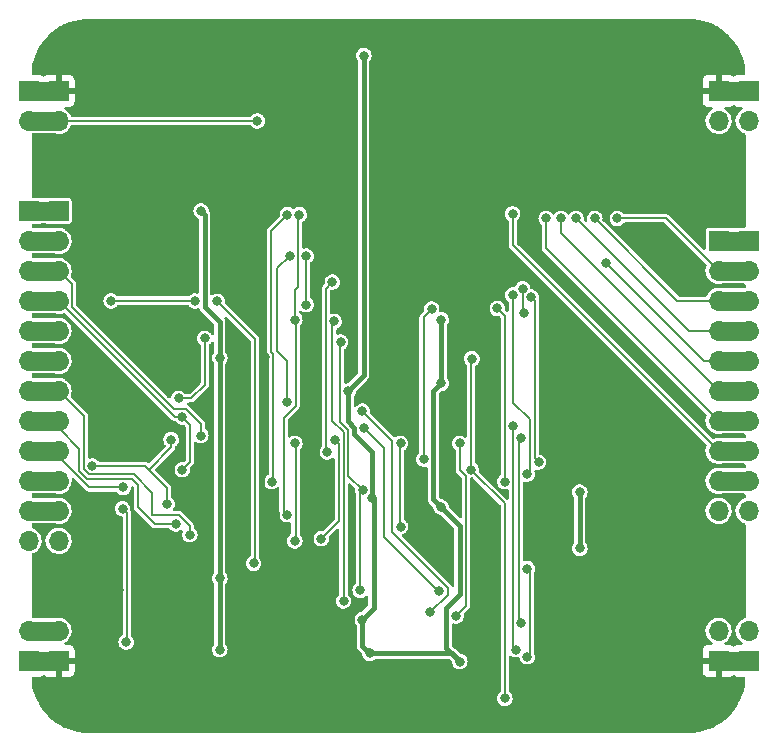
<source format=gbr>
%TF.GenerationSoftware,KiCad,Pcbnew,(6.0.5)*%
%TF.CreationDate,2022-08-08T19:51:32+02:00*%
%TF.ProjectId,Selector State,53656c65-6374-46f7-9220-53746174652e,rev?*%
%TF.SameCoordinates,Original*%
%TF.FileFunction,Copper,L2,Bot*%
%TF.FilePolarity,Positive*%
%FSLAX46Y46*%
G04 Gerber Fmt 4.6, Leading zero omitted, Abs format (unit mm)*
G04 Created by KiCad (PCBNEW (6.0.5)) date 2022-08-08 19:51:32*
%MOMM*%
%LPD*%
G01*
G04 APERTURE LIST*
%TA.AperFunction,ComponentPad*%
%ADD10R,1.700000X1.700000*%
%TD*%
%TA.AperFunction,ComponentPad*%
%ADD11O,1.700000X1.700000*%
%TD*%
%TA.AperFunction,ViaPad*%
%ADD12C,0.800000*%
%TD*%
%TA.AperFunction,Conductor*%
%ADD13C,1.600000*%
%TD*%
%TA.AperFunction,Conductor*%
%ADD14C,0.200000*%
%TD*%
%TA.AperFunction,Conductor*%
%ADD15C,0.450000*%
%TD*%
G04 APERTURE END LIST*
D10*
%TO.P,J12,1,Pin_1*%
%TO.N,/GND*%
X200660000Y-91440000D03*
D11*
%TO.P,J12,2,Pin_2*%
%TO.N,unconnected-(J12-Pad2)*%
X200660000Y-88900000D03*
%TD*%
D10*
%TO.P,J2,1,Pin_1*%
%TO.N,/~{Select 0}*%
X142240000Y-53340000D03*
D11*
%TO.P,J2,2,Pin_2*%
%TO.N,/~{Select 1}*%
X142240000Y-55880000D03*
%TO.P,J2,3,Pin_3*%
%TO.N,/~{Select 2}*%
X142240000Y-58420000D03*
%TO.P,J2,4,Pin_4*%
%TO.N,/~{Select 3}*%
X142240000Y-60960000D03*
%TO.P,J2,5,Pin_5*%
%TO.N,/~{Select 4}*%
X142240000Y-63500000D03*
%TO.P,J2,6,Pin_6*%
%TO.N,/~{Select 5}*%
X142240000Y-66040000D03*
%TO.P,J2,7,Pin_7*%
%TO.N,/~{Select 6}*%
X142240000Y-68580000D03*
%TO.P,J2,8,Pin_8*%
%TO.N,/~{Select 7}*%
X142240000Y-71120000D03*
%TO.P,J2,9,Pin_9*%
%TO.N,/MPU Lock-in*%
X142240000Y-73660000D03*
%TO.P,J2,10,Pin_10*%
%TO.N,/~{Clock Enable}*%
X142240000Y-76200000D03*
%TO.P,J2,11,Pin_11*%
%TO.N,/~{Reset}*%
X142240000Y-78740000D03*
%TO.P,J2,12,Pin_12*%
%TO.N,unconnected-(J2-Pad12)*%
X142240000Y-81280000D03*
%TD*%
D10*
%TO.P,J6,1,Pin_1*%
%TO.N,/GND*%
X142240000Y-91440000D03*
D11*
%TO.P,J6,2,Pin_2*%
%TO.N,/Source 5V*%
X142240000Y-88900000D03*
%TD*%
D10*
%TO.P,J4,1,Pin_1*%
%TO.N,/GND*%
X142240000Y-43180000D03*
D11*
%TO.P,J4,2,Pin_2*%
%TO.N,/~{LED Enable}*%
X142240000Y-45720000D03*
%TD*%
D10*
%TO.P,J3,1,Pin_1*%
%TO.N,/GND*%
X144780000Y-91440000D03*
D11*
%TO.P,J3,2,Pin_2*%
%TO.N,/Source 5V*%
X144780000Y-88900000D03*
%TD*%
D10*
%TO.P,J5,1,Pin_1*%
%TO.N,/~{Select 0}*%
X144780000Y-53340000D03*
D11*
%TO.P,J5,2,Pin_2*%
%TO.N,/~{Select 1}*%
X144780000Y-55880000D03*
%TO.P,J5,3,Pin_3*%
%TO.N,/~{Select 2}*%
X144780000Y-58420000D03*
%TO.P,J5,4,Pin_4*%
%TO.N,/~{Select 3}*%
X144780000Y-60960000D03*
%TO.P,J5,5,Pin_5*%
%TO.N,/~{Select 4}*%
X144780000Y-63500000D03*
%TO.P,J5,6,Pin_6*%
%TO.N,/~{Select 5}*%
X144780000Y-66040000D03*
%TO.P,J5,7,Pin_7*%
%TO.N,/~{Select 6}*%
X144780000Y-68580000D03*
%TO.P,J5,8,Pin_8*%
%TO.N,/~{Select 7}*%
X144780000Y-71120000D03*
%TO.P,J5,9,Pin_9*%
%TO.N,/MPU Lock-in*%
X144780000Y-73660000D03*
%TO.P,J5,10,Pin_10*%
%TO.N,/~{Clock Enable}*%
X144780000Y-76200000D03*
%TO.P,J5,11,Pin_11*%
%TO.N,/~{Reset}*%
X144780000Y-78740000D03*
%TO.P,J5,12,Pin_12*%
%TO.N,unconnected-(J5-Pad12)*%
X144780000Y-81280000D03*
%TD*%
D10*
%TO.P,J10,1,Pin_1*%
%TO.N,/GND*%
X203200000Y-43180000D03*
D11*
%TO.P,J10,2,Pin_2*%
%TO.N,unconnected-(J10-Pad2)*%
X203200000Y-45720000D03*
%TD*%
D10*
%TO.P,J8,1,Pin_1*%
%TO.N,/Decode Done*%
X200660000Y-55880000D03*
D11*
%TO.P,J8,2,Pin_2*%
%TO.N,/~{Data Transmit}*%
X200660000Y-58420000D03*
%TO.P,J8,3,Pin_3*%
%TO.N,/~{Read Bank Remap}*%
X200660000Y-60960000D03*
%TO.P,J8,4,Pin_4*%
%TO.N,/~{Stop Selector}*%
X200660000Y-63500000D03*
%TO.P,J8,5,Pin_5*%
%TO.N,/MPU ~{Reset}*%
X200660000Y-66040000D03*
%TO.P,J8,6,Pin_6*%
%TO.N,/Write Selector*%
X200660000Y-68580000D03*
%TO.P,J8,7,Pin_7*%
%TO.N,/Read Selector*%
X200660000Y-71120000D03*
%TO.P,J8,8,Pin_8*%
%TO.N,/~{PHI2}*%
X200660000Y-73660000D03*
%TO.P,J8,9,Pin_9*%
%TO.N,/Board ~{Reset}*%
X200660000Y-76200000D03*
%TO.P,J8,10,Pin_10*%
%TO.N,unconnected-(J8-Pad10)*%
X200660000Y-78740000D03*
%TD*%
D10*
%TO.P,J1,1,Pin_1*%
%TO.N,/GND*%
X144780000Y-43180000D03*
D11*
%TO.P,J1,2,Pin_2*%
%TO.N,/~{LED Enable}*%
X144780000Y-45720000D03*
%TD*%
D10*
%TO.P,J7,1,Pin_1*%
%TO.N,/GND*%
X200660000Y-43180000D03*
D11*
%TO.P,J7,2,Pin_2*%
%TO.N,unconnected-(J7-Pad2)*%
X200660000Y-45720000D03*
%TD*%
D10*
%TO.P,J11,1,Pin_1*%
%TO.N,/Decode Done*%
X203200000Y-55880000D03*
D11*
%TO.P,J11,2,Pin_2*%
%TO.N,/~{Data Transmit}*%
X203200000Y-58420000D03*
%TO.P,J11,3,Pin_3*%
%TO.N,/~{Read Bank Remap}*%
X203200000Y-60960000D03*
%TO.P,J11,4,Pin_4*%
%TO.N,/~{Stop Selector}*%
X203200000Y-63500000D03*
%TO.P,J11,5,Pin_5*%
%TO.N,/MPU ~{Reset}*%
X203200000Y-66040000D03*
%TO.P,J11,6,Pin_6*%
%TO.N,/Write Selector*%
X203200000Y-68580000D03*
%TO.P,J11,7,Pin_7*%
%TO.N,/Read Selector*%
X203200000Y-71120000D03*
%TO.P,J11,8,Pin_8*%
%TO.N,/~{PHI2}*%
X203200000Y-73660000D03*
%TO.P,J11,9,Pin_9*%
%TO.N,/Board ~{Reset}*%
X203200000Y-76200000D03*
%TO.P,J11,10,Pin_10*%
%TO.N,unconnected-(J11-Pad10)*%
X203200000Y-78740000D03*
%TD*%
D10*
%TO.P,J9,1,Pin_1*%
%TO.N,/GND*%
X203200000Y-91440000D03*
D11*
%TO.P,J9,2,Pin_2*%
%TO.N,unconnected-(J9-Pad2)*%
X203200000Y-88900000D03*
%TD*%
D12*
%TO.N,/~{Clock Enable}*%
X154305000Y-72707500D03*
X164147500Y-69532500D03*
X164335999Y-57122993D03*
X153972500Y-78150000D03*
X147637500Y-74930000D03*
%TO.N,/~{Select 2}*%
X156824576Y-72361914D03*
%TO.N,/~{Select 3}*%
X155257500Y-70802500D03*
X156338000Y-60964060D03*
X149225000Y-60960000D03*
X155257500Y-75247500D03*
%TO.N,/~{Select 4}*%
X170527175Y-76964000D03*
X170308000Y-85464637D03*
X168657000Y-64452500D03*
%TO.N,/~{Select 6}*%
X155890582Y-80754500D03*
%TO.N,/~{Select 7}*%
X154709786Y-79846530D03*
%TO.N,/Board ~{Reset}*%
X165147003Y-53657500D03*
X164782500Y-62547500D03*
X164147502Y-79057500D03*
%TO.N,/~{Reset}*%
X158217456Y-61011228D03*
X161290000Y-83185000D03*
%TO.N,/~{LED Enable}*%
X161607500Y-45720000D03*
%TO.N,/~{Data Transmit}_{1}*%
X170658521Y-71714243D03*
X177021547Y-85535500D03*
%TO.N,/Write Selector_{1}*%
X167539126Y-73759450D03*
X167957500Y-59372500D03*
X184150000Y-61954500D03*
X184078245Y-59935745D03*
%TO.N,/Read Selector_{1}*%
X176376352Y-61659500D03*
X175690989Y-74363036D03*
%TO.N,/MPU Lock-in*%
X162813752Y-76264500D03*
X179705000Y-75247500D03*
X182562500Y-94615000D03*
X179784896Y-65853624D03*
X150256998Y-76755500D03*
X164147500Y-53657500D03*
%TO.N,/~{Data Transmit}*%
X192087500Y-53975000D03*
%TO.N,/~{Read Bank Remap}*%
X190182500Y-53975000D03*
%TO.N,/Write Selector*%
X187325000Y-53975000D03*
%TO.N,/Read Selector*%
X186055000Y-53975000D03*
%TO.N,/~{PHI2}*%
X183231869Y-53589869D03*
%TO.N,/MPU ~{Reset}*%
X165735000Y-57150000D03*
X191135000Y-57785000D03*
X165735000Y-61277500D03*
%TO.N,/~{Stop Selector}*%
X188595000Y-53975000D03*
%TO.N,/Select 2 ^{AND} Enable*%
X176212500Y-87312500D03*
X170497500Y-70287911D03*
%TO.N,/Select 5 ^{AND} Enable*%
X167027122Y-81088000D03*
X168210500Y-72707500D03*
%TO.N,/Select 6 ^{AND} Enable*%
X164782500Y-73025000D03*
X164782500Y-81280000D03*
%TO.N,/Select 7 ^{AND} Enable*%
X173737000Y-73025000D03*
X173743188Y-80074500D03*
%TO.N,Net-(IC10-Pad4)*%
X183515000Y-90487500D03*
X183262000Y-71519176D03*
%TO.N,Net-(IC10-Pad7)*%
X183961501Y-88265000D03*
X183961502Y-72581720D03*
%TO.N,Net-(IC10-Pad9)*%
X178752500Y-73025000D03*
X178435000Y-87630000D03*
%TO.N,Net-(IC11-Pad7)*%
X185420000Y-74612500D03*
X184785000Y-60642500D03*
%TO.N,Net-(IC11-Pad9)*%
X184468360Y-75637000D03*
X183232919Y-60469064D03*
%TO.N,Net-(IC11-Pad12)*%
X181927500Y-61595000D03*
X182562500Y-76264500D03*
%TO.N,/GND*%
X149860000Y-85407500D03*
X162200000Y-74337500D03*
X162182602Y-70880146D03*
X162242500Y-79375000D03*
X162242500Y-85407500D03*
X177800000Y-70167500D03*
X162242500Y-65722500D03*
X149542500Y-81280000D03*
X177482500Y-76517500D03*
X162182602Y-67687398D03*
%TO.N,/5V*%
X188912500Y-81915000D03*
X158432500Y-65787000D03*
X158432500Y-84455000D03*
X188912500Y-77152500D03*
X158432500Y-90487500D03*
X156845000Y-53340000D03*
%TO.N,/3.8V*%
X170625489Y-40194511D03*
X177165000Y-62547500D03*
X169292000Y-68580000D03*
X177165000Y-67945000D03*
X171307881Y-77612119D03*
X170497500Y-87947500D03*
X178752500Y-91497137D03*
X171132500Y-90805000D03*
X177165000Y-78422500D03*
%TO.N,Net-(IC5-Pad3)*%
X168910000Y-86360000D03*
X168112980Y-62702980D03*
%TO.N,/Select 4 ^{AND} Enable*%
X150201800Y-78551493D03*
X150495000Y-89852500D03*
%TO.N,/Decode Done_{2}*%
X184467500Y-83630500D03*
X184467500Y-91095500D03*
%TO.N,/Select 0 ^{AND} Enable*%
X154940000Y-69215000D03*
X157162500Y-64135000D03*
%TD*%
D13*
%TO.N,/Source 5V*%
X144780000Y-88900000D02*
X142240000Y-88900000D01*
%TO.N,/~{Select 0}*%
X144780000Y-53340000D02*
X142240000Y-53340000D01*
D14*
%TO.N,/~{Clock Enable}*%
X152082500Y-74930000D02*
X147637500Y-74930000D01*
X163277011Y-58181981D02*
X163277011Y-65202772D01*
X152400000Y-75247500D02*
X152082500Y-74930000D01*
X152400000Y-75247500D02*
X153972500Y-76820000D01*
X154305000Y-73342500D02*
X154305000Y-72707500D01*
X152400000Y-75247500D02*
X154305000Y-73342500D01*
X153972500Y-76820000D02*
X153972500Y-78150000D01*
X164147500Y-66073261D02*
X164147500Y-69532500D01*
X163277011Y-65202772D02*
X164147500Y-66073261D01*
D13*
X142240000Y-76200000D02*
X144780000Y-76200000D01*
D14*
X164335999Y-57122993D02*
X163277011Y-58181981D01*
D13*
%TO.N,/~{Select 1}*%
X142240000Y-55880000D02*
X144780000Y-55880000D01*
D14*
%TO.N,/~{Select 2}*%
X145929511Y-59569511D02*
X144780000Y-58420000D01*
X156824576Y-71380331D02*
X155547244Y-70102999D01*
X154524750Y-70102999D02*
X145929511Y-61507760D01*
D13*
X144780000Y-58420000D02*
X142240000Y-58420000D01*
D14*
X145929511Y-61507760D02*
X145929511Y-59569511D01*
X155547244Y-70102999D02*
X154524750Y-70102999D01*
X156824576Y-72361914D02*
X156824576Y-71380331D01*
%TO.N,/~{Select 3}*%
X156311440Y-60937500D02*
X156338000Y-60964060D01*
X155892500Y-71437500D02*
X155257500Y-70802500D01*
D13*
X142240000Y-60960000D02*
X144780000Y-60960000D01*
D14*
X149247500Y-60937500D02*
X156311440Y-60937500D01*
X155257500Y-75247500D02*
X155892500Y-74612500D01*
X155892500Y-74612500D02*
X155892500Y-71437500D01*
X144816745Y-60960000D02*
X154659245Y-70802500D01*
X154659245Y-70802500D02*
X155257500Y-70802500D01*
X144780000Y-60960000D02*
X144816745Y-60960000D01*
X149225000Y-60960000D02*
X149247500Y-60937500D01*
%TO.N,/~{Select 4}*%
X170308000Y-85464637D02*
X170308000Y-77183175D01*
X170527175Y-76964000D02*
X169309511Y-75746336D01*
X170308000Y-77183175D02*
X170527175Y-76964000D01*
X168592500Y-64517000D02*
X168657000Y-64452500D01*
X169309511Y-71907018D02*
X168592500Y-71190006D01*
X169309511Y-75746336D02*
X169309511Y-71907018D01*
X168592500Y-71190006D02*
X168592500Y-64517000D01*
D13*
X144780000Y-63500000D02*
X142240000Y-63500000D01*
%TO.N,/~{Select 5}*%
X142240000Y-66040000D02*
X144780000Y-66040000D01*
D14*
%TO.N,/~{Select 6}*%
X152717500Y-79087500D02*
X154940000Y-79087500D01*
X146937999Y-75219744D02*
X147374743Y-75656488D01*
X154940000Y-79087500D02*
X155890582Y-80038082D01*
X147374743Y-75656488D02*
X151188226Y-75656488D01*
X152717500Y-77185762D02*
X152717500Y-79057500D01*
X144780000Y-68580000D02*
X146937999Y-70737999D01*
X155890582Y-80038082D02*
X155890582Y-80754500D01*
X146937999Y-70737999D02*
X146937999Y-75219744D01*
D13*
X142240000Y-68580000D02*
X144780000Y-68580000D01*
D14*
X151188226Y-75656488D02*
X152717500Y-77185762D01*
D13*
%TO.N,/~{Select 7}*%
X142240000Y-71120000D02*
X144780000Y-71120000D01*
D14*
X147209260Y-76055999D02*
X151022744Y-76055999D01*
X144780000Y-71718255D02*
X146538489Y-73476744D01*
X146538489Y-73476744D02*
X146538489Y-75385228D01*
X151022744Y-76055999D02*
X151512001Y-76545256D01*
X151512001Y-76545256D02*
X151512001Y-78450256D01*
X152908275Y-79846530D02*
X154709786Y-79846530D01*
X146538489Y-75385228D02*
X147209260Y-76055999D01*
X151512001Y-78450256D02*
X152908275Y-79846530D01*
%TO.N,/Board ~{Reset}*%
X165147003Y-53657500D02*
X165035499Y-53769004D01*
X164847001Y-62612001D02*
X164782500Y-62547500D01*
D13*
X203200000Y-76200000D02*
X200660000Y-76200000D01*
D14*
X165035499Y-53769004D02*
X165035499Y-59754501D01*
X163830000Y-78739998D02*
X163830000Y-70839245D01*
X164782500Y-60007500D02*
X164782500Y-62547500D01*
X164147502Y-79057500D02*
X163830000Y-78739998D01*
X164847001Y-69822244D02*
X164847001Y-62612001D01*
X163830000Y-70839245D02*
X164847001Y-69822244D01*
X165035499Y-59754501D02*
X164782500Y-60007500D01*
%TO.N,/~{Reset}*%
X158217456Y-61011228D02*
X161400489Y-64194261D01*
D13*
X144780000Y-78740000D02*
X142240000Y-78740000D01*
D14*
X161400489Y-64194261D02*
X161400489Y-83074511D01*
X161400489Y-83074511D02*
X161290000Y-83185000D01*
%TO.N,/~{LED Enable}*%
X144780000Y-45720000D02*
X161607500Y-45720000D01*
D13*
X144773858Y-45707348D02*
X142233858Y-45707348D01*
D14*
%TO.N,/~{Data Transmit}_{1}*%
X172320490Y-80936107D02*
X176919883Y-85535500D01*
X176919883Y-85535500D02*
X177021547Y-85535500D01*
X172320490Y-73376212D02*
X172320490Y-80936107D01*
X170658521Y-71714243D02*
X172320490Y-73376212D01*
%TO.N,/Write Selector_{1}*%
X167413479Y-73633803D02*
X167539126Y-73759450D01*
X167413479Y-59916521D02*
X167413479Y-73633803D01*
X184085499Y-60072001D02*
X184150000Y-60007500D01*
X167957500Y-59372500D02*
X167413479Y-59916521D01*
X184150000Y-60007500D02*
X184078245Y-59935745D01*
X184150000Y-61954500D02*
X184085499Y-61889999D01*
X184085499Y-61889999D02*
X184085499Y-60072001D01*
%TO.N,/Read Selector_{1}*%
X175690989Y-62344863D02*
X175690989Y-74363036D01*
X176376352Y-61659500D02*
X175690989Y-62344863D01*
%TO.N,/MPU Lock-in*%
X147343770Y-76755500D02*
X150256998Y-76755500D01*
X182562500Y-78105000D02*
X182562500Y-94615000D01*
D13*
X144780000Y-73660000D02*
X142240000Y-73660000D01*
D14*
X162942001Y-76136251D02*
X162813752Y-76264500D01*
X179705000Y-65933520D02*
X179784896Y-65853624D01*
X179705000Y-75247500D02*
X179705000Y-65933520D01*
X162942001Y-65432756D02*
X162942001Y-76136251D01*
X162767010Y-55037990D02*
X162767010Y-65257765D01*
X179705000Y-75247500D02*
X182562500Y-78105000D01*
X144780000Y-73660000D02*
X144780000Y-74191730D01*
X164147500Y-53657500D02*
X162767010Y-55037990D01*
X144780000Y-74191730D02*
X147343770Y-76755500D01*
X162767010Y-65257765D02*
X162942001Y-65432756D01*
%TO.N,/~{Data Transmit}*%
X196215000Y-53975000D02*
X192087500Y-53975000D01*
X200660000Y-58420000D02*
X196215000Y-53975000D01*
D13*
X200660000Y-58420000D02*
X203200000Y-58420000D01*
D14*
%TO.N,/~{Read Bank Remap}*%
X200660000Y-60960000D02*
X197167500Y-60960000D01*
D13*
X203200000Y-60960000D02*
X200660000Y-60960000D01*
D14*
X197167500Y-60960000D02*
X190182500Y-53975000D01*
%TO.N,/Write Selector*%
X200660000Y-68580000D02*
X187325000Y-55245000D01*
D13*
X200660000Y-68580000D02*
X203200000Y-68580000D01*
D14*
X187325000Y-55245000D02*
X187325000Y-53975000D01*
%TO.N,/Read Selector*%
X200660000Y-71120000D02*
X186055000Y-56515000D01*
D13*
X203200000Y-71120000D02*
X200660000Y-71120000D01*
D14*
X186055000Y-56515000D02*
X186055000Y-53975000D01*
D13*
%TO.N,/~{PHI2}*%
X200660000Y-73660000D02*
X203200000Y-73660000D01*
D14*
X183231869Y-56231869D02*
X183231869Y-53589869D01*
X200660000Y-73660000D02*
X183231869Y-56231869D01*
D13*
%TO.N,/MPU ~{Reset}*%
X203200000Y-66040000D02*
X200660000Y-66040000D01*
D14*
X165735000Y-57150000D02*
X165735000Y-61277500D01*
X199390000Y-66040000D02*
X191135000Y-57785000D01*
X200660000Y-66040000D02*
X199390000Y-66040000D01*
D13*
%TO.N,/~{Stop Selector}*%
X200660000Y-63500000D02*
X203200000Y-63500000D01*
D14*
X200660000Y-63500000D02*
X198120000Y-63500000D01*
X198120000Y-63500000D02*
X188595000Y-53975000D01*
%TO.N,/Select 2 ^{AND} Enable*%
X177721048Y-85245756D02*
X177721048Y-85856132D01*
X173037500Y-80562208D02*
X177721048Y-85245756D01*
X176264680Y-87312500D02*
X176212500Y-87312500D01*
X173037500Y-72827911D02*
X173037500Y-80562208D01*
X177721048Y-85856132D02*
X176264680Y-87312500D01*
X170497500Y-70287911D02*
X173037500Y-72827911D01*
%TO.N,/Select 5 ^{AND} Enable*%
X168510489Y-79604633D02*
X168510489Y-73007489D01*
X167027122Y-81088000D02*
X168510489Y-79604633D01*
X168510489Y-73007489D02*
X168210500Y-72707500D01*
%TO.N,/Select 6 ^{AND} Enable*%
X164782500Y-81280000D02*
X164847003Y-81215497D01*
X164847003Y-81215497D02*
X164847003Y-73089503D01*
X164847003Y-73089503D02*
X164782500Y-73025000D01*
%TO.N,/Select 7 ^{AND} Enable*%
X173672500Y-73089500D02*
X173737000Y-73025000D01*
X173743188Y-80074500D02*
X173672500Y-80003812D01*
X173672500Y-80003812D02*
X173672500Y-73089500D01*
%TO.N,Net-(IC10-Pad4)*%
X183515000Y-90487500D02*
X183262001Y-90234501D01*
X183262001Y-90234501D02*
X183262000Y-71519176D01*
%TO.N,Net-(IC10-Pad7)*%
X183768000Y-72775222D02*
X183768000Y-88071499D01*
X183768000Y-88071499D02*
X183961501Y-88265000D01*
X183961502Y-72581720D02*
X183768000Y-72775222D01*
%TO.N,Net-(IC10-Pad9)*%
X179277010Y-86787990D02*
X179277010Y-75808755D01*
X178435000Y-87630000D02*
X179277010Y-86787990D01*
X179277010Y-75808755D02*
X178752500Y-75284245D01*
X178752500Y-75284245D02*
X178752500Y-73025000D01*
%TO.N,Net-(IC11-Pad7)*%
X185420000Y-74612500D02*
X185102500Y-74295000D01*
X185102500Y-60960000D02*
X184785000Y-60642500D01*
X185102500Y-74295000D02*
X185102500Y-60960000D01*
%TO.N,Net-(IC11-Pad9)*%
X184468360Y-75637000D02*
X184661003Y-75444357D01*
X183232919Y-69567919D02*
X183232919Y-60469064D01*
X184661003Y-70996003D02*
X183232919Y-69567919D01*
X184661003Y-75444357D02*
X184661003Y-70996003D01*
%TO.N,Net-(IC11-Pad12)*%
X182562500Y-76264500D02*
X182562500Y-62230000D01*
X182562500Y-62230000D02*
X181927500Y-61595000D01*
D15*
%TO.N,/GND*%
X162182602Y-65782398D02*
X162242500Y-65722500D01*
X161989251Y-79121751D02*
X161989251Y-74548249D01*
D13*
X144780000Y-43180000D02*
X142240000Y-43180000D01*
D15*
X161989251Y-74548249D02*
X162200000Y-74337500D01*
X162242500Y-79375000D02*
X161989251Y-79121751D01*
X162242500Y-79375000D02*
X162242500Y-84137500D01*
X149860000Y-85407500D02*
X149542500Y-85090000D01*
X162182602Y-67687398D02*
X162182602Y-65782398D01*
D13*
X200660000Y-91440000D02*
X203200000Y-91440000D01*
X142240000Y-91440000D02*
X144780000Y-91440000D01*
D15*
X177482500Y-74930000D02*
X177165000Y-74612500D01*
D13*
X203200000Y-43180000D02*
X200660000Y-43180000D01*
D15*
X162200000Y-74337500D02*
X162200000Y-70897544D01*
X177165000Y-70802500D02*
X177800000Y-70167500D01*
X162242500Y-84137500D02*
X162242500Y-85407500D01*
X177165000Y-74612500D02*
X177165000Y-70802500D01*
X177482500Y-76517500D02*
X177482500Y-74930000D01*
X162200000Y-70897544D02*
X162182602Y-70880146D01*
X162182602Y-70880146D02*
X162182602Y-67687398D01*
X149542500Y-85090000D02*
X149542500Y-81280000D01*
%TO.N,/5V*%
X158432500Y-84455000D02*
X158432500Y-65787000D01*
X188912500Y-81915000D02*
X188912500Y-77152500D01*
X158432500Y-65787000D02*
X158432500Y-62737001D01*
X157162500Y-61467001D02*
X157162500Y-53657500D01*
X158432500Y-90487500D02*
X158432500Y-84455000D01*
X157162500Y-53657500D02*
X156845000Y-53340000D01*
X158432500Y-62737001D02*
X157162500Y-61467001D01*
%TO.N,/3.8V*%
X177165000Y-62547500D02*
X177165000Y-67945000D01*
X169834021Y-72257543D02*
X169834021Y-71689758D01*
X176515489Y-77772989D02*
X176515489Y-68594511D01*
X178752500Y-80010000D02*
X177165000Y-78422500D01*
X176515489Y-68594511D02*
X177165000Y-67945000D01*
X170497500Y-87947500D02*
X170497500Y-90170000D01*
X177590632Y-86926403D02*
X178752500Y-85764535D01*
X178752500Y-91497137D02*
X177590632Y-90335269D01*
X171307881Y-77612119D02*
X171351676Y-77568324D01*
X170497500Y-90170000D02*
X171132500Y-90805000D01*
X178060363Y-90805000D02*
X178752500Y-91497137D01*
X177590632Y-90335269D02*
X177590632Y-86926403D01*
X169834021Y-71689758D02*
X169292000Y-71147735D01*
X177165000Y-78422500D02*
X176515489Y-77772989D01*
X171351676Y-77568324D02*
X171351676Y-73775198D01*
X171351676Y-73775198D02*
X169834021Y-72257543D01*
X171132500Y-90805000D02*
X178060363Y-90805000D01*
X171450000Y-77754238D02*
X171307881Y-77612119D01*
X169292000Y-71147735D02*
X169292000Y-68580000D01*
X170625489Y-67246511D02*
X170625489Y-40194511D01*
X171450000Y-86995000D02*
X171450000Y-77754238D01*
X169292000Y-68580000D02*
X170625489Y-67246511D01*
X178752500Y-85764535D02*
X178752500Y-80010000D01*
X170497500Y-87947500D02*
X171450000Y-86995000D01*
D14*
%TO.N,Net-(IC5-Pad3)*%
X167957500Y-71120000D02*
X167957500Y-62858460D01*
X168910000Y-86360000D02*
X168910000Y-72072500D01*
X168910000Y-72072500D02*
X167957500Y-71120000D01*
X167957500Y-62858460D02*
X168112980Y-62702980D01*
%TO.N,/Select 4 ^{AND} Enable*%
X150559501Y-78909194D02*
X150201800Y-78551493D01*
X150559501Y-89787999D02*
X150559501Y-78909194D01*
X150495000Y-89852500D02*
X150559501Y-89787999D01*
D13*
%TO.N,/Decode Done*%
X203200000Y-55880000D02*
X200660000Y-55880000D01*
D14*
%TO.N,/Decode Done_{2}*%
X184661002Y-90901998D02*
X184661002Y-83824002D01*
X184467500Y-91095500D02*
X184661002Y-90901998D01*
X184661002Y-83824002D02*
X184467500Y-83630500D01*
%TO.N,/Select 0 ^{AND} Enable*%
X156015420Y-69215000D02*
X154940000Y-69215000D01*
X157162500Y-64135000D02*
X157162500Y-68067920D01*
X157162500Y-68067920D02*
X156015420Y-69215000D01*
%TD*%
%TA.AperFunction,Conductor*%
%TO.N,/GND*%
G36*
X198107496Y-37082921D02*
G01*
X198107827Y-37082987D01*
X198107829Y-37082987D01*
X198120000Y-37085408D01*
X198132173Y-37082986D01*
X198143119Y-37082986D01*
X198155410Y-37082046D01*
X198503730Y-37097254D01*
X198535424Y-37098638D01*
X198546372Y-37099596D01*
X198953191Y-37153154D01*
X198963997Y-37155060D01*
X199364581Y-37243867D01*
X199364595Y-37243870D01*
X199375212Y-37246715D01*
X199766543Y-37370101D01*
X199776856Y-37373854D01*
X200155967Y-37530888D01*
X200165912Y-37535526D01*
X200481652Y-37699889D01*
X200529867Y-37724988D01*
X200539387Y-37730484D01*
X200885442Y-37950946D01*
X200894446Y-37957250D01*
X200930441Y-37984870D01*
X201219987Y-38207045D01*
X201228391Y-38214097D01*
X201379657Y-38352708D01*
X201530916Y-38491312D01*
X201538688Y-38499084D01*
X201661528Y-38633139D01*
X201815903Y-38801609D01*
X201822955Y-38810013D01*
X201962598Y-38992000D01*
X202072750Y-39135554D01*
X202079054Y-39144558D01*
X202299516Y-39490613D01*
X202305011Y-39500132D01*
X202444157Y-39767428D01*
X202494470Y-39864079D01*
X202499112Y-39874033D01*
X202656143Y-40253136D01*
X202659899Y-40263457D01*
X202772751Y-40621378D01*
X202783285Y-40654787D01*
X202786130Y-40665405D01*
X202874938Y-41065992D01*
X202876847Y-41076817D01*
X202930404Y-41483627D01*
X202931362Y-41494577D01*
X202939917Y-41690505D01*
X202922906Y-41759433D01*
X202871329Y-41808222D01*
X202814037Y-41822001D01*
X202305331Y-41822001D01*
X202298510Y-41822371D01*
X202247648Y-41827895D01*
X202232396Y-41831521D01*
X202111946Y-41876676D01*
X202096356Y-41885211D01*
X202005565Y-41953255D01*
X201939058Y-41978102D01*
X201869676Y-41963049D01*
X201854435Y-41953255D01*
X201763644Y-41885211D01*
X201748054Y-41876676D01*
X201627606Y-41831522D01*
X201612351Y-41827895D01*
X201561486Y-41822369D01*
X201554672Y-41822000D01*
X200932115Y-41822000D01*
X200916876Y-41826475D01*
X200915671Y-41827865D01*
X200914000Y-41835548D01*
X200914000Y-42907885D01*
X200918475Y-42923124D01*
X200919865Y-42924329D01*
X200927548Y-42926000D01*
X202823500Y-42926000D01*
X202891621Y-42946002D01*
X202938114Y-42999658D01*
X202949500Y-43052000D01*
X202949500Y-43308000D01*
X202929498Y-43376121D01*
X202875842Y-43422614D01*
X202823500Y-43434000D01*
X199320116Y-43434000D01*
X199304877Y-43438475D01*
X199303672Y-43439865D01*
X199302001Y-43447548D01*
X199302001Y-44074669D01*
X199302371Y-44081490D01*
X199307895Y-44132352D01*
X199311521Y-44147604D01*
X199356676Y-44268054D01*
X199365214Y-44283649D01*
X199441715Y-44385724D01*
X199454276Y-44398285D01*
X199556351Y-44474786D01*
X199571946Y-44483324D01*
X199692394Y-44528478D01*
X199707649Y-44532105D01*
X199758514Y-44537631D01*
X199765328Y-44538000D01*
X200036003Y-44538000D01*
X200104124Y-44558002D01*
X200150617Y-44611658D01*
X200160721Y-44681932D01*
X200131227Y-44746512D01*
X200100426Y-44772285D01*
X200010371Y-44825862D01*
X199858305Y-44959220D01*
X199733089Y-45118057D01*
X199638914Y-45297053D01*
X199578937Y-45490213D01*
X199555164Y-45691069D01*
X199568392Y-45892894D01*
X199569815Y-45898496D01*
X199606222Y-46041849D01*
X199618178Y-46088928D01*
X199702856Y-46272607D01*
X199819588Y-46437780D01*
X199964466Y-46578913D01*
X200132637Y-46691282D01*
X200137940Y-46693560D01*
X200137943Y-46693562D01*
X200226291Y-46731519D01*
X200318470Y-46771122D01*
X200515740Y-46815760D01*
X200521509Y-46815987D01*
X200521512Y-46815987D01*
X200597683Y-46818979D01*
X200717842Y-46823700D01*
X200804132Y-46811189D01*
X200912286Y-46795508D01*
X200912291Y-46795507D01*
X200918007Y-46794678D01*
X200923479Y-46792820D01*
X200923481Y-46792820D01*
X201104067Y-46731519D01*
X201104069Y-46731518D01*
X201109531Y-46729664D01*
X201286001Y-46630837D01*
X201348433Y-46578913D01*
X201437073Y-46505191D01*
X201441505Y-46501505D01*
X201570837Y-46346001D01*
X201576137Y-46336538D01*
X201622284Y-46254135D01*
X201669664Y-46169531D01*
X201676915Y-46148172D01*
X201732820Y-45983481D01*
X201732820Y-45983479D01*
X201734678Y-45978007D01*
X201735507Y-45972291D01*
X201735508Y-45972286D01*
X201763167Y-45781516D01*
X201763700Y-45777842D01*
X201765215Y-45720000D01*
X201746708Y-45518591D01*
X201691807Y-45323926D01*
X201602351Y-45142527D01*
X201584079Y-45118057D01*
X201484788Y-44985091D01*
X201484787Y-44985090D01*
X201481335Y-44980467D01*
X201458350Y-44959220D01*
X201337053Y-44847094D01*
X201337051Y-44847092D01*
X201332812Y-44843174D01*
X201300697Y-44822911D01*
X201217728Y-44770561D01*
X201170790Y-44717294D01*
X201160101Y-44647107D01*
X201189056Y-44582282D01*
X201248460Y-44543403D01*
X201284964Y-44537999D01*
X201554669Y-44537999D01*
X201561490Y-44537629D01*
X201612352Y-44532105D01*
X201627604Y-44528479D01*
X201748054Y-44483324D01*
X201763644Y-44474789D01*
X201854435Y-44406745D01*
X201920942Y-44381898D01*
X201990324Y-44396951D01*
X202005565Y-44406745D01*
X202096356Y-44474789D01*
X202111946Y-44483324D01*
X202232394Y-44528478D01*
X202247649Y-44532105D01*
X202298514Y-44537631D01*
X202305328Y-44538000D01*
X202576004Y-44538000D01*
X202644125Y-44558002D01*
X202690618Y-44611658D01*
X202700722Y-44681932D01*
X202671228Y-44746512D01*
X202640430Y-44772283D01*
X202550371Y-44825862D01*
X202398305Y-44959220D01*
X202273089Y-45118057D01*
X202178914Y-45297053D01*
X202118937Y-45490213D01*
X202095164Y-45691069D01*
X202108392Y-45892894D01*
X202109815Y-45898496D01*
X202146222Y-46041849D01*
X202158178Y-46088928D01*
X202242856Y-46272607D01*
X202359588Y-46437780D01*
X202504466Y-46578913D01*
X202672637Y-46691282D01*
X202677940Y-46693560D01*
X202677943Y-46693562D01*
X202755412Y-46726845D01*
X202858470Y-46771122D01*
X202862793Y-46772100D01*
X202921040Y-46811926D01*
X202948678Y-46877322D01*
X202949500Y-46891688D01*
X202949500Y-54653500D01*
X202929498Y-54721621D01*
X202875842Y-54768114D01*
X202823500Y-54779500D01*
X202325326Y-54779500D01*
X202252260Y-54794034D01*
X202231827Y-54807687D01*
X202230960Y-54808266D01*
X202160959Y-54829500D01*
X201699041Y-54829500D01*
X201629040Y-54808266D01*
X201628174Y-54807687D01*
X201607740Y-54794034D01*
X201534674Y-54779500D01*
X199785326Y-54779500D01*
X199712260Y-54794034D01*
X199701943Y-54800928D01*
X199701942Y-54800928D01*
X199693848Y-54806336D01*
X199629399Y-54849399D01*
X199574034Y-54932260D01*
X199559500Y-55005326D01*
X199559500Y-56519628D01*
X199539498Y-56587749D01*
X199485842Y-56634242D01*
X199415568Y-56644346D01*
X199350988Y-56614852D01*
X199344405Y-56608723D01*
X196498783Y-53763101D01*
X196486705Y-53748147D01*
X196483473Y-53744595D01*
X196477825Y-53735848D01*
X196453914Y-53716998D01*
X196449979Y-53713501D01*
X196449891Y-53713605D01*
X196445932Y-53710250D01*
X196442254Y-53706572D01*
X196438029Y-53703553D01*
X196438021Y-53703546D01*
X196427920Y-53696328D01*
X196423173Y-53692764D01*
X196395848Y-53671223D01*
X196386189Y-53663608D01*
X196378213Y-53660807D01*
X196371331Y-53655889D01*
X196326164Y-53642381D01*
X196320558Y-53640559D01*
X196283577Y-53627572D01*
X196283571Y-53627571D01*
X196276094Y-53624945D01*
X196270956Y-53624500D01*
X196268237Y-53624500D01*
X196266055Y-53624405D01*
X196265520Y-53624245D01*
X196265521Y-53624218D01*
X196265403Y-53624211D01*
X196259536Y-53622456D01*
X196209981Y-53624403D01*
X196205034Y-53624500D01*
X192702260Y-53624500D01*
X192634139Y-53604498D01*
X192598420Y-53569867D01*
X192583336Y-53547920D01*
X192583334Y-53547917D01*
X192579031Y-53541657D01*
X192532471Y-53500174D01*
X192467148Y-53441972D01*
X192467145Y-53441970D01*
X192461476Y-53436919D01*
X192429205Y-53419832D01*
X192329043Y-53366799D01*
X192329044Y-53366799D01*
X192322331Y-53363245D01*
X192299336Y-53357469D01*
X192176998Y-53326740D01*
X192176996Y-53326740D01*
X192169628Y-53324889D01*
X192162030Y-53324849D01*
X192162028Y-53324849D01*
X192094819Y-53324497D01*
X192012184Y-53324065D01*
X192004805Y-53325837D01*
X192004801Y-53325837D01*
X191866467Y-53359048D01*
X191866463Y-53359049D01*
X191859088Y-53360820D01*
X191719179Y-53433032D01*
X191713457Y-53438024D01*
X191713455Y-53438025D01*
X191606259Y-53531538D01*
X191606256Y-53531541D01*
X191600534Y-53536533D01*
X191573164Y-53575476D01*
X191514904Y-53658372D01*
X191510001Y-53665348D01*
X191452809Y-53812039D01*
X191449898Y-53834152D01*
X191440498Y-53905552D01*
X191432258Y-53968138D01*
X191449535Y-54124633D01*
X191503643Y-54272490D01*
X191507880Y-54278796D01*
X191507882Y-54278799D01*
X191539264Y-54325500D01*
X191591458Y-54403172D01*
X191707910Y-54509135D01*
X191714585Y-54512759D01*
X191839599Y-54580637D01*
X191839601Y-54580638D01*
X191846276Y-54584262D01*
X191853625Y-54586190D01*
X191991219Y-54622287D01*
X191991221Y-54622287D01*
X191998569Y-54624215D01*
X192081880Y-54625524D01*
X192148398Y-54626569D01*
X192148401Y-54626569D01*
X192155995Y-54626688D01*
X192309468Y-54591538D01*
X192450125Y-54520795D01*
X192482170Y-54493426D01*
X192564074Y-54423474D01*
X192564076Y-54423471D01*
X192569848Y-54418542D01*
X192598999Y-54377974D01*
X192654994Y-54334326D01*
X192701322Y-54325500D01*
X196017628Y-54325500D01*
X196085749Y-54345502D01*
X196106723Y-54362405D01*
X199609795Y-57865477D01*
X199643821Y-57927789D01*
X199637660Y-57996664D01*
X199638914Y-57997053D01*
X199578937Y-58190213D01*
X199555164Y-58391069D01*
X199568392Y-58592894D01*
X199569815Y-58598496D01*
X199611289Y-58761801D01*
X199618178Y-58788928D01*
X199702856Y-58972607D01*
X199819588Y-59137780D01*
X199964466Y-59278913D01*
X200132637Y-59391282D01*
X200137940Y-59393560D01*
X200137943Y-59393562D01*
X200312912Y-59468734D01*
X200318470Y-59471122D01*
X200434062Y-59497278D01*
X200484372Y-59508662D01*
X200515740Y-59515760D01*
X200521509Y-59515987D01*
X200521512Y-59515987D01*
X200597683Y-59518979D01*
X200717842Y-59523700D01*
X200918007Y-59494678D01*
X200923471Y-59492823D01*
X200923476Y-59492822D01*
X200969534Y-59477187D01*
X201010035Y-59470500D01*
X202823500Y-59470500D01*
X202891621Y-59490502D01*
X202938114Y-59544158D01*
X202949500Y-59596500D01*
X202949500Y-59783500D01*
X202929498Y-59851621D01*
X202875842Y-59898114D01*
X202823500Y-59909500D01*
X201021170Y-59909500D01*
X200985238Y-59902602D01*
X200984800Y-59904079D01*
X200979268Y-59902440D01*
X200973898Y-59900298D01*
X200775526Y-59860839D01*
X200769752Y-59860763D01*
X200769748Y-59860763D01*
X200667257Y-59859422D01*
X200573286Y-59858192D01*
X200567589Y-59859171D01*
X200567588Y-59859171D01*
X200379646Y-59891465D01*
X200379645Y-59891465D01*
X200373949Y-59892444D01*
X200184193Y-59962449D01*
X200179232Y-59965401D01*
X200179231Y-59965401D01*
X200017362Y-60061703D01*
X200010371Y-60065862D01*
X199858305Y-60199220D01*
X199733089Y-60358057D01*
X199638914Y-60537053D01*
X199637850Y-60536493D01*
X199597143Y-60587003D01*
X199525287Y-60609500D01*
X197364872Y-60609500D01*
X197296751Y-60589498D01*
X197275777Y-60572595D01*
X190863997Y-54160815D01*
X190829971Y-54098503D01*
X190828349Y-54053968D01*
X190837053Y-53992810D01*
X190837054Y-53992800D01*
X190837634Y-53988723D01*
X190837702Y-53982254D01*
X190837735Y-53979134D01*
X190837735Y-53979128D01*
X190837778Y-53975000D01*
X190818863Y-53818694D01*
X190801703Y-53773282D01*
X190765894Y-53678514D01*
X190765893Y-53678511D01*
X190763210Y-53671412D01*
X190674031Y-53541657D01*
X190627471Y-53500174D01*
X190562148Y-53441972D01*
X190562145Y-53441970D01*
X190556476Y-53436919D01*
X190524205Y-53419832D01*
X190424043Y-53366799D01*
X190424044Y-53366799D01*
X190417331Y-53363245D01*
X190394336Y-53357469D01*
X190271998Y-53326740D01*
X190271996Y-53326740D01*
X190264628Y-53324889D01*
X190257030Y-53324849D01*
X190257028Y-53324849D01*
X190189819Y-53324497D01*
X190107184Y-53324065D01*
X190099805Y-53325837D01*
X190099801Y-53325837D01*
X189961467Y-53359048D01*
X189961463Y-53359049D01*
X189954088Y-53360820D01*
X189814179Y-53433032D01*
X189808457Y-53438024D01*
X189808455Y-53438025D01*
X189701259Y-53531538D01*
X189701256Y-53531541D01*
X189695534Y-53536533D01*
X189668164Y-53575476D01*
X189609904Y-53658372D01*
X189605001Y-53665348D01*
X189547809Y-53812039D01*
X189544898Y-53834152D01*
X189535498Y-53905552D01*
X189527258Y-53968138D01*
X189533332Y-54023156D01*
X189542917Y-54109980D01*
X189530511Y-54179884D01*
X189482281Y-54231984D01*
X189413540Y-54249738D01*
X189346113Y-54227510D01*
X189328583Y-54212901D01*
X189276497Y-54160815D01*
X189242471Y-54098503D01*
X189240849Y-54053968D01*
X189249553Y-53992810D01*
X189249554Y-53992800D01*
X189250134Y-53988723D01*
X189250202Y-53982254D01*
X189250235Y-53979134D01*
X189250235Y-53979128D01*
X189250278Y-53975000D01*
X189231363Y-53818694D01*
X189214203Y-53773282D01*
X189178394Y-53678514D01*
X189178393Y-53678511D01*
X189175710Y-53671412D01*
X189086531Y-53541657D01*
X189039971Y-53500174D01*
X188974648Y-53441972D01*
X188974645Y-53441970D01*
X188968976Y-53436919D01*
X188936705Y-53419832D01*
X188836543Y-53366799D01*
X188836544Y-53366799D01*
X188829831Y-53363245D01*
X188806836Y-53357469D01*
X188684498Y-53326740D01*
X188684496Y-53326740D01*
X188677128Y-53324889D01*
X188669530Y-53324849D01*
X188669528Y-53324849D01*
X188602319Y-53324497D01*
X188519684Y-53324065D01*
X188512305Y-53325837D01*
X188512301Y-53325837D01*
X188373967Y-53359048D01*
X188373963Y-53359049D01*
X188366588Y-53360820D01*
X188226679Y-53433032D01*
X188220957Y-53438024D01*
X188220955Y-53438025D01*
X188113759Y-53531538D01*
X188113756Y-53531541D01*
X188108034Y-53536533D01*
X188103669Y-53542743D01*
X188103666Y-53542747D01*
X188063117Y-53600443D01*
X188007582Y-53644674D01*
X187936950Y-53651860D01*
X187873646Y-53619719D01*
X187856191Y-53599360D01*
X187820838Y-53547922D01*
X187820833Y-53547916D01*
X187816531Y-53541657D01*
X187769971Y-53500174D01*
X187704648Y-53441972D01*
X187704645Y-53441970D01*
X187698976Y-53436919D01*
X187666705Y-53419832D01*
X187566543Y-53366799D01*
X187566544Y-53366799D01*
X187559831Y-53363245D01*
X187536836Y-53357469D01*
X187414498Y-53326740D01*
X187414496Y-53326740D01*
X187407128Y-53324889D01*
X187399530Y-53324849D01*
X187399528Y-53324849D01*
X187332319Y-53324497D01*
X187249684Y-53324065D01*
X187242305Y-53325837D01*
X187242301Y-53325837D01*
X187103967Y-53359048D01*
X187103963Y-53359049D01*
X187096588Y-53360820D01*
X186956679Y-53433032D01*
X186950957Y-53438024D01*
X186950955Y-53438025D01*
X186843759Y-53531538D01*
X186843756Y-53531541D01*
X186838034Y-53536533D01*
X186833669Y-53542743D01*
X186833666Y-53542747D01*
X186793117Y-53600443D01*
X186737582Y-53644674D01*
X186666950Y-53651860D01*
X186603646Y-53619719D01*
X186586191Y-53599360D01*
X186550838Y-53547922D01*
X186550833Y-53547916D01*
X186546531Y-53541657D01*
X186499971Y-53500174D01*
X186434648Y-53441972D01*
X186434645Y-53441970D01*
X186428976Y-53436919D01*
X186396705Y-53419832D01*
X186296543Y-53366799D01*
X186296544Y-53366799D01*
X186289831Y-53363245D01*
X186266836Y-53357469D01*
X186144498Y-53326740D01*
X186144496Y-53326740D01*
X186137128Y-53324889D01*
X186129530Y-53324849D01*
X186129528Y-53324849D01*
X186062319Y-53324497D01*
X185979684Y-53324065D01*
X185972305Y-53325837D01*
X185972301Y-53325837D01*
X185833967Y-53359048D01*
X185833963Y-53359049D01*
X185826588Y-53360820D01*
X185686679Y-53433032D01*
X185680957Y-53438024D01*
X185680955Y-53438025D01*
X185573759Y-53531538D01*
X185573756Y-53531541D01*
X185568034Y-53536533D01*
X185540664Y-53575476D01*
X185482404Y-53658372D01*
X185477501Y-53665348D01*
X185420309Y-53812039D01*
X185417398Y-53834152D01*
X185407998Y-53905552D01*
X185399758Y-53968138D01*
X185417035Y-54124633D01*
X185471143Y-54272490D01*
X185475380Y-54278796D01*
X185475382Y-54278799D01*
X185506764Y-54325500D01*
X185558958Y-54403172D01*
X185564573Y-54408281D01*
X185564578Y-54408287D01*
X185663300Y-54498117D01*
X185700222Y-54558757D01*
X185704500Y-54591310D01*
X185704500Y-56464176D01*
X185702467Y-56483275D01*
X185702240Y-56488083D01*
X185700049Y-56498261D01*
X185701585Y-56511238D01*
X185703627Y-56528491D01*
X185703937Y-56533746D01*
X185704072Y-56533735D01*
X185704500Y-56538914D01*
X185704500Y-56544115D01*
X185705354Y-56549243D01*
X185705354Y-56549249D01*
X185707389Y-56561473D01*
X185708226Y-56567349D01*
X185710641Y-56587749D01*
X185713764Y-56614138D01*
X185717423Y-56621758D01*
X185718812Y-56630103D01*
X185735756Y-56661505D01*
X185741192Y-56671580D01*
X185743884Y-56676865D01*
X185764274Y-56719326D01*
X185767592Y-56723274D01*
X185769525Y-56725207D01*
X185770990Y-56726804D01*
X185771254Y-56727294D01*
X185771234Y-56727313D01*
X185771313Y-56727402D01*
X185774222Y-56732794D01*
X185781870Y-56739864D01*
X185781871Y-56739865D01*
X185810636Y-56766455D01*
X185814202Y-56769884D01*
X199609795Y-70565477D01*
X199643821Y-70627789D01*
X199637660Y-70696664D01*
X199638914Y-70697053D01*
X199585504Y-70869065D01*
X199578937Y-70890213D01*
X199555164Y-71091069D01*
X199568392Y-71292894D01*
X199588555Y-71372286D01*
X199610257Y-71457737D01*
X199618178Y-71488928D01*
X199702856Y-71672607D01*
X199706189Y-71677323D01*
X199800947Y-71811403D01*
X199819588Y-71837780D01*
X199964466Y-71978913D01*
X200132637Y-72091282D01*
X200137940Y-72093560D01*
X200137943Y-72093562D01*
X200313163Y-72168842D01*
X200318470Y-72171122D01*
X200470875Y-72205608D01*
X200504197Y-72213148D01*
X200515740Y-72215760D01*
X200521509Y-72215987D01*
X200521512Y-72215987D01*
X200597683Y-72218979D01*
X200717842Y-72223700D01*
X200918007Y-72194678D01*
X200923471Y-72192823D01*
X200923476Y-72192822D01*
X200969534Y-72177187D01*
X201010035Y-72170500D01*
X202823500Y-72170500D01*
X202891621Y-72190502D01*
X202938114Y-72244158D01*
X202949500Y-72296500D01*
X202949500Y-72483500D01*
X202929498Y-72551621D01*
X202875842Y-72598114D01*
X202823500Y-72609500D01*
X201021170Y-72609500D01*
X200985238Y-72602602D01*
X200984800Y-72604079D01*
X200979268Y-72602440D01*
X200973898Y-72600298D01*
X200775526Y-72560839D01*
X200769752Y-72560763D01*
X200769748Y-72560763D01*
X200667257Y-72559422D01*
X200573286Y-72558192D01*
X200567589Y-72559171D01*
X200567588Y-72559171D01*
X200379646Y-72591465D01*
X200379645Y-72591465D01*
X200373949Y-72592444D01*
X200240825Y-72641556D01*
X200169994Y-72646368D01*
X200108121Y-72612439D01*
X183619274Y-56123592D01*
X183585248Y-56061280D01*
X183582369Y-56034497D01*
X183582369Y-54204106D01*
X183602371Y-54135985D01*
X183626539Y-54108295D01*
X183708443Y-54038343D01*
X183708445Y-54038340D01*
X183714217Y-54033411D01*
X183806093Y-53905552D01*
X183864819Y-53759467D01*
X183880134Y-53651860D01*
X183886422Y-53607676D01*
X183886422Y-53607673D01*
X183887003Y-53603592D01*
X183887147Y-53589869D01*
X183868232Y-53433563D01*
X183835771Y-53347657D01*
X183815263Y-53293383D01*
X183815262Y-53293380D01*
X183812579Y-53286281D01*
X183723400Y-53156526D01*
X183673480Y-53112049D01*
X183611517Y-53056841D01*
X183611514Y-53056839D01*
X183605845Y-53051788D01*
X183466700Y-52978114D01*
X183449991Y-52973917D01*
X183321367Y-52941609D01*
X183321365Y-52941609D01*
X183313997Y-52939758D01*
X183306399Y-52939718D01*
X183306397Y-52939718D01*
X183239188Y-52939366D01*
X183156553Y-52938934D01*
X183149174Y-52940706D01*
X183149170Y-52940706D01*
X183010836Y-52973917D01*
X183010832Y-52973918D01*
X183003457Y-52975689D01*
X182943558Y-53006605D01*
X182871310Y-53043895D01*
X182863548Y-53047901D01*
X182857826Y-53052893D01*
X182857824Y-53052894D01*
X182750628Y-53146407D01*
X182750625Y-53146410D01*
X182744903Y-53151402D01*
X182719525Y-53187511D01*
X182700882Y-53214038D01*
X182654370Y-53280217D01*
X182597178Y-53426908D01*
X182595399Y-53440419D01*
X182578357Y-53569867D01*
X182576627Y-53583007D01*
X182593904Y-53739502D01*
X182648012Y-53887359D01*
X182652249Y-53893665D01*
X182652251Y-53893668D01*
X182687175Y-53945639D01*
X182735827Y-54018041D01*
X182741442Y-54023150D01*
X182741447Y-54023156D01*
X182840169Y-54112986D01*
X182877091Y-54173626D01*
X182881369Y-54206179D01*
X182881369Y-56181045D01*
X182879336Y-56200144D01*
X182879109Y-56204952D01*
X182876918Y-56215130D01*
X182878142Y-56225469D01*
X182880496Y-56245360D01*
X182880806Y-56250615D01*
X182880941Y-56250604D01*
X182881369Y-56255783D01*
X182881369Y-56260984D01*
X182882223Y-56266112D01*
X182882223Y-56266118D01*
X182884258Y-56278342D01*
X182885095Y-56284218D01*
X182890633Y-56331007D01*
X182894292Y-56338627D01*
X182895681Y-56346972D01*
X182900626Y-56356136D01*
X182918061Y-56388449D01*
X182920753Y-56393734D01*
X182941143Y-56436195D01*
X182944461Y-56440143D01*
X182946394Y-56442076D01*
X182947859Y-56443673D01*
X182948123Y-56444163D01*
X182948103Y-56444182D01*
X182948182Y-56444271D01*
X182951091Y-56449663D01*
X182958739Y-56456733D01*
X182958740Y-56456734D01*
X182987505Y-56483324D01*
X182991071Y-56486753D01*
X199609795Y-73105477D01*
X199643821Y-73167789D01*
X199637660Y-73236664D01*
X199638914Y-73237053D01*
X199578937Y-73430213D01*
X199555164Y-73631069D01*
X199568392Y-73832894D01*
X199578991Y-73874628D01*
X199610551Y-73998895D01*
X199618178Y-74028928D01*
X199702856Y-74212607D01*
X199706189Y-74217323D01*
X199816073Y-74372806D01*
X199819588Y-74377780D01*
X199823730Y-74381815D01*
X199852090Y-74409442D01*
X199964466Y-74518913D01*
X200132637Y-74631282D01*
X200137940Y-74633560D01*
X200137943Y-74633562D01*
X200228705Y-74672556D01*
X200318470Y-74711122D01*
X200515740Y-74755760D01*
X200521509Y-74755987D01*
X200521512Y-74755987D01*
X200597683Y-74758979D01*
X200717842Y-74763700D01*
X200918007Y-74734678D01*
X200923471Y-74732823D01*
X200923476Y-74732822D01*
X200969534Y-74717187D01*
X201010035Y-74710500D01*
X202823500Y-74710500D01*
X202891621Y-74730502D01*
X202938114Y-74784158D01*
X202949500Y-74836500D01*
X202949500Y-75023500D01*
X202929498Y-75091621D01*
X202875842Y-75138114D01*
X202823500Y-75149500D01*
X201021170Y-75149500D01*
X200985238Y-75142602D01*
X200984800Y-75144079D01*
X200979268Y-75142440D01*
X200973898Y-75140298D01*
X200775526Y-75100839D01*
X200769752Y-75100763D01*
X200769748Y-75100763D01*
X200667257Y-75099422D01*
X200573286Y-75098192D01*
X200567589Y-75099171D01*
X200567588Y-75099171D01*
X200379646Y-75131465D01*
X200379645Y-75131465D01*
X200373949Y-75132444D01*
X200184193Y-75202449D01*
X200179232Y-75205401D01*
X200179231Y-75205401D01*
X200024030Y-75297736D01*
X200010371Y-75305862D01*
X199858305Y-75439220D01*
X199733089Y-75598057D01*
X199638914Y-75777053D01*
X199578937Y-75970213D01*
X199555164Y-76171069D01*
X199568392Y-76372894D01*
X199576927Y-76406499D01*
X199614604Y-76554854D01*
X199618178Y-76568928D01*
X199702856Y-76752607D01*
X199706189Y-76757323D01*
X199815353Y-76911787D01*
X199819588Y-76917780D01*
X199823730Y-76921815D01*
X199892791Y-76989091D01*
X199964466Y-77058913D01*
X199969270Y-77062123D01*
X199986569Y-77073682D01*
X200132637Y-77171282D01*
X200137940Y-77173560D01*
X200137943Y-77173562D01*
X200226291Y-77211519D01*
X200318470Y-77251122D01*
X200457560Y-77282595D01*
X200488672Y-77289635D01*
X200515740Y-77295760D01*
X200521509Y-77295987D01*
X200521512Y-77295987D01*
X200597683Y-77298979D01*
X200717842Y-77303700D01*
X200918007Y-77274678D01*
X200923471Y-77272823D01*
X200923476Y-77272822D01*
X200969534Y-77257187D01*
X201010035Y-77250500D01*
X202823500Y-77250500D01*
X202891621Y-77270502D01*
X202938114Y-77324158D01*
X202949500Y-77376500D01*
X202949500Y-77571512D01*
X202929498Y-77639633D01*
X202875842Y-77686126D01*
X202867122Y-77689719D01*
X202724193Y-77742449D01*
X202719232Y-77745401D01*
X202719231Y-77745401D01*
X202594087Y-77819854D01*
X202550371Y-77845862D01*
X202398305Y-77979220D01*
X202273089Y-78138057D01*
X202178914Y-78317053D01*
X202118937Y-78510213D01*
X202095164Y-78711069D01*
X202108392Y-78912894D01*
X202120421Y-78960259D01*
X202152261Y-79085628D01*
X202158178Y-79108928D01*
X202242856Y-79292607D01*
X202359588Y-79457780D01*
X202504466Y-79598913D01*
X202672637Y-79711282D01*
X202677940Y-79713560D01*
X202677943Y-79713562D01*
X202707953Y-79726455D01*
X202858470Y-79791122D01*
X202862793Y-79792100D01*
X202921040Y-79831926D01*
X202948678Y-79897322D01*
X202949500Y-79911688D01*
X202949500Y-87731512D01*
X202929498Y-87799633D01*
X202875842Y-87846126D01*
X202867122Y-87849719D01*
X202724193Y-87902449D01*
X202719232Y-87905401D01*
X202719231Y-87905401D01*
X202618345Y-87965422D01*
X202550371Y-88005862D01*
X202398305Y-88139220D01*
X202273089Y-88298057D01*
X202178914Y-88477053D01*
X202118937Y-88670213D01*
X202095164Y-88871069D01*
X202108392Y-89072894D01*
X202158178Y-89268928D01*
X202242856Y-89452607D01*
X202359588Y-89617780D01*
X202504466Y-89758913D01*
X202509270Y-89762123D01*
X202642636Y-89851236D01*
X202688164Y-89905713D01*
X202697011Y-89976156D01*
X202666370Y-90040200D01*
X202605968Y-90077512D01*
X202572634Y-90082001D01*
X202305331Y-90082001D01*
X202298510Y-90082371D01*
X202247648Y-90087895D01*
X202232396Y-90091521D01*
X202111946Y-90136676D01*
X202096356Y-90145211D01*
X202005565Y-90213255D01*
X201939058Y-90238102D01*
X201869676Y-90223049D01*
X201854435Y-90213255D01*
X201763644Y-90145211D01*
X201748054Y-90136676D01*
X201627606Y-90091522D01*
X201612351Y-90087895D01*
X201561486Y-90082369D01*
X201554672Y-90082000D01*
X201284662Y-90082000D01*
X201216541Y-90061998D01*
X201170048Y-90008342D01*
X201159944Y-89938068D01*
X201189438Y-89873488D01*
X201223096Y-89846065D01*
X201223859Y-89845638D01*
X201286001Y-89810837D01*
X201348433Y-89758913D01*
X201437073Y-89685191D01*
X201441505Y-89681505D01*
X201570837Y-89526001D01*
X201669664Y-89349531D01*
X201682903Y-89310532D01*
X201732820Y-89163481D01*
X201732820Y-89163479D01*
X201734678Y-89158007D01*
X201735507Y-89152291D01*
X201735508Y-89152286D01*
X201763167Y-88961516D01*
X201763700Y-88957842D01*
X201765215Y-88900000D01*
X201746708Y-88698591D01*
X201691807Y-88503926D01*
X201602351Y-88322527D01*
X201584079Y-88298057D01*
X201484788Y-88165091D01*
X201484787Y-88165090D01*
X201481335Y-88160467D01*
X201458350Y-88139220D01*
X201337053Y-88027094D01*
X201337051Y-88027092D01*
X201332812Y-88023174D01*
X201305374Y-88005862D01*
X201166637Y-87918325D01*
X201161757Y-87915246D01*
X200973898Y-87840298D01*
X200775526Y-87800839D01*
X200769752Y-87800763D01*
X200769748Y-87800763D01*
X200667257Y-87799422D01*
X200573286Y-87798192D01*
X200567589Y-87799171D01*
X200567588Y-87799171D01*
X200379646Y-87831465D01*
X200379645Y-87831465D01*
X200373949Y-87832444D01*
X200184193Y-87902449D01*
X200179232Y-87905401D01*
X200179231Y-87905401D01*
X200078345Y-87965422D01*
X200010371Y-88005862D01*
X199858305Y-88139220D01*
X199733089Y-88298057D01*
X199638914Y-88477053D01*
X199578937Y-88670213D01*
X199555164Y-88871069D01*
X199568392Y-89072894D01*
X199618178Y-89268928D01*
X199702856Y-89452607D01*
X199819588Y-89617780D01*
X199964466Y-89758913D01*
X199969270Y-89762123D01*
X200102636Y-89851236D01*
X200148164Y-89905713D01*
X200157011Y-89976156D01*
X200126370Y-90040200D01*
X200065968Y-90077512D01*
X200032634Y-90082001D01*
X199765331Y-90082001D01*
X199758510Y-90082371D01*
X199707648Y-90087895D01*
X199692396Y-90091521D01*
X199571946Y-90136676D01*
X199556351Y-90145214D01*
X199454276Y-90221715D01*
X199441715Y-90234276D01*
X199365214Y-90336351D01*
X199356676Y-90351946D01*
X199311522Y-90472394D01*
X199307895Y-90487649D01*
X199302369Y-90538514D01*
X199302000Y-90545328D01*
X199302000Y-91167885D01*
X199306475Y-91183124D01*
X199307865Y-91184329D01*
X199315548Y-91186000D01*
X202823500Y-91186000D01*
X202891621Y-91206002D01*
X202938114Y-91259658D01*
X202949500Y-91312000D01*
X202949500Y-91568000D01*
X202929498Y-91636121D01*
X202875842Y-91682614D01*
X202823500Y-91694000D01*
X200932115Y-91694000D01*
X200916876Y-91698475D01*
X200915671Y-91699865D01*
X200914000Y-91707548D01*
X200914000Y-92779884D01*
X200918475Y-92795123D01*
X200919865Y-92796328D01*
X200927548Y-92797999D01*
X201554669Y-92797999D01*
X201561490Y-92797629D01*
X201612352Y-92792105D01*
X201627604Y-92788479D01*
X201748054Y-92743324D01*
X201763644Y-92734789D01*
X201854435Y-92666745D01*
X201920942Y-92641898D01*
X201990324Y-92656951D01*
X202005565Y-92666745D01*
X202096356Y-92734789D01*
X202111946Y-92743324D01*
X202232394Y-92788478D01*
X202247649Y-92792105D01*
X202298514Y-92797631D01*
X202305328Y-92798000D01*
X202814037Y-92798000D01*
X202882158Y-92818002D01*
X202928651Y-92871658D01*
X202939917Y-92929496D01*
X202931362Y-93125423D01*
X202930404Y-93136373D01*
X202876847Y-93543183D01*
X202874938Y-93554008D01*
X202786130Y-93954595D01*
X202783285Y-93965212D01*
X202715041Y-94181657D01*
X202659902Y-94356535D01*
X202656146Y-94366856D01*
X202549386Y-94624598D01*
X202499116Y-94745959D01*
X202494474Y-94755912D01*
X202344937Y-95043172D01*
X202305012Y-95119867D01*
X202299517Y-95129385D01*
X202236613Y-95228125D01*
X202079054Y-95475442D01*
X202072750Y-95484446D01*
X201822955Y-95809987D01*
X201815903Y-95818391D01*
X201677292Y-95969658D01*
X201538688Y-96120916D01*
X201530916Y-96128688D01*
X201379657Y-96267292D01*
X201228391Y-96405903D01*
X201219987Y-96412955D01*
X200981932Y-96595620D01*
X200894446Y-96662750D01*
X200885442Y-96669054D01*
X200539387Y-96889516D01*
X200529868Y-96895011D01*
X200165912Y-97084474D01*
X200155967Y-97089112D01*
X199776856Y-97246146D01*
X199766543Y-97249899D01*
X199375213Y-97373285D01*
X199364596Y-97376130D01*
X198964000Y-97464939D01*
X198953191Y-97466846D01*
X198546373Y-97520404D01*
X198535424Y-97521362D01*
X198503730Y-97522746D01*
X198155410Y-97537954D01*
X198143119Y-97537014D01*
X198132173Y-97537014D01*
X198120000Y-97534592D01*
X198107829Y-97537013D01*
X198107827Y-97537013D01*
X198107496Y-97537079D01*
X198082915Y-97539500D01*
X147357085Y-97539500D01*
X147332504Y-97537079D01*
X147332173Y-97537013D01*
X147332171Y-97537013D01*
X147320000Y-97534592D01*
X147307827Y-97537014D01*
X147296881Y-97537014D01*
X147284590Y-97537954D01*
X146936270Y-97522746D01*
X146904576Y-97521362D01*
X146893627Y-97520404D01*
X146486809Y-97466846D01*
X146476000Y-97464939D01*
X146075404Y-97376130D01*
X146064787Y-97373285D01*
X145673457Y-97249899D01*
X145663144Y-97246146D01*
X145284033Y-97089112D01*
X145274088Y-97084474D01*
X144910132Y-96895011D01*
X144900613Y-96889516D01*
X144554558Y-96669054D01*
X144545554Y-96662750D01*
X144458068Y-96595620D01*
X144220013Y-96412955D01*
X144211609Y-96405903D01*
X144060343Y-96267292D01*
X143909084Y-96128688D01*
X143901312Y-96120916D01*
X143762708Y-95969658D01*
X143624097Y-95818391D01*
X143617045Y-95809987D01*
X143367250Y-95484446D01*
X143360946Y-95475442D01*
X143203387Y-95228125D01*
X143140483Y-95129385D01*
X143134988Y-95119867D01*
X143095063Y-95043172D01*
X142945526Y-94755912D01*
X142940884Y-94745959D01*
X142890615Y-94624598D01*
X142783854Y-94366856D01*
X142780098Y-94356535D01*
X142724960Y-94181657D01*
X142656715Y-93965212D01*
X142653870Y-93954595D01*
X142565062Y-93554008D01*
X142563153Y-93543183D01*
X142509596Y-93136373D01*
X142508638Y-93125423D01*
X142500083Y-92929495D01*
X142517094Y-92860567D01*
X142568671Y-92811778D01*
X142625963Y-92797999D01*
X143134669Y-92797999D01*
X143141490Y-92797629D01*
X143192352Y-92792105D01*
X143207604Y-92788479D01*
X143328054Y-92743324D01*
X143343644Y-92734789D01*
X143434435Y-92666745D01*
X143500942Y-92641898D01*
X143570324Y-92656951D01*
X143585565Y-92666745D01*
X143676356Y-92734789D01*
X143691946Y-92743324D01*
X143812394Y-92788478D01*
X143827649Y-92792105D01*
X143878514Y-92797631D01*
X143885328Y-92798000D01*
X144507885Y-92798000D01*
X144523124Y-92793525D01*
X144524329Y-92792135D01*
X144526000Y-92784452D01*
X144526000Y-92779884D01*
X145034000Y-92779884D01*
X145038475Y-92795123D01*
X145039865Y-92796328D01*
X145047548Y-92797999D01*
X145674669Y-92797999D01*
X145681490Y-92797629D01*
X145732352Y-92792105D01*
X145747604Y-92788479D01*
X145868054Y-92743324D01*
X145883649Y-92734786D01*
X145985724Y-92658285D01*
X145998285Y-92645724D01*
X146074786Y-92543649D01*
X146083324Y-92528054D01*
X146128478Y-92407606D01*
X146132105Y-92392351D01*
X146137631Y-92341486D01*
X146138000Y-92334672D01*
X146138000Y-91712115D01*
X146133525Y-91696876D01*
X146132135Y-91695671D01*
X146124452Y-91694000D01*
X145052115Y-91694000D01*
X145036876Y-91698475D01*
X145035671Y-91699865D01*
X145034000Y-91707548D01*
X145034000Y-92779884D01*
X144526000Y-92779884D01*
X144526000Y-91712115D01*
X144521525Y-91696876D01*
X144520135Y-91695671D01*
X144512452Y-91694000D01*
X142616500Y-91694000D01*
X142548379Y-91673998D01*
X142501886Y-91620342D01*
X142490500Y-91568000D01*
X142490500Y-91312000D01*
X142510502Y-91243879D01*
X142564158Y-91197386D01*
X142616500Y-91186000D01*
X146119884Y-91186000D01*
X146135123Y-91181525D01*
X146136328Y-91180135D01*
X146137999Y-91172452D01*
X146137999Y-90545331D01*
X146137629Y-90538510D01*
X146132105Y-90487648D01*
X146128479Y-90472396D01*
X146083324Y-90351946D01*
X146074786Y-90336351D01*
X145998285Y-90234276D01*
X145985724Y-90221715D01*
X145883649Y-90145214D01*
X145868054Y-90136676D01*
X145747606Y-90091522D01*
X145732351Y-90087895D01*
X145681486Y-90082369D01*
X145674672Y-90082000D01*
X145404662Y-90082000D01*
X145336541Y-90061998D01*
X145290048Y-90008342D01*
X145279944Y-89938068D01*
X145309438Y-89873488D01*
X145343096Y-89846065D01*
X145343859Y-89845638D01*
X145406001Y-89810837D01*
X145468433Y-89758913D01*
X145557073Y-89685191D01*
X145561505Y-89681505D01*
X145690837Y-89526001D01*
X145789664Y-89349531D01*
X145802903Y-89310532D01*
X145852820Y-89163481D01*
X145852820Y-89163479D01*
X145854678Y-89158007D01*
X145855507Y-89152291D01*
X145855508Y-89152286D01*
X145883167Y-88961516D01*
X145883700Y-88957842D01*
X145885215Y-88900000D01*
X145866708Y-88698591D01*
X145811807Y-88503926D01*
X145722351Y-88322527D01*
X145704079Y-88298057D01*
X145604788Y-88165091D01*
X145604787Y-88165090D01*
X145601335Y-88160467D01*
X145578350Y-88139220D01*
X145457053Y-88027094D01*
X145457051Y-88027092D01*
X145452812Y-88023174D01*
X145425374Y-88005862D01*
X145286637Y-87918325D01*
X145281757Y-87915246D01*
X145093898Y-87840298D01*
X144895526Y-87800839D01*
X144889752Y-87800763D01*
X144889748Y-87800763D01*
X144787257Y-87799422D01*
X144693286Y-87798192D01*
X144687589Y-87799171D01*
X144687588Y-87799171D01*
X144499646Y-87831465D01*
X144499645Y-87831465D01*
X144493949Y-87832444D01*
X144475715Y-87839171D01*
X144468827Y-87841712D01*
X144425216Y-87849500D01*
X142616500Y-87849500D01*
X142548379Y-87829498D01*
X142501886Y-87775842D01*
X142490500Y-87723500D01*
X142490499Y-82447517D01*
X142510501Y-82379396D01*
X142564157Y-82332903D01*
X142575997Y-82328204D01*
X142684067Y-82291519D01*
X142684069Y-82291518D01*
X142689531Y-82289664D01*
X142816071Y-82218799D01*
X142860964Y-82193658D01*
X142860965Y-82193657D01*
X142866001Y-82190837D01*
X142928433Y-82138913D01*
X143017073Y-82065191D01*
X143021505Y-82061505D01*
X143150837Y-81906001D01*
X143156137Y-81896538D01*
X143202284Y-81814135D01*
X143249664Y-81729531D01*
X143256915Y-81708172D01*
X143312820Y-81543481D01*
X143312820Y-81543479D01*
X143314678Y-81538007D01*
X143315507Y-81532291D01*
X143315508Y-81532286D01*
X143343167Y-81341516D01*
X143343700Y-81337842D01*
X143345215Y-81280000D01*
X143342557Y-81251069D01*
X143675164Y-81251069D01*
X143688392Y-81452894D01*
X143710008Y-81538007D01*
X143735202Y-81637208D01*
X143738178Y-81648928D01*
X143822856Y-81832607D01*
X143939588Y-81997780D01*
X144084466Y-82138913D01*
X144252637Y-82251282D01*
X144257940Y-82253560D01*
X144257943Y-82253562D01*
X144346291Y-82291519D01*
X144438470Y-82331122D01*
X144635740Y-82375760D01*
X144641509Y-82375987D01*
X144641512Y-82375987D01*
X144717683Y-82378979D01*
X144837842Y-82383700D01*
X144924132Y-82371189D01*
X145032286Y-82355508D01*
X145032291Y-82355507D01*
X145038007Y-82354678D01*
X145043479Y-82352820D01*
X145043481Y-82352820D01*
X145224067Y-82291519D01*
X145224069Y-82291518D01*
X145229531Y-82289664D01*
X145356071Y-82218799D01*
X145400964Y-82193658D01*
X145400965Y-82193657D01*
X145406001Y-82190837D01*
X145468433Y-82138913D01*
X145557073Y-82065191D01*
X145561505Y-82061505D01*
X145690837Y-81906001D01*
X145696137Y-81896538D01*
X145742284Y-81814135D01*
X145789664Y-81729531D01*
X145796915Y-81708172D01*
X145852820Y-81543481D01*
X145852820Y-81543479D01*
X145854678Y-81538007D01*
X145855507Y-81532291D01*
X145855508Y-81532286D01*
X145883167Y-81341516D01*
X145883700Y-81337842D01*
X145885215Y-81280000D01*
X145866708Y-81078591D01*
X145840461Y-80985524D01*
X145829210Y-80945632D01*
X145811807Y-80883926D01*
X145722351Y-80702527D01*
X145715038Y-80692733D01*
X145604788Y-80545091D01*
X145604787Y-80545090D01*
X145601335Y-80540467D01*
X145577076Y-80518042D01*
X145457053Y-80407094D01*
X145457051Y-80407092D01*
X145452812Y-80403174D01*
X145441027Y-80395738D01*
X145286637Y-80298325D01*
X145281757Y-80295246D01*
X145093898Y-80220298D01*
X144895526Y-80180839D01*
X144889752Y-80180763D01*
X144889748Y-80180763D01*
X144787257Y-80179422D01*
X144693286Y-80178192D01*
X144687589Y-80179171D01*
X144687588Y-80179171D01*
X144499646Y-80211465D01*
X144499645Y-80211465D01*
X144493949Y-80212444D01*
X144304193Y-80282449D01*
X144299232Y-80285401D01*
X144299231Y-80285401D01*
X144147696Y-80375555D01*
X144130371Y-80385862D01*
X143978305Y-80519220D01*
X143853089Y-80678057D01*
X143758914Y-80857053D01*
X143698937Y-81050213D01*
X143675164Y-81251069D01*
X143342557Y-81251069D01*
X143326708Y-81078591D01*
X143300461Y-80985524D01*
X143289210Y-80945632D01*
X143271807Y-80883926D01*
X143182351Y-80702527D01*
X143175038Y-80692733D01*
X143064788Y-80545091D01*
X143064787Y-80545090D01*
X143061335Y-80540467D01*
X143037076Y-80518042D01*
X142917053Y-80407094D01*
X142917051Y-80407092D01*
X142912812Y-80403174D01*
X142901027Y-80395738D01*
X142746637Y-80298325D01*
X142741757Y-80295246D01*
X142569809Y-80226646D01*
X142513950Y-80182825D01*
X142490499Y-80109616D01*
X142490499Y-79916500D01*
X142510501Y-79848379D01*
X142564157Y-79801886D01*
X142616499Y-79790500D01*
X144421644Y-79790500D01*
X144449452Y-79793607D01*
X144626884Y-79833756D01*
X144635740Y-79835760D01*
X144641509Y-79835987D01*
X144641512Y-79835987D01*
X144717683Y-79838979D01*
X144837842Y-79843700D01*
X144924132Y-79831189D01*
X145032286Y-79815508D01*
X145032291Y-79815507D01*
X145038007Y-79814678D01*
X145043479Y-79812820D01*
X145043481Y-79812820D01*
X145224067Y-79751519D01*
X145224069Y-79751518D01*
X145229531Y-79749664D01*
X145406001Y-79650837D01*
X145468433Y-79598913D01*
X145557073Y-79525191D01*
X145561505Y-79521505D01*
X145690837Y-79366001D01*
X145697004Y-79354990D01*
X145779678Y-79207362D01*
X145789664Y-79189531D01*
X145817052Y-79108851D01*
X145852820Y-79003481D01*
X145852820Y-79003479D01*
X145854678Y-78998007D01*
X145855507Y-78992291D01*
X145855508Y-78992286D01*
X145876954Y-78844366D01*
X145883700Y-78797842D01*
X145885215Y-78740000D01*
X145867263Y-78544631D01*
X149546558Y-78544631D01*
X149563835Y-78701126D01*
X149617943Y-78848983D01*
X149622180Y-78855289D01*
X149622182Y-78855292D01*
X149644376Y-78888319D01*
X149705758Y-78979665D01*
X149759028Y-79028137D01*
X149808072Y-79072763D01*
X149822210Y-79085628D01*
X149864981Y-79108851D01*
X149953899Y-79157130D01*
X149953901Y-79157131D01*
X149960576Y-79160755D01*
X149967925Y-79162683D01*
X150112869Y-79200708D01*
X150112150Y-79203448D01*
X150164861Y-79227086D01*
X150203652Y-79286549D01*
X150209001Y-79322872D01*
X150209001Y-89191283D01*
X150188999Y-89259404D01*
X150140791Y-89303249D01*
X150126679Y-89310532D01*
X150120959Y-89315522D01*
X150120956Y-89315524D01*
X150013759Y-89409038D01*
X150013756Y-89409041D01*
X150008034Y-89414033D01*
X149917501Y-89542848D01*
X149860309Y-89689539D01*
X149859318Y-89697068D01*
X149841923Y-89829195D01*
X149839758Y-89845638D01*
X149857035Y-90002133D01*
X149911143Y-90149990D01*
X149915380Y-90156296D01*
X149915382Y-90156299D01*
X149934622Y-90184930D01*
X149998958Y-90280672D01*
X150115410Y-90386635D01*
X150136885Y-90398295D01*
X150247099Y-90458137D01*
X150247101Y-90458138D01*
X150253776Y-90461762D01*
X150261125Y-90463690D01*
X150398719Y-90499787D01*
X150398721Y-90499787D01*
X150406069Y-90501715D01*
X150489380Y-90503024D01*
X150555898Y-90504069D01*
X150555901Y-90504069D01*
X150563495Y-90504188D01*
X150716968Y-90469038D01*
X150857625Y-90398295D01*
X150883869Y-90375881D01*
X150971574Y-90300974D01*
X150971576Y-90300971D01*
X150977348Y-90296042D01*
X151069224Y-90168183D01*
X151074586Y-90154846D01*
X151100042Y-90091521D01*
X151127950Y-90022098D01*
X151135120Y-89971720D01*
X151149553Y-89870307D01*
X151149553Y-89870304D01*
X151150134Y-89866223D01*
X151150278Y-89852500D01*
X151131363Y-89696194D01*
X151101733Y-89617780D01*
X151078394Y-89556014D01*
X151078393Y-89556011D01*
X151075710Y-89548912D01*
X150986531Y-89419157D01*
X150952182Y-89388553D01*
X150914626Y-89328303D01*
X150910001Y-89294477D01*
X150910001Y-78960020D01*
X150912034Y-78940921D01*
X150912261Y-78936117D01*
X150914453Y-78925934D01*
X150910874Y-78895695D01*
X150910565Y-78890447D01*
X150910429Y-78890458D01*
X150910001Y-78885279D01*
X150910001Y-78880079D01*
X150909148Y-78874953D01*
X150909147Y-78874944D01*
X150907114Y-78862731D01*
X150906277Y-78856855D01*
X150901962Y-78820397D01*
X150901962Y-78820396D01*
X150900738Y-78810056D01*
X150897077Y-78802433D01*
X150895689Y-78794091D01*
X150873307Y-78752610D01*
X150870622Y-78747339D01*
X150856614Y-78718166D01*
X150845455Y-78645873D01*
X150856353Y-78569300D01*
X150856353Y-78569296D01*
X150856934Y-78565216D01*
X150857078Y-78551493D01*
X150838163Y-78395187D01*
X150818793Y-78343926D01*
X150785194Y-78255007D01*
X150785193Y-78255004D01*
X150782510Y-78247905D01*
X150693331Y-78118150D01*
X150640586Y-78071156D01*
X150581448Y-78018465D01*
X150581445Y-78018463D01*
X150575776Y-78013412D01*
X150560061Y-78005091D01*
X150460604Y-77952431D01*
X150436631Y-77939738D01*
X150419922Y-77935541D01*
X150291298Y-77903233D01*
X150291296Y-77903233D01*
X150283928Y-77901382D01*
X150276330Y-77901342D01*
X150276328Y-77901342D01*
X150209119Y-77900990D01*
X150126484Y-77900558D01*
X150119105Y-77902330D01*
X150119101Y-77902330D01*
X149980767Y-77935541D01*
X149980763Y-77935542D01*
X149973388Y-77937313D01*
X149944097Y-77952431D01*
X149849543Y-78001234D01*
X149833479Y-78009525D01*
X149827757Y-78014517D01*
X149827755Y-78014518D01*
X149720559Y-78108031D01*
X149720556Y-78108034D01*
X149714834Y-78113026D01*
X149624301Y-78241841D01*
X149567109Y-78388532D01*
X149561982Y-78427474D01*
X149548086Y-78533027D01*
X149546558Y-78544631D01*
X145867263Y-78544631D01*
X145866708Y-78538591D01*
X145857572Y-78506195D01*
X145832848Y-78418531D01*
X145811807Y-78343926D01*
X145722351Y-78162527D01*
X145710200Y-78146254D01*
X145604788Y-78005091D01*
X145604787Y-78005090D01*
X145601335Y-78000467D01*
X145595872Y-77995417D01*
X145457053Y-77867094D01*
X145457051Y-77867092D01*
X145452812Y-77863174D01*
X145425374Y-77845862D01*
X145286637Y-77758325D01*
X145281757Y-77755246D01*
X145093898Y-77680298D01*
X144895526Y-77640839D01*
X144889752Y-77640763D01*
X144889748Y-77640763D01*
X144787257Y-77639422D01*
X144693286Y-77638192D01*
X144687589Y-77639171D01*
X144687588Y-77639171D01*
X144499646Y-77671465D01*
X144499645Y-77671465D01*
X144493949Y-77672444D01*
X144475715Y-77679171D01*
X144468827Y-77681712D01*
X144425216Y-77689500D01*
X142616499Y-77689500D01*
X142548378Y-77669498D01*
X142501885Y-77615842D01*
X142490499Y-77563500D01*
X142490499Y-77376500D01*
X142510501Y-77308379D01*
X142564157Y-77261886D01*
X142616499Y-77250500D01*
X144421644Y-77250500D01*
X144449452Y-77253607D01*
X144608672Y-77289635D01*
X144635740Y-77295760D01*
X144641509Y-77295987D01*
X144641512Y-77295987D01*
X144717683Y-77298979D01*
X144837842Y-77303700D01*
X144924132Y-77291189D01*
X145032286Y-77275508D01*
X145032291Y-77275507D01*
X145038007Y-77274678D01*
X145043479Y-77272820D01*
X145043481Y-77272820D01*
X145224067Y-77211519D01*
X145224069Y-77211518D01*
X145229531Y-77209664D01*
X145406001Y-77110837D01*
X145453680Y-77071183D01*
X145543843Y-76996194D01*
X145561505Y-76981505D01*
X145665875Y-76856014D01*
X145687146Y-76830439D01*
X145690837Y-76826001D01*
X145789664Y-76649531D01*
X145802813Y-76610797D01*
X145852820Y-76463481D01*
X145852820Y-76463479D01*
X145854678Y-76458007D01*
X145855507Y-76452291D01*
X145855508Y-76452286D01*
X145875574Y-76313889D01*
X145883700Y-76257842D01*
X145885215Y-76200000D01*
X145884573Y-76193007D01*
X145876779Y-76108194D01*
X145875887Y-76098488D01*
X145889571Y-76028825D01*
X145938747Y-75977617D01*
X146007802Y-75961125D01*
X146074811Y-75984585D01*
X146090453Y-75997865D01*
X147059987Y-76967399D01*
X147072065Y-76982353D01*
X147075297Y-76985905D01*
X147080945Y-76994652D01*
X147095235Y-77005917D01*
X147104856Y-77013502D01*
X147108791Y-77016999D01*
X147108879Y-77016895D01*
X147112838Y-77020250D01*
X147116516Y-77023928D01*
X147120741Y-77026947D01*
X147120749Y-77026954D01*
X147130850Y-77034172D01*
X147135597Y-77037736D01*
X147146052Y-77045978D01*
X147172581Y-77066892D01*
X147180557Y-77069693D01*
X147187439Y-77074611D01*
X147197417Y-77077595D01*
X147232561Y-77088105D01*
X147238207Y-77089939D01*
X147275197Y-77102929D01*
X147275200Y-77102930D01*
X147282676Y-77105555D01*
X147287814Y-77106000D01*
X147290519Y-77106000D01*
X147292718Y-77106095D01*
X147293250Y-77106254D01*
X147293249Y-77106281D01*
X147293365Y-77106288D01*
X147299233Y-77108043D01*
X147348773Y-77106097D01*
X147353720Y-77106000D01*
X149641626Y-77106000D01*
X149709747Y-77126002D01*
X149746206Y-77161722D01*
X149760956Y-77183672D01*
X149781649Y-77202501D01*
X149861883Y-77275508D01*
X149877408Y-77289635D01*
X149905169Y-77304708D01*
X150009097Y-77361137D01*
X150009099Y-77361138D01*
X150015774Y-77364762D01*
X150023123Y-77366690D01*
X150160717Y-77402787D01*
X150160719Y-77402787D01*
X150168067Y-77404715D01*
X150251378Y-77406024D01*
X150317896Y-77407069D01*
X150317899Y-77407069D01*
X150325493Y-77407188D01*
X150478966Y-77372038D01*
X150619623Y-77301295D01*
X150645867Y-77278881D01*
X150733572Y-77203974D01*
X150733574Y-77203971D01*
X150739346Y-77199042D01*
X150831222Y-77071183D01*
X150889948Y-76925098D01*
X150910758Y-76778877D01*
X150940159Y-76714254D01*
X150999830Y-76675785D01*
X151070826Y-76675683D01*
X151130607Y-76713981D01*
X151160193Y-76778520D01*
X151161501Y-76796630D01*
X151161501Y-78399432D01*
X151159468Y-78418531D01*
X151159241Y-78423339D01*
X151157050Y-78433517D01*
X151158704Y-78447490D01*
X151160628Y-78463747D01*
X151160938Y-78469002D01*
X151161073Y-78468991D01*
X151161501Y-78474170D01*
X151161501Y-78479371D01*
X151162355Y-78484499D01*
X151162355Y-78484505D01*
X151164390Y-78496729D01*
X151165227Y-78502605D01*
X151166807Y-78515950D01*
X151170765Y-78549394D01*
X151174424Y-78557014D01*
X151175813Y-78565359D01*
X151190764Y-78593068D01*
X151198193Y-78606836D01*
X151200885Y-78612121D01*
X151221275Y-78654582D01*
X151224593Y-78658530D01*
X151226526Y-78660463D01*
X151227991Y-78662060D01*
X151228255Y-78662550D01*
X151228235Y-78662569D01*
X151228314Y-78662658D01*
X151231223Y-78668050D01*
X151238871Y-78675120D01*
X151238872Y-78675121D01*
X151267637Y-78701711D01*
X151271203Y-78705140D01*
X152624492Y-80058429D01*
X152636570Y-80073383D01*
X152639802Y-80076935D01*
X152645450Y-80085682D01*
X152653627Y-80092128D01*
X152669361Y-80104532D01*
X152673297Y-80108030D01*
X152673385Y-80107926D01*
X152677344Y-80111281D01*
X152681022Y-80114959D01*
X152685247Y-80117978D01*
X152685255Y-80117985D01*
X152695351Y-80125199D01*
X152700101Y-80128766D01*
X152728906Y-80151474D01*
X152728909Y-80151475D01*
X152737086Y-80157922D01*
X152745064Y-80160724D01*
X152751945Y-80165641D01*
X152797118Y-80179151D01*
X152802715Y-80180970D01*
X152847181Y-80196585D01*
X152852319Y-80197030D01*
X152855024Y-80197030D01*
X152857221Y-80197125D01*
X152857755Y-80197285D01*
X152857754Y-80197312D01*
X152857872Y-80197319D01*
X152863739Y-80199074D01*
X152913294Y-80197127D01*
X152918241Y-80197030D01*
X154094414Y-80197030D01*
X154162535Y-80217032D01*
X154198994Y-80252752D01*
X154213744Y-80274702D01*
X154330196Y-80380665D01*
X154336871Y-80384289D01*
X154461885Y-80452167D01*
X154461887Y-80452168D01*
X154468562Y-80455792D01*
X154475911Y-80457720D01*
X154613505Y-80493817D01*
X154613507Y-80493817D01*
X154620855Y-80495745D01*
X154704166Y-80497054D01*
X154770684Y-80498099D01*
X154770687Y-80498099D01*
X154778281Y-80498218D01*
X154931754Y-80463068D01*
X155072411Y-80392325D01*
X155082498Y-80383710D01*
X155147288Y-80354679D01*
X155217488Y-80365286D01*
X155270810Y-80412161D01*
X155290324Y-80480423D01*
X155281721Y-80525289D01*
X155255891Y-80591539D01*
X155254900Y-80599068D01*
X155236605Y-80738032D01*
X155235340Y-80747638D01*
X155252617Y-80904133D01*
X155306725Y-81051990D01*
X155310962Y-81058296D01*
X155310964Y-81058299D01*
X155337372Y-81097598D01*
X155394540Y-81182672D01*
X155416852Y-81202974D01*
X155496988Y-81275892D01*
X155510992Y-81288635D01*
X155517667Y-81292259D01*
X155642681Y-81360137D01*
X155642683Y-81360138D01*
X155649358Y-81363762D01*
X155656707Y-81365690D01*
X155794301Y-81401787D01*
X155794303Y-81401787D01*
X155801651Y-81403715D01*
X155884962Y-81405024D01*
X155951480Y-81406069D01*
X155951483Y-81406069D01*
X155959077Y-81406188D01*
X156112550Y-81371038D01*
X156253207Y-81300295D01*
X156285320Y-81272868D01*
X156367156Y-81202974D01*
X156367158Y-81202971D01*
X156372930Y-81198042D01*
X156464806Y-81070183D01*
X156523532Y-80924098D01*
X156535283Y-80841533D01*
X156545135Y-80772307D01*
X156545135Y-80772304D01*
X156545716Y-80768223D01*
X156545860Y-80754500D01*
X156526945Y-80598194D01*
X156521232Y-80583075D01*
X156473976Y-80458014D01*
X156473975Y-80458011D01*
X156471292Y-80450912D01*
X156382113Y-80321157D01*
X156283262Y-80233084D01*
X156245707Y-80172835D01*
X156241082Y-80139009D01*
X156241082Y-80088906D01*
X156243115Y-80069807D01*
X156243342Y-80064999D01*
X156245533Y-80054821D01*
X156241955Y-80024591D01*
X156241645Y-80019336D01*
X156241510Y-80019347D01*
X156241082Y-80014168D01*
X156241082Y-80008967D01*
X156238193Y-79991609D01*
X156237356Y-79985733D01*
X156233042Y-79949283D01*
X156233042Y-79949281D01*
X156231818Y-79938944D01*
X156228159Y-79931324D01*
X156226770Y-79922979D01*
X156204388Y-79881498D01*
X156201695Y-79876212D01*
X156181308Y-79833756D01*
X156177990Y-79829808D01*
X156176057Y-79827875D01*
X156174592Y-79826278D01*
X156174328Y-79825788D01*
X156174348Y-79825769D01*
X156174269Y-79825680D01*
X156171360Y-79820288D01*
X156163282Y-79812820D01*
X156134946Y-79786627D01*
X156131380Y-79783198D01*
X155223783Y-78875601D01*
X155211705Y-78860647D01*
X155208473Y-78857095D01*
X155202825Y-78848348D01*
X155178914Y-78829498D01*
X155174979Y-78826001D01*
X155174891Y-78826105D01*
X155170932Y-78822750D01*
X155167254Y-78819072D01*
X155163029Y-78816053D01*
X155163021Y-78816046D01*
X155152920Y-78808828D01*
X155148173Y-78805264D01*
X155131788Y-78792347D01*
X155111189Y-78776108D01*
X155103213Y-78773307D01*
X155096331Y-78768389D01*
X155051164Y-78754881D01*
X155045558Y-78753059D01*
X155008577Y-78740072D01*
X155008571Y-78740071D01*
X155001094Y-78737445D01*
X154995956Y-78737000D01*
X154993237Y-78737000D01*
X154991055Y-78736905D01*
X154990520Y-78736745D01*
X154990521Y-78736718D01*
X154990403Y-78736711D01*
X154984536Y-78734956D01*
X154934981Y-78736903D01*
X154930034Y-78737000D01*
X154597460Y-78737000D01*
X154529339Y-78716998D01*
X154482846Y-78663342D01*
X154472742Y-78593068D01*
X154495137Y-78537474D01*
X154503466Y-78525882D01*
X154546724Y-78465683D01*
X154605450Y-78319598D01*
X154616516Y-78241841D01*
X154627053Y-78167807D01*
X154627053Y-78167804D01*
X154627634Y-78163723D01*
X154627702Y-78157254D01*
X154627735Y-78154134D01*
X154627735Y-78154128D01*
X154627778Y-78150000D01*
X154608863Y-77993694D01*
X154587776Y-77937888D01*
X154555894Y-77853514D01*
X154555893Y-77853511D01*
X154553210Y-77846412D01*
X154464031Y-77716657D01*
X154365180Y-77628584D01*
X154327625Y-77568335D01*
X154323000Y-77534509D01*
X154323000Y-76870824D01*
X154325033Y-76851725D01*
X154325260Y-76846917D01*
X154327451Y-76836739D01*
X154323873Y-76806509D01*
X154323563Y-76801254D01*
X154323428Y-76801265D01*
X154323000Y-76796086D01*
X154323000Y-76790885D01*
X154321002Y-76778877D01*
X154320111Y-76773527D01*
X154319274Y-76767651D01*
X154314960Y-76731201D01*
X154314960Y-76731199D01*
X154313736Y-76720862D01*
X154310077Y-76713242D01*
X154308688Y-76704897D01*
X154286306Y-76663416D01*
X154283613Y-76658130D01*
X154276860Y-76644067D01*
X154263226Y-76615674D01*
X154259908Y-76611726D01*
X154257975Y-76609793D01*
X154256510Y-76608196D01*
X154256246Y-76607706D01*
X154256266Y-76607687D01*
X154256187Y-76607598D01*
X154253278Y-76602206D01*
X154222955Y-76574175D01*
X154216864Y-76568545D01*
X154213298Y-76565116D01*
X152984777Y-75336595D01*
X152950751Y-75274283D01*
X152955816Y-75203468D01*
X152984777Y-75158405D01*
X154516896Y-73626285D01*
X154531855Y-73614203D01*
X154535404Y-73610973D01*
X154544152Y-73605325D01*
X154563005Y-73581410D01*
X154566498Y-73577480D01*
X154566394Y-73577392D01*
X154569753Y-73573428D01*
X154573428Y-73569753D01*
X154578912Y-73562080D01*
X154583656Y-73555441D01*
X154587219Y-73550695D01*
X154605779Y-73527151D01*
X154616392Y-73513689D01*
X154619193Y-73505713D01*
X154624111Y-73498831D01*
X154637619Y-73453664D01*
X154639441Y-73448058D01*
X154652428Y-73411077D01*
X154652429Y-73411071D01*
X154655055Y-73403594D01*
X154655500Y-73398456D01*
X154655500Y-73395737D01*
X154655595Y-73393555D01*
X154655755Y-73393020D01*
X154655782Y-73393021D01*
X154655789Y-73392903D01*
X154657544Y-73387036D01*
X154655597Y-73337481D01*
X154655500Y-73332534D01*
X154655500Y-73321737D01*
X154675502Y-73253616D01*
X154699670Y-73225926D01*
X154781574Y-73155974D01*
X154781576Y-73155971D01*
X154787348Y-73151042D01*
X154879224Y-73023183D01*
X154937950Y-72877098D01*
X154949776Y-72794003D01*
X154959553Y-72725307D01*
X154959553Y-72725304D01*
X154960134Y-72721223D01*
X154960278Y-72707500D01*
X154941363Y-72551194D01*
X154917494Y-72488025D01*
X154888394Y-72411014D01*
X154888393Y-72411011D01*
X154885710Y-72403912D01*
X154796531Y-72274157D01*
X154745151Y-72228379D01*
X154684648Y-72174472D01*
X154684645Y-72174470D01*
X154678976Y-72169419D01*
X154539831Y-72095745D01*
X154522063Y-72091282D01*
X154394498Y-72059240D01*
X154394496Y-72059240D01*
X154387128Y-72057389D01*
X154379530Y-72057349D01*
X154379528Y-72057349D01*
X154312319Y-72056997D01*
X154229684Y-72056565D01*
X154222305Y-72058337D01*
X154222301Y-72058337D01*
X154083967Y-72091548D01*
X154083963Y-72091549D01*
X154076588Y-72093320D01*
X153936679Y-72165532D01*
X153930957Y-72170524D01*
X153930955Y-72170525D01*
X153823759Y-72264038D01*
X153823756Y-72264041D01*
X153818034Y-72269033D01*
X153813667Y-72275247D01*
X153742971Y-72375837D01*
X153727501Y-72397848D01*
X153670309Y-72544539D01*
X153665438Y-72581538D01*
X153651980Y-72683763D01*
X153649758Y-72700638D01*
X153667035Y-72857133D01*
X153721143Y-73004990D01*
X153725380Y-73011296D01*
X153725382Y-73011299D01*
X153746555Y-73042807D01*
X153808958Y-73135672D01*
X153814574Y-73140782D01*
X153819749Y-73145491D01*
X153856669Y-73206133D01*
X153854944Y-73277109D01*
X153824041Y-73327777D01*
X152489164Y-74662654D01*
X152426852Y-74696680D01*
X152356037Y-74691615D01*
X152322122Y-74672556D01*
X152321955Y-74672425D01*
X152321468Y-74672041D01*
X152317481Y-74668499D01*
X152317391Y-74668605D01*
X152313432Y-74665250D01*
X152309754Y-74661572D01*
X152305529Y-74658553D01*
X152305521Y-74658546D01*
X152295420Y-74651328D01*
X152290673Y-74647764D01*
X152270103Y-74631548D01*
X152253689Y-74618608D01*
X152245713Y-74615807D01*
X152238831Y-74610889D01*
X152193664Y-74597381D01*
X152188058Y-74595559D01*
X152151077Y-74582572D01*
X152151071Y-74582571D01*
X152143594Y-74579945D01*
X152138456Y-74579500D01*
X152135737Y-74579500D01*
X152133555Y-74579405D01*
X152133020Y-74579245D01*
X152133021Y-74579218D01*
X152132903Y-74579211D01*
X152127036Y-74577456D01*
X152077481Y-74579403D01*
X152072534Y-74579500D01*
X148252260Y-74579500D01*
X148184139Y-74559498D01*
X148148420Y-74524867D01*
X148133336Y-74502920D01*
X148133334Y-74502917D01*
X148129031Y-74496657D01*
X148067130Y-74441505D01*
X148017148Y-74396972D01*
X148017145Y-74396970D01*
X148011476Y-74391919D01*
X147872331Y-74318245D01*
X147862677Y-74315820D01*
X147726998Y-74281740D01*
X147726996Y-74281740D01*
X147719628Y-74279889D01*
X147712030Y-74279849D01*
X147712028Y-74279849D01*
X147644819Y-74279497D01*
X147562184Y-74279065D01*
X147554805Y-74280837D01*
X147554801Y-74280837D01*
X147443913Y-74307459D01*
X147373005Y-74303912D01*
X147315271Y-74262592D01*
X147289041Y-74196618D01*
X147288499Y-74184940D01*
X147288499Y-70788823D01*
X147290532Y-70769724D01*
X147290759Y-70764916D01*
X147292950Y-70754738D01*
X147289372Y-70724508D01*
X147289062Y-70719253D01*
X147288927Y-70719264D01*
X147288499Y-70714086D01*
X147288499Y-70708884D01*
X147285608Y-70691514D01*
X147284772Y-70685643D01*
X147280459Y-70649199D01*
X147280458Y-70649197D01*
X147279235Y-70638860D01*
X147275576Y-70631239D01*
X147274187Y-70622896D01*
X147268303Y-70611991D01*
X147251812Y-70581427D01*
X147249117Y-70576137D01*
X147232161Y-70540826D01*
X147232158Y-70540822D01*
X147228725Y-70533672D01*
X147225406Y-70529725D01*
X147223474Y-70527793D01*
X147222011Y-70526198D01*
X147221751Y-70525718D01*
X147221775Y-70525696D01*
X147221684Y-70525593D01*
X147218777Y-70520205D01*
X147182350Y-70486532D01*
X147178784Y-70483103D01*
X145828734Y-69133052D01*
X145794708Y-69070740D01*
X145798516Y-69003456D01*
X145852819Y-68843485D01*
X145852820Y-68843480D01*
X145854678Y-68838007D01*
X145855507Y-68832291D01*
X145855508Y-68832286D01*
X145872809Y-68712956D01*
X145883700Y-68637842D01*
X145885215Y-68580000D01*
X145866708Y-68378591D01*
X145855719Y-68339625D01*
X145813376Y-68189490D01*
X145811807Y-68183926D01*
X145722351Y-68002527D01*
X145704079Y-67978057D01*
X145604788Y-67845091D01*
X145604787Y-67845090D01*
X145601335Y-67840467D01*
X145546273Y-67789568D01*
X145457053Y-67707094D01*
X145457051Y-67707092D01*
X145452812Y-67703174D01*
X145356539Y-67642430D01*
X145286637Y-67598325D01*
X145281757Y-67595246D01*
X145093898Y-67520298D01*
X144895526Y-67480839D01*
X144889752Y-67480763D01*
X144889748Y-67480763D01*
X144787257Y-67479422D01*
X144693286Y-67478192D01*
X144687589Y-67479171D01*
X144687588Y-67479171D01*
X144499646Y-67511465D01*
X144499645Y-67511465D01*
X144493949Y-67512444D01*
X144478580Y-67518114D01*
X144468827Y-67521712D01*
X144425216Y-67529500D01*
X142616498Y-67529500D01*
X142548377Y-67509498D01*
X142501884Y-67455842D01*
X142490498Y-67403500D01*
X142490498Y-67216500D01*
X142510500Y-67148379D01*
X142564156Y-67101886D01*
X142616498Y-67090500D01*
X144421644Y-67090500D01*
X144449452Y-67093607D01*
X144534361Y-67112820D01*
X144635740Y-67135760D01*
X144641509Y-67135987D01*
X144641512Y-67135987D01*
X144717683Y-67138979D01*
X144837842Y-67143700D01*
X144924132Y-67131189D01*
X145032286Y-67115508D01*
X145032291Y-67115507D01*
X145038007Y-67114678D01*
X145043479Y-67112820D01*
X145043481Y-67112820D01*
X145224067Y-67051519D01*
X145224069Y-67051518D01*
X145229531Y-67049664D01*
X145406001Y-66950837D01*
X145468433Y-66898913D01*
X145557073Y-66825191D01*
X145561505Y-66821505D01*
X145690837Y-66666001D01*
X145789664Y-66489531D01*
X145802497Y-66451728D01*
X145852820Y-66303481D01*
X145852820Y-66303479D01*
X145854678Y-66298007D01*
X145855507Y-66292291D01*
X145855508Y-66292286D01*
X145883167Y-66101516D01*
X145883700Y-66097842D01*
X145885215Y-66040000D01*
X145866708Y-65838591D01*
X145811807Y-65643926D01*
X145722351Y-65462527D01*
X145707894Y-65443166D01*
X145604788Y-65305091D01*
X145604787Y-65305090D01*
X145601335Y-65300467D01*
X145577714Y-65278632D01*
X145457053Y-65167094D01*
X145457051Y-65167092D01*
X145452812Y-65163174D01*
X145425374Y-65145862D01*
X145286637Y-65058325D01*
X145281757Y-65055246D01*
X145093898Y-64980298D01*
X144895526Y-64940839D01*
X144889752Y-64940763D01*
X144889748Y-64940763D01*
X144787257Y-64939422D01*
X144693286Y-64938192D01*
X144687589Y-64939171D01*
X144687588Y-64939171D01*
X144499646Y-64971465D01*
X144499645Y-64971465D01*
X144493949Y-64972444D01*
X144478580Y-64978114D01*
X144468827Y-64981712D01*
X144425216Y-64989500D01*
X142616498Y-64989500D01*
X142548377Y-64969498D01*
X142501884Y-64915842D01*
X142490498Y-64863500D01*
X142490498Y-64676500D01*
X142510500Y-64608379D01*
X142564156Y-64561886D01*
X142616498Y-64550500D01*
X144421644Y-64550500D01*
X144449452Y-64553607D01*
X144534361Y-64572820D01*
X144635740Y-64595760D01*
X144641509Y-64595987D01*
X144641512Y-64595987D01*
X144717683Y-64598979D01*
X144837842Y-64603700D01*
X144924132Y-64591189D01*
X145032286Y-64575508D01*
X145032291Y-64575507D01*
X145038007Y-64574678D01*
X145043479Y-64572820D01*
X145043481Y-64572820D01*
X145224067Y-64511519D01*
X145224069Y-64511518D01*
X145229531Y-64509664D01*
X145356071Y-64438799D01*
X145400964Y-64413658D01*
X145400965Y-64413657D01*
X145406001Y-64410837D01*
X145468433Y-64358913D01*
X145557073Y-64285191D01*
X145561505Y-64281505D01*
X145690837Y-64126001D01*
X145789664Y-63949531D01*
X145802497Y-63911728D01*
X145852820Y-63763481D01*
X145852820Y-63763479D01*
X145854678Y-63758007D01*
X145855507Y-63752291D01*
X145855508Y-63752286D01*
X145872809Y-63632956D01*
X145883700Y-63557842D01*
X145885215Y-63500000D01*
X145866708Y-63298591D01*
X145852659Y-63248775D01*
X145823820Y-63146522D01*
X145811807Y-63103926D01*
X145722351Y-62922527D01*
X145704079Y-62898057D01*
X145604788Y-62765091D01*
X145604787Y-62765090D01*
X145601335Y-62760467D01*
X145578350Y-62739220D01*
X145457053Y-62627094D01*
X145457051Y-62627092D01*
X145452812Y-62623174D01*
X145422160Y-62603834D01*
X145286637Y-62518325D01*
X145281757Y-62515246D01*
X145093898Y-62440298D01*
X144895526Y-62400839D01*
X144889752Y-62400763D01*
X144889748Y-62400763D01*
X144784970Y-62399392D01*
X144693286Y-62398192D01*
X144687589Y-62399171D01*
X144687588Y-62399171D01*
X144499646Y-62431465D01*
X144499645Y-62431465D01*
X144493949Y-62432444D01*
X144478580Y-62438114D01*
X144468827Y-62441712D01*
X144425216Y-62449500D01*
X142616498Y-62449500D01*
X142548377Y-62429498D01*
X142501884Y-62375842D01*
X142490498Y-62323500D01*
X142490498Y-62136500D01*
X142510500Y-62068379D01*
X142564156Y-62021886D01*
X142616498Y-62010500D01*
X144421644Y-62010500D01*
X144449452Y-62013607D01*
X144622964Y-62052869D01*
X144635740Y-62055760D01*
X144641509Y-62055987D01*
X144641512Y-62055987D01*
X144717683Y-62058979D01*
X144837842Y-62063700D01*
X144924132Y-62051189D01*
X145032286Y-62035508D01*
X145032291Y-62035507D01*
X145038007Y-62034678D01*
X145043479Y-62032820D01*
X145043481Y-62032820D01*
X145229531Y-61969664D01*
X145230304Y-61971940D01*
X145290379Y-61963871D01*
X145354683Y-61993963D01*
X145360385Y-61999322D01*
X154375462Y-71014399D01*
X154387540Y-71029353D01*
X154390772Y-71032905D01*
X154396420Y-71041652D01*
X154404597Y-71048098D01*
X154420331Y-71060502D01*
X154424266Y-71063999D01*
X154424354Y-71063895D01*
X154428313Y-71067250D01*
X154431991Y-71070928D01*
X154436216Y-71073947D01*
X154436224Y-71073954D01*
X154446325Y-71081172D01*
X154451072Y-71084736D01*
X154461527Y-71092978D01*
X154488056Y-71113892D01*
X154496032Y-71116693D01*
X154502914Y-71121611D01*
X154548081Y-71135119D01*
X154553687Y-71136941D01*
X154590668Y-71149928D01*
X154590674Y-71149929D01*
X154598151Y-71152555D01*
X154603289Y-71153000D01*
X154606008Y-71153000D01*
X154608190Y-71153095D01*
X154608725Y-71153255D01*
X154608724Y-71153282D01*
X154608842Y-71153289D01*
X154614709Y-71155044D01*
X154626198Y-71154593D01*
X154637880Y-71154134D01*
X154706733Y-71171447D01*
X154747405Y-71209759D01*
X154761458Y-71230672D01*
X154789360Y-71256061D01*
X154862263Y-71322397D01*
X154877910Y-71336635D01*
X154904765Y-71351216D01*
X155009599Y-71408137D01*
X155009601Y-71408138D01*
X155016276Y-71411762D01*
X155023625Y-71413690D01*
X155161219Y-71449787D01*
X155161221Y-71449787D01*
X155168569Y-71451715D01*
X155251880Y-71453024D01*
X155318398Y-71454069D01*
X155318401Y-71454069D01*
X155325995Y-71454188D01*
X155333398Y-71452492D01*
X155340957Y-71451698D01*
X155341216Y-71454161D01*
X155400146Y-71457737D01*
X155446484Y-71487166D01*
X155505095Y-71545777D01*
X155539121Y-71608089D01*
X155542000Y-71634872D01*
X155542000Y-74415128D01*
X155521998Y-74483249D01*
X155505095Y-74504223D01*
X155446651Y-74562667D01*
X155384339Y-74596693D01*
X155343976Y-74598481D01*
X155339628Y-74597389D01*
X155332033Y-74597349D01*
X155332031Y-74597349D01*
X155262421Y-74596985D01*
X155182184Y-74596565D01*
X155174805Y-74598337D01*
X155174801Y-74598337D01*
X155036467Y-74631548D01*
X155036463Y-74631549D01*
X155029088Y-74633320D01*
X154963692Y-74667073D01*
X154906330Y-74696680D01*
X154889179Y-74705532D01*
X154883457Y-74710524D01*
X154883455Y-74710525D01*
X154776259Y-74804038D01*
X154776256Y-74804041D01*
X154770534Y-74809033D01*
X154743576Y-74847390D01*
X154686794Y-74928183D01*
X154680001Y-74937848D01*
X154622809Y-75084539D01*
X154621818Y-75092068D01*
X154603327Y-75232522D01*
X154602258Y-75240638D01*
X154619535Y-75397133D01*
X154673643Y-75544990D01*
X154677880Y-75551296D01*
X154677882Y-75551299D01*
X154709303Y-75598057D01*
X154761458Y-75675672D01*
X154783770Y-75695974D01*
X154837260Y-75744646D01*
X154877910Y-75781635D01*
X154884585Y-75785259D01*
X155009599Y-75853137D01*
X155009601Y-75853138D01*
X155016276Y-75856762D01*
X155023625Y-75858690D01*
X155161219Y-75894787D01*
X155161221Y-75894787D01*
X155168569Y-75896715D01*
X155251880Y-75898024D01*
X155318398Y-75899069D01*
X155318401Y-75899069D01*
X155325995Y-75899188D01*
X155479468Y-75864038D01*
X155620125Y-75793295D01*
X155702978Y-75722532D01*
X155734074Y-75695974D01*
X155734076Y-75695971D01*
X155739848Y-75691042D01*
X155831724Y-75563183D01*
X155890450Y-75417098D01*
X155902744Y-75330718D01*
X155912053Y-75265307D01*
X155912053Y-75265304D01*
X155912634Y-75261223D01*
X155912702Y-75254754D01*
X155912735Y-75251634D01*
X155912735Y-75251628D01*
X155912778Y-75247500D01*
X155902916Y-75166005D01*
X155914589Y-75095976D01*
X155938908Y-75061774D01*
X156104399Y-74896283D01*
X156119353Y-74884205D01*
X156122905Y-74880973D01*
X156131652Y-74875325D01*
X156150502Y-74851414D01*
X156154000Y-74847478D01*
X156153896Y-74847390D01*
X156157251Y-74843431D01*
X156160929Y-74839753D01*
X156163948Y-74835528D01*
X156163955Y-74835520D01*
X156171169Y-74825424D01*
X156174736Y-74820674D01*
X156197444Y-74791869D01*
X156197445Y-74791866D01*
X156203892Y-74783689D01*
X156206694Y-74775711D01*
X156211611Y-74768830D01*
X156225121Y-74723657D01*
X156226942Y-74718053D01*
X156229586Y-74710525D01*
X156242555Y-74673594D01*
X156243000Y-74668456D01*
X156243000Y-74665751D01*
X156243095Y-74663554D01*
X156243255Y-74663020D01*
X156243282Y-74663021D01*
X156243289Y-74662903D01*
X156245044Y-74657036D01*
X156243097Y-74607481D01*
X156243000Y-74602534D01*
X156243000Y-72995507D01*
X156263002Y-72927386D01*
X156316658Y-72880893D01*
X156386932Y-72870789D01*
X156440965Y-72892390D01*
X156444986Y-72896049D01*
X156517577Y-72935463D01*
X156576675Y-72967551D01*
X156576677Y-72967552D01*
X156583352Y-72971176D01*
X156590701Y-72973104D01*
X156728295Y-73009201D01*
X156728297Y-73009201D01*
X156735645Y-73011129D01*
X156818956Y-73012438D01*
X156885474Y-73013483D01*
X156885477Y-73013483D01*
X156893071Y-73013602D01*
X157046544Y-72978452D01*
X157187201Y-72907709D01*
X157231854Y-72869572D01*
X157301150Y-72810388D01*
X157301152Y-72810385D01*
X157306924Y-72805456D01*
X157398800Y-72677597D01*
X157404890Y-72662449D01*
X157432227Y-72594445D01*
X157457526Y-72531512D01*
X157473852Y-72416799D01*
X157479129Y-72379721D01*
X157479129Y-72379718D01*
X157479710Y-72375637D01*
X157479854Y-72361914D01*
X157460939Y-72205608D01*
X157445796Y-72165532D01*
X157407970Y-72065428D01*
X157407969Y-72065425D01*
X157405286Y-72058326D01*
X157316107Y-71928571D01*
X157217256Y-71840498D01*
X157179701Y-71780249D01*
X157175076Y-71746423D01*
X157175076Y-71431155D01*
X157177109Y-71412056D01*
X157177336Y-71407248D01*
X157179527Y-71397070D01*
X157175949Y-71366840D01*
X157175639Y-71361585D01*
X157175504Y-71361596D01*
X157175076Y-71356418D01*
X157175076Y-71351216D01*
X157172185Y-71333846D01*
X157171349Y-71327975D01*
X157167036Y-71291536D01*
X157165812Y-71281192D01*
X157162153Y-71273572D01*
X157160764Y-71265228D01*
X157144876Y-71235782D01*
X157138395Y-71223772D01*
X157135698Y-71218481D01*
X157131511Y-71209760D01*
X157115302Y-71176005D01*
X157111984Y-71172057D01*
X157110045Y-71170118D01*
X157108586Y-71168527D01*
X157108322Y-71168037D01*
X157108342Y-71168018D01*
X157108263Y-71167929D01*
X157105354Y-71162537D01*
X157096112Y-71153993D01*
X157068940Y-71128876D01*
X157065374Y-71125447D01*
X155831027Y-69891100D01*
X155818949Y-69876146D01*
X155815717Y-69872594D01*
X155810069Y-69863847D01*
X155786158Y-69844997D01*
X155782223Y-69841500D01*
X155782135Y-69841604D01*
X155778176Y-69838249D01*
X155774498Y-69834571D01*
X155770273Y-69831552D01*
X155770265Y-69831545D01*
X155760164Y-69824327D01*
X155755417Y-69820763D01*
X155718434Y-69791608D01*
X155720623Y-69788832D01*
X155683570Y-69751561D01*
X155668682Y-69682142D01*
X155693688Y-69615695D01*
X155750648Y-69573316D01*
X155794334Y-69565500D01*
X155964596Y-69565500D01*
X155983695Y-69567533D01*
X155988503Y-69567760D01*
X155998681Y-69569951D01*
X156028911Y-69566373D01*
X156034166Y-69566063D01*
X156034155Y-69565928D01*
X156039334Y-69565500D01*
X156044535Y-69565500D01*
X156049663Y-69564646D01*
X156049669Y-69564646D01*
X156061893Y-69562611D01*
X156067769Y-69561774D01*
X156104219Y-69557460D01*
X156104221Y-69557460D01*
X156114558Y-69556236D01*
X156122178Y-69552577D01*
X156130523Y-69551188D01*
X156172004Y-69528806D01*
X156177290Y-69526113D01*
X156219746Y-69505726D01*
X156223694Y-69502408D01*
X156225627Y-69500475D01*
X156227224Y-69499010D01*
X156227714Y-69498746D01*
X156227733Y-69498766D01*
X156227822Y-69498687D01*
X156233214Y-69495778D01*
X156266875Y-69459364D01*
X156270304Y-69455798D01*
X157374399Y-68351703D01*
X157389353Y-68339625D01*
X157392905Y-68336393D01*
X157401652Y-68330745D01*
X157420502Y-68306834D01*
X157423999Y-68302899D01*
X157423895Y-68302811D01*
X157427250Y-68298852D01*
X157430928Y-68295174D01*
X157433947Y-68290949D01*
X157433954Y-68290941D01*
X157441172Y-68280840D01*
X157444736Y-68276093D01*
X157456884Y-68260683D01*
X157473892Y-68239109D01*
X157476693Y-68231133D01*
X157481611Y-68224251D01*
X157495119Y-68179084D01*
X157496941Y-68173478D01*
X157509928Y-68136497D01*
X157509929Y-68136491D01*
X157512555Y-68129014D01*
X157513000Y-68123876D01*
X157513000Y-68121157D01*
X157513095Y-68118975D01*
X157513255Y-68118440D01*
X157513282Y-68118441D01*
X157513289Y-68118323D01*
X157515044Y-68112456D01*
X157513097Y-68062901D01*
X157513000Y-68057954D01*
X157513000Y-64749237D01*
X157533002Y-64681116D01*
X157557170Y-64653426D01*
X157639074Y-64583474D01*
X157639076Y-64583471D01*
X157644848Y-64578542D01*
X157649282Y-64572372D01*
X157728678Y-64461882D01*
X157784672Y-64418234D01*
X157855376Y-64411788D01*
X157918340Y-64444591D01*
X157953574Y-64506227D01*
X157957000Y-64535408D01*
X157957000Y-65292369D01*
X157934087Y-65364820D01*
X157865724Y-65462091D01*
X157855001Y-65477348D01*
X157797809Y-65624039D01*
X157796818Y-65631568D01*
X157781607Y-65747108D01*
X157777258Y-65780138D01*
X157794535Y-65936633D01*
X157848643Y-66084490D01*
X157852880Y-66090796D01*
X157852882Y-66090799D01*
X157935581Y-66213867D01*
X157957000Y-66284143D01*
X157957000Y-83960369D01*
X157934087Y-84032820D01*
X157855001Y-84145348D01*
X157797809Y-84292039D01*
X157777258Y-84448138D01*
X157794535Y-84604633D01*
X157848643Y-84752490D01*
X157852880Y-84758796D01*
X157852882Y-84758799D01*
X157935581Y-84881867D01*
X157957000Y-84952143D01*
X157957000Y-89992869D01*
X157934087Y-90065320D01*
X157861794Y-90168183D01*
X157855001Y-90177848D01*
X157797809Y-90324539D01*
X157794201Y-90351946D01*
X157778655Y-90470029D01*
X157777258Y-90480638D01*
X157794535Y-90637133D01*
X157848643Y-90784990D01*
X157852880Y-90791296D01*
X157852882Y-90791299D01*
X157888951Y-90844974D01*
X157936458Y-90915672D01*
X158052910Y-91021635D01*
X158059585Y-91025259D01*
X158184599Y-91093137D01*
X158184601Y-91093138D01*
X158191276Y-91096762D01*
X158198625Y-91098690D01*
X158336219Y-91134787D01*
X158336221Y-91134787D01*
X158343569Y-91136715D01*
X158426880Y-91138024D01*
X158493398Y-91139069D01*
X158493401Y-91139069D01*
X158500995Y-91139188D01*
X158654468Y-91104038D01*
X158795125Y-91033295D01*
X158858056Y-90979547D01*
X158909074Y-90935974D01*
X158909076Y-90935971D01*
X158914848Y-90931042D01*
X159006724Y-90803183D01*
X159065450Y-90657098D01*
X159081707Y-90542869D01*
X159087053Y-90505307D01*
X159087053Y-90505304D01*
X159087634Y-90501223D01*
X159087702Y-90494754D01*
X159087735Y-90491634D01*
X159087735Y-90491628D01*
X159087778Y-90487500D01*
X159068863Y-90331194D01*
X159051703Y-90285782D01*
X159015894Y-90191014D01*
X159015893Y-90191011D01*
X159013210Y-90183912D01*
X159008912Y-90177658D01*
X159008908Y-90177651D01*
X158930161Y-90063075D01*
X158908000Y-89991707D01*
X158908000Y-84948648D01*
X158931677Y-84875122D01*
X159002293Y-84776849D01*
X159006724Y-84770683D01*
X159065450Y-84624598D01*
X159087634Y-84468723D01*
X159087778Y-84455000D01*
X159068863Y-84298694D01*
X159013210Y-84151412D01*
X159008912Y-84145158D01*
X159008908Y-84145151D01*
X158930161Y-84030575D01*
X158908000Y-83959207D01*
X158908000Y-66280648D01*
X158931677Y-66207122D01*
X158958850Y-66169307D01*
X159006724Y-66102683D01*
X159065450Y-65956598D01*
X159084872Y-65820131D01*
X159087053Y-65804807D01*
X159087053Y-65804804D01*
X159087634Y-65800723D01*
X159087778Y-65787000D01*
X159068863Y-65630694D01*
X159036094Y-65543972D01*
X159015894Y-65490514D01*
X159015893Y-65490511D01*
X159013210Y-65483412D01*
X159008912Y-65477158D01*
X159008908Y-65477151D01*
X158930161Y-65362575D01*
X158908000Y-65291207D01*
X158908000Y-62804374D01*
X158909239Y-62793278D01*
X158908641Y-62793230D01*
X158909361Y-62784284D01*
X158911342Y-62775528D01*
X158908242Y-62725560D01*
X158908000Y-62717759D01*
X158908000Y-62702856D01*
X158906658Y-62693487D01*
X158905628Y-62683428D01*
X158903464Y-62648545D01*
X158902908Y-62639584D01*
X158899859Y-62631139D01*
X158898568Y-62624903D01*
X158896635Y-62617152D01*
X158894854Y-62611063D01*
X158893581Y-62602172D01*
X158888160Y-62590250D01*
X158875392Y-62562165D01*
X158871580Y-62552800D01*
X158859709Y-62519918D01*
X158859707Y-62519915D01*
X158856659Y-62511471D01*
X158851364Y-62504224D01*
X158848371Y-62498594D01*
X158844368Y-62491743D01*
X158840922Y-62486355D01*
X158837206Y-62478181D01*
X158833743Y-62474162D01*
X158814411Y-62407771D01*
X158834567Y-62339696D01*
X158888327Y-62293324D01*
X158958623Y-62283378D01*
X159023138Y-62313017D01*
X159029506Y-62318960D01*
X161013084Y-64302538D01*
X161047110Y-64364850D01*
X161049989Y-64391633D01*
X161049989Y-82500047D01*
X161029987Y-82568168D01*
X160981778Y-82612013D01*
X160921679Y-82643032D01*
X160915959Y-82648022D01*
X160915956Y-82648024D01*
X160808759Y-82741538D01*
X160808756Y-82741541D01*
X160803034Y-82746533D01*
X160712501Y-82875348D01*
X160655309Y-83022039D01*
X160634758Y-83178138D01*
X160652035Y-83334633D01*
X160706143Y-83482490D01*
X160710380Y-83488796D01*
X160710382Y-83488799D01*
X160750709Y-83548811D01*
X160793958Y-83613172D01*
X160910410Y-83719135D01*
X160917085Y-83722759D01*
X161042099Y-83790637D01*
X161042101Y-83790638D01*
X161048776Y-83794262D01*
X161056125Y-83796190D01*
X161193719Y-83832287D01*
X161193721Y-83832287D01*
X161201069Y-83834215D01*
X161284380Y-83835524D01*
X161350898Y-83836569D01*
X161350901Y-83836569D01*
X161358495Y-83836688D01*
X161511968Y-83801538D01*
X161652625Y-83730795D01*
X161678869Y-83708381D01*
X161766574Y-83633474D01*
X161766576Y-83633471D01*
X161772348Y-83628542D01*
X161864224Y-83500683D01*
X161871842Y-83481734D01*
X161920114Y-83361652D01*
X161922950Y-83354598D01*
X161945134Y-83198723D01*
X161945278Y-83185000D01*
X161926363Y-83028694D01*
X161870710Y-82881412D01*
X161781531Y-82751657D01*
X161781189Y-82751352D01*
X161752430Y-82689785D01*
X161750989Y-82670782D01*
X161750989Y-76257638D01*
X162158510Y-76257638D01*
X162175787Y-76414133D01*
X162229895Y-76561990D01*
X162234132Y-76568296D01*
X162234134Y-76568299D01*
X162260602Y-76607687D01*
X162317710Y-76692672D01*
X162351127Y-76723079D01*
X162401839Y-76769223D01*
X162434162Y-76798635D01*
X162482201Y-76824718D01*
X162565851Y-76870137D01*
X162565853Y-76870138D01*
X162572528Y-76873762D01*
X162579877Y-76875690D01*
X162717471Y-76911787D01*
X162717473Y-76911787D01*
X162724821Y-76913715D01*
X162808132Y-76915024D01*
X162874650Y-76916069D01*
X162874653Y-76916069D01*
X162882247Y-76916188D01*
X163035720Y-76881038D01*
X163176377Y-76810295D01*
X163271672Y-76728906D01*
X163336459Y-76699876D01*
X163406659Y-76710481D01*
X163459982Y-76757356D01*
X163479500Y-76824718D01*
X163479500Y-78689174D01*
X163477467Y-78708273D01*
X163477240Y-78713081D01*
X163475049Y-78723259D01*
X163477039Y-78740072D01*
X163478627Y-78753489D01*
X163478937Y-78758744D01*
X163479072Y-78758733D01*
X163479500Y-78763912D01*
X163479500Y-78769113D01*
X163480354Y-78774241D01*
X163480354Y-78774247D01*
X163482389Y-78786471D01*
X163483226Y-78792347D01*
X163487222Y-78826105D01*
X163488764Y-78839136D01*
X163492423Y-78846756D01*
X163493812Y-78855101D01*
X163498758Y-78864268D01*
X163502132Y-78874122D01*
X163497677Y-78875647D01*
X163507938Y-78931549D01*
X163500931Y-78984775D01*
X163492260Y-79050638D01*
X163509537Y-79207133D01*
X163563645Y-79354990D01*
X163651460Y-79485672D01*
X163767912Y-79591635D01*
X163802007Y-79610147D01*
X163899601Y-79663137D01*
X163899603Y-79663138D01*
X163906278Y-79666762D01*
X163913627Y-79668690D01*
X164051221Y-79704787D01*
X164051223Y-79704787D01*
X164058571Y-79706715D01*
X164141882Y-79708024D01*
X164208400Y-79709069D01*
X164208403Y-79709069D01*
X164215997Y-79709188D01*
X164342373Y-79680244D01*
X164413240Y-79684533D01*
X164470538Y-79726455D01*
X164496076Y-79792700D01*
X164496503Y-79803064D01*
X164496503Y-80618782D01*
X164476501Y-80686903D01*
X164428293Y-80730748D01*
X164414179Y-80738032D01*
X164408459Y-80743022D01*
X164408456Y-80743024D01*
X164301259Y-80836538D01*
X164301256Y-80836541D01*
X164295534Y-80841533D01*
X164280748Y-80862571D01*
X164222372Y-80945632D01*
X164205001Y-80970348D01*
X164147809Y-81117039D01*
X164146818Y-81124568D01*
X164129304Y-81257598D01*
X164127258Y-81273138D01*
X164144535Y-81429633D01*
X164198643Y-81577490D01*
X164202880Y-81583796D01*
X164202882Y-81583799D01*
X164238772Y-81637208D01*
X164286458Y-81708172D01*
X164402910Y-81814135D01*
X164409585Y-81817759D01*
X164534599Y-81885637D01*
X164534601Y-81885638D01*
X164541276Y-81889262D01*
X164548625Y-81891190D01*
X164686219Y-81927287D01*
X164686221Y-81927287D01*
X164693569Y-81929215D01*
X164776880Y-81930524D01*
X164843398Y-81931569D01*
X164843401Y-81931569D01*
X164850995Y-81931688D01*
X165004468Y-81896538D01*
X165145125Y-81825795D01*
X165222667Y-81759568D01*
X165259074Y-81728474D01*
X165259076Y-81728471D01*
X165264848Y-81723542D01*
X165356724Y-81595683D01*
X165415450Y-81449598D01*
X165437634Y-81293723D01*
X165437778Y-81280000D01*
X165418863Y-81123694D01*
X165405375Y-81088000D01*
X165402782Y-81081138D01*
X166371880Y-81081138D01*
X166389157Y-81237633D01*
X166443265Y-81385490D01*
X166447502Y-81391796D01*
X166447504Y-81391799D01*
X166481287Y-81442072D01*
X166531080Y-81516172D01*
X166561092Y-81543481D01*
X166635748Y-81611412D01*
X166647532Y-81622135D01*
X166654207Y-81625759D01*
X166779221Y-81693637D01*
X166779223Y-81693638D01*
X166785898Y-81697262D01*
X166793247Y-81699190D01*
X166930841Y-81735287D01*
X166930843Y-81735287D01*
X166938191Y-81737215D01*
X167021502Y-81738524D01*
X167088020Y-81739569D01*
X167088023Y-81739569D01*
X167095617Y-81739688D01*
X167249090Y-81704538D01*
X167389747Y-81633795D01*
X167430333Y-81599131D01*
X167503696Y-81536474D01*
X167503698Y-81536471D01*
X167509470Y-81531542D01*
X167601346Y-81403683D01*
X167660072Y-81257598D01*
X167674830Y-81153901D01*
X167681675Y-81105807D01*
X167681675Y-81105804D01*
X167682256Y-81101723D01*
X167682400Y-81088000D01*
X167672538Y-81006505D01*
X167684211Y-80936476D01*
X167708530Y-80902274D01*
X168344405Y-80266399D01*
X168406717Y-80232373D01*
X168477532Y-80237438D01*
X168534368Y-80279985D01*
X168559179Y-80346505D01*
X168559500Y-80355494D01*
X168559500Y-85745197D01*
X168539498Y-85813318D01*
X168516332Y-85840144D01*
X168423034Y-85921533D01*
X168415033Y-85932917D01*
X168360555Y-86010432D01*
X168332501Y-86050348D01*
X168275309Y-86197039D01*
X168254758Y-86353138D01*
X168272035Y-86509633D01*
X168326143Y-86657490D01*
X168330380Y-86663796D01*
X168330382Y-86663799D01*
X168352389Y-86696548D01*
X168413958Y-86788172D01*
X168465361Y-86834945D01*
X168480900Y-86849084D01*
X168530410Y-86894135D01*
X168542796Y-86900860D01*
X168662099Y-86965637D01*
X168662101Y-86965638D01*
X168668776Y-86969262D01*
X168676125Y-86971190D01*
X168813719Y-87007287D01*
X168813721Y-87007287D01*
X168821069Y-87009215D01*
X168904380Y-87010524D01*
X168970898Y-87011569D01*
X168970901Y-87011569D01*
X168978495Y-87011688D01*
X169131968Y-86976538D01*
X169272625Y-86905795D01*
X169346658Y-86842565D01*
X169386574Y-86808474D01*
X169386576Y-86808471D01*
X169392348Y-86803542D01*
X169484224Y-86675683D01*
X169489900Y-86661565D01*
X169540114Y-86536652D01*
X169542950Y-86529598D01*
X169565134Y-86373723D01*
X169565278Y-86360000D01*
X169546363Y-86203694D01*
X169541175Y-86189963D01*
X169493394Y-86063514D01*
X169493393Y-86063511D01*
X169490710Y-86056412D01*
X169401531Y-85926657D01*
X169302680Y-85838584D01*
X169265125Y-85778335D01*
X169260500Y-85744509D01*
X169260500Y-76497198D01*
X169280502Y-76429077D01*
X169334158Y-76382584D01*
X169404432Y-76372480D01*
X169469012Y-76401974D01*
X169475595Y-76408102D01*
X169845760Y-76778266D01*
X169879785Y-76840579D01*
X169881587Y-76883808D01*
X169872924Y-76949606D01*
X169872924Y-76949611D01*
X169871933Y-76957138D01*
X169889210Y-77113633D01*
X169891820Y-77120765D01*
X169940706Y-77254354D01*
X169940708Y-77254358D01*
X169943318Y-77261490D01*
X169944438Y-77263157D01*
X169957500Y-77317563D01*
X169957500Y-84849834D01*
X169937498Y-84917955D01*
X169914332Y-84944781D01*
X169821034Y-85026170D01*
X169810309Y-85041430D01*
X169741738Y-85138997D01*
X169730501Y-85154985D01*
X169673309Y-85301676D01*
X169672318Y-85309205D01*
X169654890Y-85441582D01*
X169652758Y-85457775D01*
X169670035Y-85614270D01*
X169724143Y-85762127D01*
X169811958Y-85892809D01*
X169830824Y-85909976D01*
X169889836Y-85963672D01*
X169928410Y-85998772D01*
X169935085Y-86002396D01*
X170060099Y-86070274D01*
X170060101Y-86070275D01*
X170066776Y-86073899D01*
X170074125Y-86075827D01*
X170211719Y-86111924D01*
X170211721Y-86111924D01*
X170219069Y-86113852D01*
X170302380Y-86115161D01*
X170368898Y-86116206D01*
X170368901Y-86116206D01*
X170376495Y-86116325D01*
X170529968Y-86081175D01*
X170670625Y-86010432D01*
X170733360Y-85956851D01*
X170766670Y-85928402D01*
X170831459Y-85899371D01*
X170901659Y-85909976D01*
X170954982Y-85956851D01*
X170974500Y-86024213D01*
X170974500Y-86745850D01*
X170954498Y-86813971D01*
X170937596Y-86834945D01*
X170512875Y-87259667D01*
X170450562Y-87293692D01*
X170437248Y-87295088D01*
X170437323Y-87295732D01*
X170429778Y-87296605D01*
X170422184Y-87296565D01*
X170414805Y-87298337D01*
X170414801Y-87298337D01*
X170276467Y-87331548D01*
X170276463Y-87331549D01*
X170269088Y-87333320D01*
X170129179Y-87405532D01*
X170123457Y-87410524D01*
X170123455Y-87410525D01*
X170016259Y-87504038D01*
X170016256Y-87504041D01*
X170010534Y-87509033D01*
X170006167Y-87515247D01*
X169925517Y-87630000D01*
X169920001Y-87637848D01*
X169862809Y-87784539D01*
X169860822Y-87799633D01*
X169844235Y-87925625D01*
X169842258Y-87940638D01*
X169859535Y-88097133D01*
X169913643Y-88244990D01*
X169917880Y-88251296D01*
X169917882Y-88251299D01*
X170000581Y-88374367D01*
X170022000Y-88444643D01*
X170022000Y-90102627D01*
X170020761Y-90113723D01*
X170021359Y-90113771D01*
X170020639Y-90122717D01*
X170018658Y-90131473D01*
X170020049Y-90153898D01*
X170021758Y-90181440D01*
X170022000Y-90189242D01*
X170022000Y-90204145D01*
X170023305Y-90213255D01*
X170023341Y-90213508D01*
X170024371Y-90223566D01*
X170027092Y-90267417D01*
X170030141Y-90275862D01*
X170031432Y-90282098D01*
X170033365Y-90289849D01*
X170035146Y-90295938D01*
X170036419Y-90304829D01*
X170040136Y-90313004D01*
X170054608Y-90344836D01*
X170058420Y-90354201D01*
X170070291Y-90387083D01*
X170070293Y-90387086D01*
X170073341Y-90395530D01*
X170078636Y-90402777D01*
X170081629Y-90408407D01*
X170085632Y-90415257D01*
X170089077Y-90420644D01*
X170092794Y-90428820D01*
X170098654Y-90435620D01*
X170098654Y-90435621D01*
X170121481Y-90462113D01*
X170127766Y-90470029D01*
X170132202Y-90476101D01*
X170132208Y-90476108D01*
X170135077Y-90480035D01*
X170145118Y-90490076D01*
X170151476Y-90496923D01*
X170160754Y-90507690D01*
X170181704Y-90532004D01*
X170189233Y-90536884D01*
X170196002Y-90542789D01*
X170195932Y-90542869D01*
X170206292Y-90551250D01*
X170448958Y-90793917D01*
X170482983Y-90856229D01*
X170485101Y-90869185D01*
X170493663Y-90946734D01*
X170494535Y-90954633D01*
X170497144Y-90961764D01*
X170497145Y-90961766D01*
X170503652Y-90979547D01*
X170548643Y-91102490D01*
X170552880Y-91108796D01*
X170552882Y-91108799D01*
X170571641Y-91136715D01*
X170636458Y-91233172D01*
X170752910Y-91339135D01*
X170769921Y-91348371D01*
X170884599Y-91410637D01*
X170884601Y-91410638D01*
X170891276Y-91414262D01*
X170898625Y-91416190D01*
X171036219Y-91452287D01*
X171036221Y-91452287D01*
X171043569Y-91454215D01*
X171126880Y-91455524D01*
X171193398Y-91456569D01*
X171193401Y-91456569D01*
X171200995Y-91456688D01*
X171354468Y-91421538D01*
X171495125Y-91350795D01*
X171542084Y-91310688D01*
X171606872Y-91281658D01*
X171623913Y-91280500D01*
X177811214Y-91280500D01*
X177879335Y-91300502D01*
X177900309Y-91317404D01*
X177987040Y-91404136D01*
X178068958Y-91486054D01*
X178102983Y-91548366D01*
X178105101Y-91561322D01*
X178113386Y-91636360D01*
X178114535Y-91646770D01*
X178117144Y-91653901D01*
X178117145Y-91653903D01*
X178135757Y-91704762D01*
X178168643Y-91794627D01*
X178172880Y-91800933D01*
X178172882Y-91800936D01*
X178213209Y-91860948D01*
X178256458Y-91925309D01*
X178372910Y-92031272D01*
X178379585Y-92034896D01*
X178504599Y-92102774D01*
X178504601Y-92102775D01*
X178511276Y-92106399D01*
X178518625Y-92108327D01*
X178656219Y-92144424D01*
X178656221Y-92144424D01*
X178663569Y-92146352D01*
X178746880Y-92147661D01*
X178813398Y-92148706D01*
X178813401Y-92148706D01*
X178820995Y-92148825D01*
X178974468Y-92113675D01*
X179115125Y-92042932D01*
X179141369Y-92020518D01*
X179229074Y-91945611D01*
X179229076Y-91945608D01*
X179234848Y-91940679D01*
X179326724Y-91812820D01*
X179385450Y-91666735D01*
X179404501Y-91532877D01*
X179407053Y-91514944D01*
X179407053Y-91514941D01*
X179407634Y-91510860D01*
X179407778Y-91497137D01*
X179388863Y-91340831D01*
X179373624Y-91300502D01*
X179335894Y-91200651D01*
X179335893Y-91200648D01*
X179333210Y-91193549D01*
X179244031Y-91063794D01*
X179149475Y-90979547D01*
X179132148Y-90964109D01*
X179132145Y-90964107D01*
X179126476Y-90959056D01*
X179118123Y-90954633D01*
X179044538Y-90915672D01*
X178987331Y-90885382D01*
X178979966Y-90883532D01*
X178841999Y-90848877D01*
X178841995Y-90848877D01*
X178834628Y-90847026D01*
X178826343Y-90846983D01*
X178825864Y-90846839D01*
X178819497Y-90846035D01*
X178819631Y-90844974D01*
X178758327Y-90826628D01*
X178737907Y-90810085D01*
X178444233Y-90516412D01*
X178437264Y-90507690D01*
X178436807Y-90508079D01*
X178430988Y-90501242D01*
X178426198Y-90493650D01*
X178388658Y-90460496D01*
X178382971Y-90455150D01*
X178103037Y-90175216D01*
X178069011Y-90112904D01*
X178066132Y-90086121D01*
X178066132Y-88369095D01*
X178086134Y-88300974D01*
X178139790Y-88254481D01*
X178210064Y-88244377D01*
X178224105Y-88247219D01*
X178338719Y-88277287D01*
X178338721Y-88277287D01*
X178346069Y-88279215D01*
X178429380Y-88280524D01*
X178495898Y-88281569D01*
X178495901Y-88281569D01*
X178503495Y-88281688D01*
X178656968Y-88246538D01*
X178797625Y-88175795D01*
X178858091Y-88124152D01*
X178911574Y-88078474D01*
X178911576Y-88078471D01*
X178917348Y-88073542D01*
X179009224Y-87945683D01*
X179020298Y-87918137D01*
X179049246Y-87846126D01*
X179067950Y-87799598D01*
X179090134Y-87643723D01*
X179090202Y-87637254D01*
X179090235Y-87634134D01*
X179090235Y-87634128D01*
X179090278Y-87630000D01*
X179080416Y-87548505D01*
X179092089Y-87478476D01*
X179116408Y-87444274D01*
X179488909Y-87071773D01*
X179503863Y-87059695D01*
X179507415Y-87056463D01*
X179516162Y-87050815D01*
X179535015Y-87026900D01*
X179538508Y-87022970D01*
X179538404Y-87022882D01*
X179541763Y-87018918D01*
X179545438Y-87015243D01*
X179555666Y-87000931D01*
X179559229Y-86996185D01*
X179571137Y-86981079D01*
X179588402Y-86959179D01*
X179591203Y-86951203D01*
X179596121Y-86944321D01*
X179609629Y-86899154D01*
X179611451Y-86893548D01*
X179624438Y-86856567D01*
X179624439Y-86856561D01*
X179627065Y-86849084D01*
X179627510Y-86843946D01*
X179627510Y-86841227D01*
X179627605Y-86839045D01*
X179627765Y-86838510D01*
X179627792Y-86838511D01*
X179627799Y-86838393D01*
X179629554Y-86832526D01*
X179627607Y-86782971D01*
X179627510Y-86778024D01*
X179627510Y-76024889D01*
X179647512Y-75956768D01*
X179701168Y-75910275D01*
X179755489Y-75898905D01*
X179759364Y-75898966D01*
X179765898Y-75899069D01*
X179765901Y-75899069D01*
X179773495Y-75899188D01*
X179780898Y-75897492D01*
X179788457Y-75896698D01*
X179788716Y-75899161D01*
X179847646Y-75902737D01*
X179893984Y-75932166D01*
X182175095Y-78213277D01*
X182209121Y-78275589D01*
X182212000Y-78302372D01*
X182212000Y-94000197D01*
X182191998Y-94068318D01*
X182168832Y-94095144D01*
X182075534Y-94176533D01*
X181985001Y-94305348D01*
X181927809Y-94452039D01*
X181907258Y-94608138D01*
X181924535Y-94764633D01*
X181978643Y-94912490D01*
X181982880Y-94918796D01*
X181982882Y-94918799D01*
X182023209Y-94978811D01*
X182066458Y-95043172D01*
X182182910Y-95149135D01*
X182189585Y-95152759D01*
X182314599Y-95220637D01*
X182314601Y-95220638D01*
X182321276Y-95224262D01*
X182328625Y-95226190D01*
X182466219Y-95262287D01*
X182466221Y-95262287D01*
X182473569Y-95264215D01*
X182556880Y-95265524D01*
X182623398Y-95266569D01*
X182623401Y-95266569D01*
X182630995Y-95266688D01*
X182784468Y-95231538D01*
X182925125Y-95160795D01*
X182973046Y-95119867D01*
X183039074Y-95063474D01*
X183039076Y-95063471D01*
X183044848Y-95058542D01*
X183136724Y-94930683D01*
X183195450Y-94784598D01*
X183217634Y-94628723D01*
X183217778Y-94615000D01*
X183198863Y-94458694D01*
X183192664Y-94442290D01*
X183145894Y-94318514D01*
X183145893Y-94318511D01*
X183143210Y-94311412D01*
X183054031Y-94181657D01*
X182955180Y-94093584D01*
X182917625Y-94033335D01*
X182913000Y-93999509D01*
X182913000Y-92334669D01*
X199302001Y-92334669D01*
X199302371Y-92341490D01*
X199307895Y-92392352D01*
X199311521Y-92407604D01*
X199356676Y-92528054D01*
X199365214Y-92543649D01*
X199441715Y-92645724D01*
X199454276Y-92658285D01*
X199556351Y-92734786D01*
X199571946Y-92743324D01*
X199692394Y-92788478D01*
X199707649Y-92792105D01*
X199758514Y-92797631D01*
X199765328Y-92798000D01*
X200387885Y-92798000D01*
X200403124Y-92793525D01*
X200404329Y-92792135D01*
X200406000Y-92784452D01*
X200406000Y-91712115D01*
X200401525Y-91696876D01*
X200400135Y-91695671D01*
X200392452Y-91694000D01*
X199320116Y-91694000D01*
X199304877Y-91698475D01*
X199303672Y-91699865D01*
X199302001Y-91707548D01*
X199302001Y-92334669D01*
X182913000Y-92334669D01*
X182913000Y-91104265D01*
X182933002Y-91036144D01*
X182986658Y-90989651D01*
X183056932Y-90979547D01*
X183123798Y-91011070D01*
X183129789Y-91016521D01*
X183129793Y-91016524D01*
X183135410Y-91021635D01*
X183142085Y-91025259D01*
X183267099Y-91093137D01*
X183267101Y-91093138D01*
X183273776Y-91096762D01*
X183281125Y-91098690D01*
X183418719Y-91134787D01*
X183418721Y-91134787D01*
X183426069Y-91136715D01*
X183509380Y-91138024D01*
X183575898Y-91139069D01*
X183575901Y-91139069D01*
X183583495Y-91139188D01*
X183590899Y-91137492D01*
X183590901Y-91137492D01*
X183674210Y-91118412D01*
X183745077Y-91122701D01*
X183802375Y-91164624D01*
X183827578Y-91227406D01*
X183829535Y-91245133D01*
X183883643Y-91392990D01*
X183887880Y-91399296D01*
X183887882Y-91399299D01*
X183923489Y-91452287D01*
X183971458Y-91523672D01*
X184087910Y-91629635D01*
X184109385Y-91641295D01*
X184219599Y-91701137D01*
X184219601Y-91701138D01*
X184226276Y-91704762D01*
X184233625Y-91706690D01*
X184371219Y-91742787D01*
X184371221Y-91742787D01*
X184378569Y-91744715D01*
X184461880Y-91746024D01*
X184528398Y-91747069D01*
X184528401Y-91747069D01*
X184535995Y-91747188D01*
X184689468Y-91712038D01*
X184830125Y-91641295D01*
X184915943Y-91568000D01*
X184944074Y-91543974D01*
X184944076Y-91543971D01*
X184949848Y-91539042D01*
X185041724Y-91411183D01*
X185100450Y-91265098D01*
X185107453Y-91215893D01*
X185122053Y-91113307D01*
X185122053Y-91113304D01*
X185122634Y-91109223D01*
X185122778Y-91095500D01*
X185103863Y-90939194D01*
X185068917Y-90846711D01*
X185050894Y-90799014D01*
X185050893Y-90799011D01*
X185048210Y-90791912D01*
X185043912Y-90785658D01*
X185043908Y-90785651D01*
X185033663Y-90770745D01*
X185011502Y-90699377D01*
X185011502Y-84028817D01*
X185033929Y-83959173D01*
X185033631Y-83959009D01*
X185034478Y-83957469D01*
X185035179Y-83955291D01*
X185037290Y-83952353D01*
X185041724Y-83946183D01*
X185044557Y-83939135D01*
X185044559Y-83939132D01*
X185097614Y-83807152D01*
X185100450Y-83800098D01*
X185110313Y-83730795D01*
X185122053Y-83648307D01*
X185122053Y-83648304D01*
X185122634Y-83644223D01*
X185122778Y-83630500D01*
X185121300Y-83618282D01*
X185118500Y-83595152D01*
X185103863Y-83474194D01*
X185055828Y-83347072D01*
X185050894Y-83334014D01*
X185050893Y-83334011D01*
X185048210Y-83326912D01*
X184959031Y-83197157D01*
X184912471Y-83155674D01*
X184847148Y-83097472D01*
X184847145Y-83097470D01*
X184841476Y-83092419D01*
X184702331Y-83018745D01*
X184659390Y-83007959D01*
X184556998Y-82982240D01*
X184556996Y-82982240D01*
X184549628Y-82980389D01*
X184542030Y-82980349D01*
X184542028Y-82980349D01*
X184474819Y-82979997D01*
X184392184Y-82979565D01*
X184384805Y-82981337D01*
X184384801Y-82981337D01*
X184273914Y-83007959D01*
X184203006Y-83004412D01*
X184145272Y-82963092D01*
X184119042Y-82897118D01*
X184118500Y-82885440D01*
X184118500Y-81908138D01*
X188257258Y-81908138D01*
X188274535Y-82064633D01*
X188328643Y-82212490D01*
X188332880Y-82218796D01*
X188332882Y-82218799D01*
X188352553Y-82248072D01*
X188416458Y-82343172D01*
X188532910Y-82449135D01*
X188539585Y-82452759D01*
X188664599Y-82520637D01*
X188664601Y-82520638D01*
X188671276Y-82524262D01*
X188678625Y-82526190D01*
X188816219Y-82562287D01*
X188816221Y-82562287D01*
X188823569Y-82564215D01*
X188906880Y-82565524D01*
X188973398Y-82566569D01*
X188973401Y-82566569D01*
X188980995Y-82566688D01*
X189134468Y-82531538D01*
X189275125Y-82460795D01*
X189365658Y-82383473D01*
X189389074Y-82363474D01*
X189389076Y-82363471D01*
X189394848Y-82358542D01*
X189486724Y-82230683D01*
X189545450Y-82084598D01*
X189567634Y-81928723D01*
X189567778Y-81915000D01*
X189566080Y-81900964D01*
X189556386Y-81820860D01*
X189548863Y-81758694D01*
X189531703Y-81713282D01*
X189495894Y-81618514D01*
X189495893Y-81618511D01*
X189493210Y-81611412D01*
X189488912Y-81605158D01*
X189488908Y-81605151D01*
X189410161Y-81490575D01*
X189388000Y-81419207D01*
X189388000Y-78711069D01*
X199555164Y-78711069D01*
X199568392Y-78912894D01*
X199580421Y-78960259D01*
X199612261Y-79085628D01*
X199618178Y-79108928D01*
X199702856Y-79292607D01*
X199819588Y-79457780D01*
X199964466Y-79598913D01*
X200132637Y-79711282D01*
X200137940Y-79713560D01*
X200137943Y-79713562D01*
X200313163Y-79788842D01*
X200318470Y-79791122D01*
X200434000Y-79817264D01*
X200506884Y-79833756D01*
X200515740Y-79835760D01*
X200521509Y-79835987D01*
X200521512Y-79835987D01*
X200597683Y-79838979D01*
X200717842Y-79843700D01*
X200804132Y-79831189D01*
X200912286Y-79815508D01*
X200912291Y-79815507D01*
X200918007Y-79814678D01*
X200923479Y-79812820D01*
X200923481Y-79812820D01*
X201104067Y-79751519D01*
X201104069Y-79751518D01*
X201109531Y-79749664D01*
X201286001Y-79650837D01*
X201348433Y-79598913D01*
X201437073Y-79525191D01*
X201441505Y-79521505D01*
X201570837Y-79366001D01*
X201577004Y-79354990D01*
X201659678Y-79207362D01*
X201669664Y-79189531D01*
X201697052Y-79108851D01*
X201732820Y-79003481D01*
X201732820Y-79003479D01*
X201734678Y-78998007D01*
X201735507Y-78992291D01*
X201735508Y-78992286D01*
X201756954Y-78844366D01*
X201763700Y-78797842D01*
X201765215Y-78740000D01*
X201746708Y-78538591D01*
X201737572Y-78506195D01*
X201712848Y-78418531D01*
X201691807Y-78343926D01*
X201602351Y-78162527D01*
X201590200Y-78146254D01*
X201484788Y-78005091D01*
X201484787Y-78005090D01*
X201481335Y-78000467D01*
X201475872Y-77995417D01*
X201337053Y-77867094D01*
X201337051Y-77867092D01*
X201332812Y-77863174D01*
X201305374Y-77845862D01*
X201166637Y-77758325D01*
X201161757Y-77755246D01*
X200973898Y-77680298D01*
X200775526Y-77640839D01*
X200769752Y-77640763D01*
X200769748Y-77640763D01*
X200667257Y-77639422D01*
X200573286Y-77638192D01*
X200567589Y-77639171D01*
X200567588Y-77639171D01*
X200379646Y-77671465D01*
X200379645Y-77671465D01*
X200373949Y-77672444D01*
X200184193Y-77742449D01*
X200179232Y-77745401D01*
X200179231Y-77745401D01*
X200054087Y-77819854D01*
X200010371Y-77845862D01*
X199858305Y-77979220D01*
X199733089Y-78138057D01*
X199638914Y-78317053D01*
X199578937Y-78510213D01*
X199555164Y-78711069D01*
X189388000Y-78711069D01*
X189388000Y-77646148D01*
X189411677Y-77572622D01*
X189427484Y-77550624D01*
X189486724Y-77468183D01*
X189545450Y-77322098D01*
X189563841Y-77192877D01*
X189567053Y-77170307D01*
X189567053Y-77170304D01*
X189567634Y-77166223D01*
X189567702Y-77159754D01*
X189567735Y-77156634D01*
X189567735Y-77156628D01*
X189567778Y-77152500D01*
X189548863Y-76996194D01*
X189536958Y-76964688D01*
X189495894Y-76856014D01*
X189495893Y-76856011D01*
X189493210Y-76848912D01*
X189404031Y-76719157D01*
X189357471Y-76677674D01*
X189292148Y-76619472D01*
X189292145Y-76619470D01*
X189286476Y-76614419D01*
X189147331Y-76540745D01*
X189130622Y-76536548D01*
X189001998Y-76504240D01*
X189001996Y-76504240D01*
X188994628Y-76502389D01*
X188987030Y-76502349D01*
X188987028Y-76502349D01*
X188919819Y-76501997D01*
X188837184Y-76501565D01*
X188829805Y-76503337D01*
X188829801Y-76503337D01*
X188691467Y-76536548D01*
X188691463Y-76536549D01*
X188684088Y-76538320D01*
X188544179Y-76610532D01*
X188538457Y-76615524D01*
X188538455Y-76615525D01*
X188431259Y-76709038D01*
X188431256Y-76709041D01*
X188425534Y-76714033D01*
X188413468Y-76731201D01*
X188357880Y-76810295D01*
X188335001Y-76842848D01*
X188277809Y-76989539D01*
X188274194Y-77016999D01*
X188260533Y-77120765D01*
X188257258Y-77145638D01*
X188274535Y-77302133D01*
X188328643Y-77449990D01*
X188332880Y-77456296D01*
X188332882Y-77456299D01*
X188415581Y-77579367D01*
X188437000Y-77649643D01*
X188437000Y-81420369D01*
X188414087Y-81492820D01*
X188341794Y-81595683D01*
X188335001Y-81605348D01*
X188277809Y-81752039D01*
X188276818Y-81759568D01*
X188259235Y-81893125D01*
X188257258Y-81908138D01*
X184118500Y-81908138D01*
X184118500Y-76381081D01*
X184138502Y-76312960D01*
X184192158Y-76266467D01*
X184262432Y-76256363D01*
X184276469Y-76259204D01*
X184323712Y-76271598D01*
X184372079Y-76284287D01*
X184372081Y-76284287D01*
X184379429Y-76286215D01*
X184462740Y-76287524D01*
X184529258Y-76288569D01*
X184529261Y-76288569D01*
X184536855Y-76288688D01*
X184690328Y-76253538D01*
X184830985Y-76182795D01*
X184857229Y-76160381D01*
X184944934Y-76085474D01*
X184944936Y-76085471D01*
X184950708Y-76080542D01*
X185042584Y-75952683D01*
X185101310Y-75806598D01*
X185118633Y-75684877D01*
X185122913Y-75654807D01*
X185122913Y-75654804D01*
X185123494Y-75650723D01*
X185123638Y-75637000D01*
X185104723Y-75480694D01*
X185074256Y-75400065D01*
X185068888Y-75329271D01*
X185102646Y-75266814D01*
X185164812Y-75232522D01*
X185224095Y-75233651D01*
X185323719Y-75259787D01*
X185323721Y-75259787D01*
X185331069Y-75261715D01*
X185414380Y-75263024D01*
X185480898Y-75264069D01*
X185480901Y-75264069D01*
X185488495Y-75264188D01*
X185641968Y-75229038D01*
X185782625Y-75158295D01*
X185827074Y-75120332D01*
X185896574Y-75060974D01*
X185896576Y-75060971D01*
X185902348Y-75056042D01*
X185994224Y-74928183D01*
X186052950Y-74782098D01*
X186065156Y-74696334D01*
X186074553Y-74630307D01*
X186074553Y-74630304D01*
X186075134Y-74626223D01*
X186075278Y-74612500D01*
X186056363Y-74456194D01*
X186026056Y-74375988D01*
X186003394Y-74316014D01*
X186003393Y-74316011D01*
X186000710Y-74308912D01*
X185911531Y-74179157D01*
X185827252Y-74104067D01*
X185799648Y-74079472D01*
X185799645Y-74079470D01*
X185793976Y-74074419D01*
X185654831Y-74000745D01*
X185548304Y-73973988D01*
X185487109Y-73937994D01*
X185455088Y-73874628D01*
X185453000Y-73851784D01*
X185453000Y-61010824D01*
X185455033Y-60991725D01*
X185455260Y-60986917D01*
X185457451Y-60976739D01*
X185453873Y-60946509D01*
X185453563Y-60941254D01*
X185453428Y-60941265D01*
X185453000Y-60936086D01*
X185453000Y-60930885D01*
X185450111Y-60913527D01*
X185449274Y-60907651D01*
X185444960Y-60871201D01*
X185444960Y-60871199D01*
X185443736Y-60860862D01*
X185440077Y-60853242D01*
X185438688Y-60844897D01*
X185433741Y-60835728D01*
X185430369Y-60825880D01*
X185434140Y-60824589D01*
X185423536Y-60774766D01*
X185424430Y-60766567D01*
X185425448Y-60759418D01*
X185440134Y-60656223D01*
X185440278Y-60642500D01*
X185421363Y-60486194D01*
X185382191Y-60382527D01*
X185368394Y-60346014D01*
X185368393Y-60346011D01*
X185365710Y-60338912D01*
X185276531Y-60209157D01*
X185207964Y-60148066D01*
X185164648Y-60109472D01*
X185164645Y-60109470D01*
X185158976Y-60104419D01*
X185118852Y-60083174D01*
X185038965Y-60040876D01*
X185019831Y-60030745D01*
X184999356Y-60025602D01*
X184874498Y-59994240D01*
X184874496Y-59994240D01*
X184867128Y-59992389D01*
X184859531Y-59992349D01*
X184859529Y-59992349D01*
X184856155Y-59992332D01*
X184851382Y-59992307D01*
X184783367Y-59971951D01*
X184737154Y-59918054D01*
X184726952Y-59881446D01*
X184714608Y-59779439D01*
X184697137Y-59733203D01*
X184661639Y-59639259D01*
X184661638Y-59639256D01*
X184658955Y-59632157D01*
X184569776Y-59502402D01*
X184523216Y-59460919D01*
X184457893Y-59402717D01*
X184457890Y-59402715D01*
X184452221Y-59397664D01*
X184313076Y-59323990D01*
X184275800Y-59314627D01*
X184167743Y-59287485D01*
X184167741Y-59287485D01*
X184160373Y-59285634D01*
X184152775Y-59285594D01*
X184152773Y-59285594D01*
X184085564Y-59285242D01*
X184002929Y-59284810D01*
X183995550Y-59286582D01*
X183995546Y-59286582D01*
X183857212Y-59319793D01*
X183857208Y-59319794D01*
X183849833Y-59321565D01*
X183843088Y-59325046D01*
X183843089Y-59325046D01*
X183751493Y-59372322D01*
X183709924Y-59393777D01*
X183704202Y-59398769D01*
X183704200Y-59398770D01*
X183597004Y-59492283D01*
X183597001Y-59492286D01*
X183591279Y-59497278D01*
X183560975Y-59540396D01*
X183536015Y-59575911D01*
X183500746Y-59626093D01*
X183489984Y-59653696D01*
X183455719Y-59741582D01*
X183412338Y-59797783D01*
X183345459Y-59821610D01*
X183322537Y-59820819D01*
X183322414Y-59820804D01*
X183315047Y-59818953D01*
X183307450Y-59818913D01*
X183307448Y-59818913D01*
X183239421Y-59818557D01*
X183157603Y-59818129D01*
X183150224Y-59819901D01*
X183150220Y-59819901D01*
X183011886Y-59853112D01*
X183011882Y-59853113D01*
X183004507Y-59854884D01*
X182943570Y-59886336D01*
X182875363Y-59921540D01*
X182864598Y-59927096D01*
X182858876Y-59932088D01*
X182858874Y-59932089D01*
X182751678Y-60025602D01*
X182751675Y-60025605D01*
X182745953Y-60030597D01*
X182721168Y-60065862D01*
X182690519Y-60109472D01*
X182655420Y-60159412D01*
X182598228Y-60306103D01*
X182594732Y-60332657D01*
X182582835Y-60423025D01*
X182577677Y-60462202D01*
X182594954Y-60618697D01*
X182649062Y-60766554D01*
X182736877Y-60897236D01*
X182742492Y-60902345D01*
X182742497Y-60902351D01*
X182841219Y-60992181D01*
X182878141Y-61052821D01*
X182882419Y-61085374D01*
X182882419Y-61750047D01*
X182862417Y-61818168D01*
X182808761Y-61864661D01*
X182738487Y-61874765D01*
X182673907Y-61845271D01*
X182667324Y-61839142D01*
X182608997Y-61780815D01*
X182574971Y-61718503D01*
X182573349Y-61673968D01*
X182582053Y-61612810D01*
X182582054Y-61612800D01*
X182582634Y-61608723D01*
X182582706Y-61601830D01*
X182582735Y-61599134D01*
X182582735Y-61599128D01*
X182582778Y-61595000D01*
X182581241Y-61582294D01*
X182571063Y-61498195D01*
X182563863Y-61438694D01*
X182550580Y-61403542D01*
X182510894Y-61298514D01*
X182510893Y-61298511D01*
X182508210Y-61291412D01*
X182419031Y-61161657D01*
X182369506Y-61117532D01*
X182307148Y-61061972D01*
X182307145Y-61061970D01*
X182301476Y-61056919D01*
X182284150Y-61047745D01*
X182214418Y-61010824D01*
X182162331Y-60983245D01*
X182145622Y-60979048D01*
X182016998Y-60946740D01*
X182016996Y-60946740D01*
X182009628Y-60944889D01*
X182002030Y-60944849D01*
X182002028Y-60944849D01*
X181934819Y-60944497D01*
X181852184Y-60944065D01*
X181844805Y-60945837D01*
X181844801Y-60945837D01*
X181706467Y-60979048D01*
X181706463Y-60979049D01*
X181699088Y-60980820D01*
X181559179Y-61053032D01*
X181553457Y-61058024D01*
X181553455Y-61058025D01*
X181446259Y-61151538D01*
X181446256Y-61151541D01*
X181440534Y-61156533D01*
X181436167Y-61162747D01*
X181355517Y-61277500D01*
X181350001Y-61285348D01*
X181292809Y-61432039D01*
X181290016Y-61453254D01*
X181273251Y-61580598D01*
X181272258Y-61588138D01*
X181289535Y-61744633D01*
X181343643Y-61892490D01*
X181347880Y-61898796D01*
X181347882Y-61898799D01*
X181365577Y-61925131D01*
X181431458Y-62023172D01*
X181547910Y-62129135D01*
X181554585Y-62132759D01*
X181679599Y-62200637D01*
X181679601Y-62200638D01*
X181686276Y-62204262D01*
X181693625Y-62206190D01*
X181831219Y-62242287D01*
X181831221Y-62242287D01*
X181838569Y-62244215D01*
X181921880Y-62245524D01*
X181988398Y-62246569D01*
X181988401Y-62246569D01*
X181995995Y-62246688D01*
X182003398Y-62244992D01*
X182010957Y-62244198D01*
X182011216Y-62246661D01*
X182070146Y-62250237D01*
X182116484Y-62279666D01*
X182175095Y-62338277D01*
X182209121Y-62400589D01*
X182212000Y-62427372D01*
X182212000Y-75649697D01*
X182191998Y-75717818D01*
X182168832Y-75744644D01*
X182075534Y-75826033D01*
X182071167Y-75832247D01*
X182011579Y-75917032D01*
X181985001Y-75954848D01*
X181927809Y-76101539D01*
X181926818Y-76109068D01*
X181908756Y-76246262D01*
X181907258Y-76257638D01*
X181924535Y-76414133D01*
X181978643Y-76561990D01*
X181982880Y-76568296D01*
X181982882Y-76568299D01*
X182009350Y-76607687D01*
X182066458Y-76692672D01*
X182099875Y-76723079D01*
X182150587Y-76769223D01*
X182182910Y-76798635D01*
X182230949Y-76824718D01*
X182314599Y-76870137D01*
X182314601Y-76870138D01*
X182321276Y-76873762D01*
X182328625Y-76875690D01*
X182466219Y-76911787D01*
X182466221Y-76911787D01*
X182473569Y-76913715D01*
X182556880Y-76915024D01*
X182623398Y-76916069D01*
X182623401Y-76916069D01*
X182630995Y-76916188D01*
X182757371Y-76887244D01*
X182828237Y-76891533D01*
X182885535Y-76933455D01*
X182911073Y-76999700D01*
X182911500Y-77010064D01*
X182911500Y-77654128D01*
X182891498Y-77722249D01*
X182837842Y-77768742D01*
X182767568Y-77778846D01*
X182702988Y-77749352D01*
X182696405Y-77743223D01*
X180386497Y-75433315D01*
X180352471Y-75371003D01*
X180350849Y-75326468D01*
X180359553Y-75265310D01*
X180359554Y-75265300D01*
X180360134Y-75261223D01*
X180360202Y-75254754D01*
X180360235Y-75251634D01*
X180360235Y-75251628D01*
X180360278Y-75247500D01*
X180358466Y-75232522D01*
X180348072Y-75146635D01*
X180341363Y-75091194D01*
X180301531Y-74985780D01*
X180288394Y-74951014D01*
X180288393Y-74951011D01*
X180285710Y-74943912D01*
X180196531Y-74814157D01*
X180097680Y-74726084D01*
X180060125Y-74665835D01*
X180055500Y-74632009D01*
X180055500Y-66523368D01*
X180075502Y-66455247D01*
X180124887Y-66410803D01*
X180140732Y-66402834D01*
X180140735Y-66402832D01*
X180147521Y-66399419D01*
X180200474Y-66354193D01*
X180261470Y-66302098D01*
X180261472Y-66302095D01*
X180267244Y-66297166D01*
X180359120Y-66169307D01*
X180417846Y-66023222D01*
X180424849Y-65974017D01*
X180439449Y-65871431D01*
X180439449Y-65871428D01*
X180440030Y-65867347D01*
X180440174Y-65853624D01*
X180439052Y-65844348D01*
X180434921Y-65810213D01*
X180421259Y-65697318D01*
X180401084Y-65643926D01*
X180368290Y-65557138D01*
X180368289Y-65557135D01*
X180365606Y-65550036D01*
X180276427Y-65420281D01*
X180219815Y-65369841D01*
X180164544Y-65320596D01*
X180164541Y-65320594D01*
X180158872Y-65315543D01*
X180148619Y-65310114D01*
X180075229Y-65271256D01*
X180019727Y-65241869D01*
X179956709Y-65226040D01*
X179874394Y-65205364D01*
X179874392Y-65205364D01*
X179867024Y-65203513D01*
X179859426Y-65203473D01*
X179859424Y-65203473D01*
X179792215Y-65203121D01*
X179709580Y-65202689D01*
X179702201Y-65204461D01*
X179702197Y-65204461D01*
X179563863Y-65237672D01*
X179563859Y-65237673D01*
X179556484Y-65239444D01*
X179494849Y-65271256D01*
X179429295Y-65305091D01*
X179416575Y-65311656D01*
X179410853Y-65316648D01*
X179410851Y-65316649D01*
X179303655Y-65410162D01*
X179303652Y-65410165D01*
X179297930Y-65415157D01*
X179207397Y-65543972D01*
X179150205Y-65690663D01*
X179149214Y-65698192D01*
X179130730Y-65838591D01*
X179129654Y-65846762D01*
X179146931Y-66003257D01*
X179201039Y-66151114D01*
X179205276Y-66157420D01*
X179205278Y-66157423D01*
X179221483Y-66181538D01*
X179288854Y-66281796D01*
X179311719Y-66302601D01*
X179313299Y-66304039D01*
X179350222Y-66364679D01*
X179354500Y-66397233D01*
X179354500Y-72409063D01*
X179334498Y-72477184D01*
X179280842Y-72523677D01*
X179210568Y-72533781D01*
X179144683Y-72503141D01*
X179126476Y-72486919D01*
X178987331Y-72413245D01*
X178977677Y-72410820D01*
X178841998Y-72376740D01*
X178841996Y-72376740D01*
X178834628Y-72374889D01*
X178827030Y-72374849D01*
X178827028Y-72374849D01*
X178759819Y-72374497D01*
X178677184Y-72374065D01*
X178669805Y-72375837D01*
X178669801Y-72375837D01*
X178531467Y-72409048D01*
X178531463Y-72409049D01*
X178524088Y-72410820D01*
X178384179Y-72483032D01*
X178378459Y-72488022D01*
X178378455Y-72488025D01*
X178271259Y-72581538D01*
X178271256Y-72581541D01*
X178265534Y-72586533D01*
X178247327Y-72612439D01*
X178180517Y-72707500D01*
X178175001Y-72715348D01*
X178117809Y-72862039D01*
X178112914Y-72899220D01*
X178098435Y-73009201D01*
X178097258Y-73018138D01*
X178114535Y-73174633D01*
X178168643Y-73322490D01*
X178172880Y-73328796D01*
X178172882Y-73328799D01*
X178191641Y-73356715D01*
X178256458Y-73453172D01*
X178262073Y-73458281D01*
X178262078Y-73458287D01*
X178360800Y-73548117D01*
X178397722Y-73608757D01*
X178402000Y-73641310D01*
X178402000Y-75233421D01*
X178399967Y-75252520D01*
X178399740Y-75257328D01*
X178397549Y-75267506D01*
X178398773Y-75277845D01*
X178401127Y-75297736D01*
X178401437Y-75302991D01*
X178401572Y-75302980D01*
X178402000Y-75308159D01*
X178402000Y-75313360D01*
X178402854Y-75318488D01*
X178402854Y-75318494D01*
X178404889Y-75330718D01*
X178405726Y-75336594D01*
X178409799Y-75371003D01*
X178411264Y-75383383D01*
X178414923Y-75391003D01*
X178416312Y-75399348D01*
X178435769Y-75435408D01*
X178438692Y-75440825D01*
X178441384Y-75446110D01*
X178461774Y-75488571D01*
X178465092Y-75492519D01*
X178467025Y-75494452D01*
X178468490Y-75496049D01*
X178468754Y-75496539D01*
X178468734Y-75496558D01*
X178468813Y-75496647D01*
X178471722Y-75502039D01*
X178479370Y-75509109D01*
X178479371Y-75509110D01*
X178508136Y-75535700D01*
X178511702Y-75539129D01*
X178889605Y-75917032D01*
X178923631Y-75979344D01*
X178926510Y-76006127D01*
X178926510Y-79207362D01*
X178906508Y-79275483D01*
X178852852Y-79321976D01*
X178782578Y-79332080D01*
X178717998Y-79302586D01*
X178711415Y-79296457D01*
X177848678Y-78433720D01*
X177814652Y-78371408D01*
X177812686Y-78359762D01*
X177807829Y-78319626D01*
X177801363Y-78266194D01*
X177789812Y-78235624D01*
X177748394Y-78126014D01*
X177748393Y-78126011D01*
X177745710Y-78118912D01*
X177656531Y-77989157D01*
X177602250Y-77940794D01*
X177544648Y-77889472D01*
X177544645Y-77889470D01*
X177538976Y-77884419D01*
X177498852Y-77863174D01*
X177417035Y-77819854D01*
X177399831Y-77810745D01*
X177385455Y-77807134D01*
X177254499Y-77774240D01*
X177254495Y-77774240D01*
X177247128Y-77772389D01*
X177238842Y-77772346D01*
X177238362Y-77772202D01*
X177231997Y-77771398D01*
X177232131Y-77770337D01*
X177170827Y-77751991D01*
X177150401Y-77735443D01*
X177027894Y-77612936D01*
X176993868Y-77550624D01*
X176990989Y-77523841D01*
X176990989Y-68843659D01*
X177010991Y-68775538D01*
X177027894Y-68754564D01*
X177149640Y-68632818D01*
X177211952Y-68598792D01*
X177225569Y-68596603D01*
X177225896Y-68596569D01*
X177233495Y-68596688D01*
X177386968Y-68561538D01*
X177527625Y-68490795D01*
X177622566Y-68409708D01*
X177641574Y-68393474D01*
X177641576Y-68393471D01*
X177647348Y-68388542D01*
X177739224Y-68260683D01*
X177797950Y-68114598D01*
X177810634Y-68025477D01*
X177819553Y-67962807D01*
X177819553Y-67962804D01*
X177820134Y-67958723D01*
X177820278Y-67945000D01*
X177801363Y-67788694D01*
X177745710Y-67641412D01*
X177741412Y-67635158D01*
X177741408Y-67635151D01*
X177662661Y-67520575D01*
X177640500Y-67449207D01*
X177640500Y-63041148D01*
X177664177Y-62967622D01*
X177699906Y-62917900D01*
X177739224Y-62863183D01*
X177797950Y-62717098D01*
X177811317Y-62623174D01*
X177819553Y-62565307D01*
X177819553Y-62565304D01*
X177820134Y-62561223D01*
X177820208Y-62554214D01*
X177820235Y-62551634D01*
X177820235Y-62551628D01*
X177820278Y-62547500D01*
X177819319Y-62539571D01*
X177812610Y-62484134D01*
X177801363Y-62391194D01*
X177781904Y-62339696D01*
X177748394Y-62251014D01*
X177748393Y-62251011D01*
X177745710Y-62243912D01*
X177656531Y-62114157D01*
X177605151Y-62068379D01*
X177544648Y-62014472D01*
X177544645Y-62014470D01*
X177538976Y-62009419D01*
X177399831Y-61935745D01*
X177391140Y-61933562D01*
X177254498Y-61899240D01*
X177254496Y-61899240D01*
X177247128Y-61897389D01*
X177239529Y-61897349D01*
X177239527Y-61897349D01*
X177144201Y-61896850D01*
X177076186Y-61876492D01*
X177029975Y-61822593D01*
X177020118Y-61753099D01*
X177022510Y-61736296D01*
X177026868Y-61705672D01*
X177030905Y-61677307D01*
X177030905Y-61677304D01*
X177031486Y-61673223D01*
X177031630Y-61659500D01*
X177012715Y-61503194D01*
X176991192Y-61446234D01*
X176959746Y-61363014D01*
X176959745Y-61363011D01*
X176957062Y-61355912D01*
X176867883Y-61226157D01*
X176802516Y-61167917D01*
X176756000Y-61126472D01*
X176755997Y-61126470D01*
X176750328Y-61121419D01*
X176611183Y-61047745D01*
X176536707Y-61029038D01*
X176465850Y-61011240D01*
X176465848Y-61011240D01*
X176458480Y-61009389D01*
X176450882Y-61009349D01*
X176450880Y-61009349D01*
X176383671Y-61008997D01*
X176301036Y-61008565D01*
X176293657Y-61010337D01*
X176293653Y-61010337D01*
X176155319Y-61043548D01*
X176155315Y-61043549D01*
X176147940Y-61045320D01*
X176008031Y-61117532D01*
X176002309Y-61122524D01*
X176002307Y-61122525D01*
X175895111Y-61216038D01*
X175895108Y-61216041D01*
X175889386Y-61221033D01*
X175858523Y-61264947D01*
X175807763Y-61337171D01*
X175798853Y-61349848D01*
X175741661Y-61496539D01*
X175739993Y-61509208D01*
X175724181Y-61629313D01*
X175721110Y-61652638D01*
X175728662Y-61721042D01*
X175731017Y-61742376D01*
X175718611Y-61812280D01*
X175694873Y-61845297D01*
X175479090Y-62061080D01*
X175464136Y-62073158D01*
X175460584Y-62076390D01*
X175451837Y-62082038D01*
X175445391Y-62090215D01*
X175432987Y-62105949D01*
X175429490Y-62109884D01*
X175429594Y-62109972D01*
X175426239Y-62113931D01*
X175422561Y-62117609D01*
X175419542Y-62121834D01*
X175419535Y-62121842D01*
X175412317Y-62131943D01*
X175408753Y-62136690D01*
X175379597Y-62173674D01*
X175376796Y-62181650D01*
X175371878Y-62188532D01*
X175358370Y-62233699D01*
X175356548Y-62239305D01*
X175343561Y-62276286D01*
X175343560Y-62276292D01*
X175340934Y-62283769D01*
X175340489Y-62288907D01*
X175340489Y-62291626D01*
X175340394Y-62293808D01*
X175340234Y-62294343D01*
X175340207Y-62294342D01*
X175340200Y-62294460D01*
X175338445Y-62300327D01*
X175339671Y-62331527D01*
X175340392Y-62349882D01*
X175340489Y-62354829D01*
X175340489Y-73748233D01*
X175320487Y-73816354D01*
X175297321Y-73843180D01*
X175204023Y-73924569D01*
X175199656Y-73930783D01*
X175147988Y-74004299D01*
X175113490Y-74053384D01*
X175056298Y-74200075D01*
X175055307Y-74207604D01*
X175040273Y-74321799D01*
X175035747Y-74356174D01*
X175053024Y-74512669D01*
X175107132Y-74660526D01*
X175111369Y-74666832D01*
X175111371Y-74666835D01*
X175139599Y-74708842D01*
X175194947Y-74791208D01*
X175214612Y-74809102D01*
X175298738Y-74885650D01*
X175311399Y-74897171D01*
X175318074Y-74900795D01*
X175443088Y-74968673D01*
X175443090Y-74968674D01*
X175449765Y-74972298D01*
X175457114Y-74974226D01*
X175594708Y-75010323D01*
X175594710Y-75010323D01*
X175602058Y-75012251D01*
X175685369Y-75013560D01*
X175751887Y-75014605D01*
X175751890Y-75014605D01*
X175759484Y-75014724D01*
X175885860Y-74985780D01*
X175956726Y-74990069D01*
X176014024Y-75031991D01*
X176039562Y-75098236D01*
X176039989Y-75108600D01*
X176039989Y-77705616D01*
X176038750Y-77716712D01*
X176039348Y-77716760D01*
X176038628Y-77725706D01*
X176036647Y-77734462D01*
X176038988Y-77772202D01*
X176039747Y-77784429D01*
X176039989Y-77792231D01*
X176039989Y-77807134D01*
X176041015Y-77814299D01*
X176041330Y-77816497D01*
X176042360Y-77826555D01*
X176045081Y-77870406D01*
X176048130Y-77878851D01*
X176049421Y-77885087D01*
X176051354Y-77892838D01*
X176053135Y-77898927D01*
X176054408Y-77907818D01*
X176058125Y-77915993D01*
X176072597Y-77947825D01*
X176076409Y-77957190D01*
X176088280Y-77990072D01*
X176088282Y-77990075D01*
X176091330Y-77998519D01*
X176096625Y-78005766D01*
X176099618Y-78011396D01*
X176103621Y-78018246D01*
X176107066Y-78023633D01*
X176110783Y-78031809D01*
X176116643Y-78038609D01*
X176116643Y-78038610D01*
X176139470Y-78065102D01*
X176145755Y-78073018D01*
X176150191Y-78079090D01*
X176150197Y-78079097D01*
X176153066Y-78083024D01*
X176163107Y-78093065D01*
X176169465Y-78099912D01*
X176199693Y-78134993D01*
X176207228Y-78139877D01*
X176213990Y-78145776D01*
X176213920Y-78145856D01*
X176224283Y-78154241D01*
X176481457Y-78411415D01*
X176515483Y-78473727D01*
X176517601Y-78486683D01*
X176527035Y-78572133D01*
X176581143Y-78719990D01*
X176585380Y-78726296D01*
X176585382Y-78726299D01*
X176616971Y-78773307D01*
X176668958Y-78850672D01*
X176682211Y-78862731D01*
X176768141Y-78940921D01*
X176785410Y-78956635D01*
X176792085Y-78960259D01*
X176917099Y-79028137D01*
X176917101Y-79028138D01*
X176923776Y-79031762D01*
X176931125Y-79033690D01*
X177068719Y-79069787D01*
X177068721Y-79069787D01*
X177076069Y-79071715D01*
X177088229Y-79071906D01*
X177091779Y-79071962D01*
X177159577Y-79093032D01*
X177178893Y-79108851D01*
X178240095Y-80170053D01*
X178274121Y-80232365D01*
X178277000Y-80259148D01*
X178277000Y-85039086D01*
X178256998Y-85107207D01*
X178203342Y-85153700D01*
X178133068Y-85163804D01*
X178068488Y-85134310D01*
X178040113Y-85098920D01*
X178034867Y-85089198D01*
X178032170Y-85083906D01*
X178015201Y-85048567D01*
X178011774Y-85041430D01*
X178008456Y-85037482D01*
X178006517Y-85035543D01*
X178005058Y-85033952D01*
X178004794Y-85033462D01*
X178004814Y-85033443D01*
X178004735Y-85033354D01*
X178001826Y-85027962D01*
X177965412Y-84994301D01*
X177961846Y-84990872D01*
X173879567Y-80908593D01*
X173845541Y-80846281D01*
X173850606Y-80775466D01*
X173893153Y-80718630D01*
X173940531Y-80696678D01*
X173945756Y-80695481D01*
X173965156Y-80691038D01*
X174105813Y-80620295D01*
X174140007Y-80591091D01*
X174219762Y-80522974D01*
X174219764Y-80522971D01*
X174225536Y-80518042D01*
X174317412Y-80390183D01*
X174323293Y-80375555D01*
X174354339Y-80298325D01*
X174376138Y-80244098D01*
X174388397Y-80157960D01*
X174397741Y-80092307D01*
X174397741Y-80092304D01*
X174398322Y-80088223D01*
X174398466Y-80074500D01*
X174379551Y-79918194D01*
X174351402Y-79843700D01*
X174326582Y-79778014D01*
X174326581Y-79778011D01*
X174323898Y-79770912D01*
X174234719Y-79641157D01*
X174173402Y-79586525D01*
X174122837Y-79541473D01*
X174122835Y-79541471D01*
X174117164Y-79536419D01*
X174110450Y-79532864D01*
X174110447Y-79532862D01*
X174090039Y-79522056D01*
X174039197Y-79472503D01*
X174023000Y-79410703D01*
X174023000Y-73687001D01*
X174043002Y-73618880D01*
X174087055Y-73579233D01*
X174086510Y-73578413D01*
X174092073Y-73574717D01*
X174092384Y-73574437D01*
X174092837Y-73574209D01*
X174099625Y-73570795D01*
X174163339Y-73516378D01*
X174213574Y-73473474D01*
X174213579Y-73473469D01*
X174219348Y-73468542D01*
X174311224Y-73340683D01*
X174369950Y-73194598D01*
X174389080Y-73060181D01*
X174391553Y-73042807D01*
X174391553Y-73042804D01*
X174392134Y-73038723D01*
X174392225Y-73030072D01*
X174392235Y-73029134D01*
X174392235Y-73029128D01*
X174392278Y-73025000D01*
X174390694Y-73011906D01*
X174385012Y-72964957D01*
X174373363Y-72868694D01*
X174351331Y-72810388D01*
X174320394Y-72728514D01*
X174320393Y-72728511D01*
X174317710Y-72721412D01*
X174228531Y-72591657D01*
X174152232Y-72523677D01*
X174116648Y-72491972D01*
X174116644Y-72491969D01*
X174110976Y-72486919D01*
X173971831Y-72413245D01*
X173962177Y-72410820D01*
X173826498Y-72376740D01*
X173826496Y-72376740D01*
X173819128Y-72374889D01*
X173811530Y-72374849D01*
X173811528Y-72374849D01*
X173744319Y-72374497D01*
X173661684Y-72374065D01*
X173654305Y-72375837D01*
X173654301Y-72375837D01*
X173515967Y-72409048D01*
X173515963Y-72409049D01*
X173508588Y-72410820D01*
X173368679Y-72483032D01*
X173361039Y-72489697D01*
X173359351Y-72490475D01*
X173356674Y-72492294D01*
X173356371Y-72491848D01*
X173296559Y-72519406D01*
X173226252Y-72509538D01*
X173189114Y-72483844D01*
X172199446Y-71494175D01*
X171178997Y-70473726D01*
X171144971Y-70411414D01*
X171143349Y-70366879D01*
X171152053Y-70305721D01*
X171152054Y-70305711D01*
X171152634Y-70301634D01*
X171152778Y-70287911D01*
X171133863Y-70131605D01*
X171123969Y-70105420D01*
X171080894Y-69991425D01*
X171080893Y-69991422D01*
X171078210Y-69984323D01*
X170989031Y-69854568D01*
X170927800Y-69800013D01*
X170877148Y-69754883D01*
X170877145Y-69754881D01*
X170871476Y-69749830D01*
X170732331Y-69676156D01*
X170715622Y-69671959D01*
X170586998Y-69639651D01*
X170586996Y-69639651D01*
X170579628Y-69637800D01*
X170572030Y-69637760D01*
X170572028Y-69637760D01*
X170504819Y-69637408D01*
X170422184Y-69636976D01*
X170414805Y-69638748D01*
X170414801Y-69638748D01*
X170276467Y-69671959D01*
X170276463Y-69671960D01*
X170269088Y-69673731D01*
X170129179Y-69745943D01*
X170123457Y-69750935D01*
X170123455Y-69750936D01*
X170016259Y-69844449D01*
X170016256Y-69844452D01*
X170010534Y-69849444D01*
X169996587Y-69869289D01*
X169941054Y-69913520D01*
X169870422Y-69920706D01*
X169807117Y-69888566D01*
X169771238Y-69827302D01*
X169767500Y-69796838D01*
X169767500Y-69073648D01*
X169791177Y-69000122D01*
X169801455Y-68985818D01*
X169866224Y-68895683D01*
X169924950Y-68749598D01*
X169940613Y-68639538D01*
X169970013Y-68574916D01*
X169976261Y-68568197D01*
X170914075Y-67630383D01*
X170922801Y-67623411D01*
X170922412Y-67622953D01*
X170929246Y-67617137D01*
X170936839Y-67612346D01*
X170969995Y-67574804D01*
X170975341Y-67569117D01*
X170985862Y-67558596D01*
X170991537Y-67551024D01*
X170997913Y-67543193D01*
X171016884Y-67521712D01*
X171027002Y-67510256D01*
X171030818Y-67502129D01*
X171034323Y-67496792D01*
X171038419Y-67489974D01*
X171041476Y-67484391D01*
X171046861Y-67477206D01*
X171062287Y-67436057D01*
X171066214Y-67426737D01*
X171067724Y-67423521D01*
X171084888Y-67386963D01*
X171086269Y-67378093D01*
X171088128Y-67372013D01*
X171090154Y-67364292D01*
X171091520Y-67358079D01*
X171094673Y-67349668D01*
X171097930Y-67305835D01*
X171099084Y-67295788D01*
X171100240Y-67288366D01*
X171100240Y-67288364D01*
X171100989Y-67283555D01*
X171100989Y-67269349D01*
X171101335Y-67260012D01*
X171104101Y-67222785D01*
X171104766Y-67213837D01*
X171102893Y-67205061D01*
X171102282Y-67196104D01*
X171102388Y-67196097D01*
X171100989Y-67182844D01*
X171100989Y-42907885D01*
X199302000Y-42907885D01*
X199306475Y-42923124D01*
X199307865Y-42924329D01*
X199315548Y-42926000D01*
X200387885Y-42926000D01*
X200403124Y-42921525D01*
X200404329Y-42920135D01*
X200406000Y-42912452D01*
X200406000Y-41840116D01*
X200401525Y-41824877D01*
X200400135Y-41823672D01*
X200392452Y-41822001D01*
X199765331Y-41822001D01*
X199758510Y-41822371D01*
X199707648Y-41827895D01*
X199692396Y-41831521D01*
X199571946Y-41876676D01*
X199556351Y-41885214D01*
X199454276Y-41961715D01*
X199441715Y-41974276D01*
X199365214Y-42076351D01*
X199356676Y-42091946D01*
X199311522Y-42212394D01*
X199307895Y-42227649D01*
X199302369Y-42278514D01*
X199302000Y-42285328D01*
X199302000Y-42907885D01*
X171100989Y-42907885D01*
X171100989Y-40688159D01*
X171124666Y-40614633D01*
X171195282Y-40516360D01*
X171199713Y-40510194D01*
X171258439Y-40364109D01*
X171280623Y-40208234D01*
X171280767Y-40194511D01*
X171261852Y-40038205D01*
X171206199Y-39890923D01*
X171117020Y-39761168D01*
X171070460Y-39719685D01*
X171005137Y-39661483D01*
X171005134Y-39661481D01*
X170999465Y-39656430D01*
X170860320Y-39582756D01*
X170843611Y-39578559D01*
X170714987Y-39546251D01*
X170714985Y-39546251D01*
X170707617Y-39544400D01*
X170700019Y-39544360D01*
X170700017Y-39544360D01*
X170632808Y-39544008D01*
X170550173Y-39543576D01*
X170542794Y-39545348D01*
X170542790Y-39545348D01*
X170404456Y-39578559D01*
X170404452Y-39578560D01*
X170397077Y-39580331D01*
X170257168Y-39652543D01*
X170251446Y-39657535D01*
X170251444Y-39657536D01*
X170144248Y-39751049D01*
X170144245Y-39751052D01*
X170138523Y-39756044D01*
X170130871Y-39766932D01*
X170055594Y-39874040D01*
X170047990Y-39884859D01*
X169990798Y-40031550D01*
X169989807Y-40039079D01*
X169971556Y-40177710D01*
X169970247Y-40187649D01*
X169987524Y-40344144D01*
X170041632Y-40492001D01*
X170045869Y-40498307D01*
X170045871Y-40498310D01*
X170128570Y-40621378D01*
X170149989Y-40691654D01*
X170149989Y-66997363D01*
X170129987Y-67065484D01*
X170113084Y-67086458D01*
X169307375Y-67892167D01*
X169245063Y-67926193D01*
X169231749Y-67927588D01*
X169231823Y-67928232D01*
X169224278Y-67929105D01*
X169216684Y-67929065D01*
X169209305Y-67930837D01*
X169209301Y-67930837D01*
X169098414Y-67957459D01*
X169027506Y-67953912D01*
X168969772Y-67912592D01*
X168943542Y-67846618D01*
X168943000Y-67834940D01*
X168943000Y-65114501D01*
X168963002Y-65046380D01*
X169007055Y-65006733D01*
X169006510Y-65005913D01*
X169012073Y-65002217D01*
X169012384Y-65001937D01*
X169012837Y-65001709D01*
X169019625Y-64998295D01*
X169085578Y-64941966D01*
X169133574Y-64900974D01*
X169133576Y-64900971D01*
X169139348Y-64896042D01*
X169231224Y-64768183D01*
X169289950Y-64622098D01*
X169312134Y-64466223D01*
X169312278Y-64452500D01*
X169293363Y-64296194D01*
X169263733Y-64217780D01*
X169240394Y-64156014D01*
X169240393Y-64156011D01*
X169237710Y-64148912D01*
X169148531Y-64019157D01*
X169100617Y-63976467D01*
X169036648Y-63919472D01*
X169036645Y-63919470D01*
X169030976Y-63914419D01*
X168891831Y-63840745D01*
X168862840Y-63833463D01*
X168746498Y-63804240D01*
X168746496Y-63804240D01*
X168739128Y-63802389D01*
X168731530Y-63802349D01*
X168731528Y-63802349D01*
X168664319Y-63801997D01*
X168581684Y-63801565D01*
X168574305Y-63803337D01*
X168574301Y-63803337D01*
X168463414Y-63829959D01*
X168392506Y-63826412D01*
X168334772Y-63785092D01*
X168308542Y-63719118D01*
X168308000Y-63707440D01*
X168308000Y-63410739D01*
X168328002Y-63342618D01*
X168377386Y-63298174D01*
X168432980Y-63270213D01*
X168475605Y-63248775D01*
X168524034Y-63207413D01*
X168589554Y-63151454D01*
X168589556Y-63151451D01*
X168595328Y-63146522D01*
X168687204Y-63018663D01*
X168745930Y-62872578D01*
X168761017Y-62766568D01*
X168767533Y-62720787D01*
X168767533Y-62720784D01*
X168768114Y-62716703D01*
X168768189Y-62709572D01*
X168768215Y-62707114D01*
X168768215Y-62707108D01*
X168768258Y-62702980D01*
X168767551Y-62697133D01*
X168758381Y-62621359D01*
X168749343Y-62546674D01*
X168729953Y-62495360D01*
X168696374Y-62406494D01*
X168696373Y-62406491D01*
X168693690Y-62399392D01*
X168604511Y-62269637D01*
X168527574Y-62201088D01*
X168492628Y-62169952D01*
X168492625Y-62169950D01*
X168486956Y-62164899D01*
X168347811Y-62091225D01*
X168304870Y-62080439D01*
X168202478Y-62054720D01*
X168202476Y-62054720D01*
X168195108Y-62052869D01*
X168187510Y-62052829D01*
X168187508Y-62052829D01*
X168120299Y-62052477D01*
X168037664Y-62052045D01*
X168030285Y-62053817D01*
X168030281Y-62053817D01*
X167919393Y-62080439D01*
X167848485Y-62076892D01*
X167790751Y-62035572D01*
X167764521Y-61969598D01*
X167763979Y-61957920D01*
X167763979Y-60148066D01*
X167783981Y-60079945D01*
X167837637Y-60033452D01*
X167891956Y-60022082D01*
X167961518Y-60023175D01*
X168018398Y-60024069D01*
X168018401Y-60024069D01*
X168025995Y-60024188D01*
X168179468Y-59989038D01*
X168320125Y-59918295D01*
X168374347Y-59871985D01*
X168434074Y-59820974D01*
X168434076Y-59820971D01*
X168439848Y-59816042D01*
X168531724Y-59688183D01*
X168590450Y-59542098D01*
X168601331Y-59465642D01*
X168612053Y-59390307D01*
X168612053Y-59390304D01*
X168612634Y-59386223D01*
X168612778Y-59372500D01*
X168593863Y-59216194D01*
X168564233Y-59137780D01*
X168540894Y-59076014D01*
X168540893Y-59076011D01*
X168538210Y-59068912D01*
X168449031Y-58939157D01*
X168341619Y-58843456D01*
X168337148Y-58839472D01*
X168337145Y-58839470D01*
X168331476Y-58834419D01*
X168192331Y-58760745D01*
X168175622Y-58756548D01*
X168046998Y-58724240D01*
X168046996Y-58724240D01*
X168039628Y-58722389D01*
X168032030Y-58722349D01*
X168032028Y-58722349D01*
X167964819Y-58721997D01*
X167882184Y-58721565D01*
X167874805Y-58723337D01*
X167874801Y-58723337D01*
X167736467Y-58756548D01*
X167736463Y-58756549D01*
X167729088Y-58758320D01*
X167589179Y-58830532D01*
X167583457Y-58835524D01*
X167583455Y-58835525D01*
X167476259Y-58929038D01*
X167476256Y-58929041D01*
X167470534Y-58934033D01*
X167380001Y-59062848D01*
X167322809Y-59209539D01*
X167321818Y-59217068D01*
X167303355Y-59357309D01*
X167302258Y-59365638D01*
X167309977Y-59435560D01*
X167312165Y-59455376D01*
X167299759Y-59525280D01*
X167276021Y-59558297D01*
X167201580Y-59632738D01*
X167186626Y-59644816D01*
X167183074Y-59648048D01*
X167174327Y-59653696D01*
X167167881Y-59661873D01*
X167155477Y-59677607D01*
X167151980Y-59681542D01*
X167152084Y-59681630D01*
X167148729Y-59685589D01*
X167145051Y-59689267D01*
X167142032Y-59693492D01*
X167142025Y-59693500D01*
X167134807Y-59703601D01*
X167131243Y-59708348D01*
X167102087Y-59745332D01*
X167099286Y-59753308D01*
X167094368Y-59760190D01*
X167080860Y-59805357D01*
X167079038Y-59810963D01*
X167066051Y-59847944D01*
X167066050Y-59847950D01*
X167063424Y-59855427D01*
X167062979Y-59860565D01*
X167062979Y-59863284D01*
X167062884Y-59865466D01*
X167062724Y-59866001D01*
X167062697Y-59866000D01*
X167062690Y-59866118D01*
X167060935Y-59871985D01*
X167062882Y-59921540D01*
X167062979Y-59926487D01*
X167062979Y-73265740D01*
X167040066Y-73338191D01*
X166971360Y-73435950D01*
X166961627Y-73449798D01*
X166904435Y-73596489D01*
X166899123Y-73636835D01*
X166885403Y-73741053D01*
X166883884Y-73752588D01*
X166901161Y-73909083D01*
X166955269Y-74056940D01*
X166959506Y-74063246D01*
X166959508Y-74063249D01*
X166967014Y-74074419D01*
X167043084Y-74187622D01*
X167159536Y-74293585D01*
X167219495Y-74326140D01*
X167291225Y-74365087D01*
X167291227Y-74365088D01*
X167297902Y-74368712D01*
X167305251Y-74370640D01*
X167442845Y-74406737D01*
X167442847Y-74406737D01*
X167450195Y-74408665D01*
X167533506Y-74409974D01*
X167600024Y-74411019D01*
X167600027Y-74411019D01*
X167607621Y-74411138D01*
X167761094Y-74375988D01*
X167901751Y-74305245D01*
X167952160Y-74262191D01*
X168016949Y-74233162D01*
X168087149Y-74243767D01*
X168140471Y-74290642D01*
X168159989Y-74358004D01*
X168159989Y-79407261D01*
X168139987Y-79475382D01*
X168123084Y-79496356D01*
X167216273Y-80403167D01*
X167153961Y-80437193D01*
X167113598Y-80438981D01*
X167109250Y-80437889D01*
X167101655Y-80437849D01*
X167101653Y-80437849D01*
X167032043Y-80437485D01*
X166951806Y-80437065D01*
X166944427Y-80438837D01*
X166944423Y-80438837D01*
X166806089Y-80472048D01*
X166806085Y-80472049D01*
X166798710Y-80473820D01*
X166658801Y-80546032D01*
X166653079Y-80551024D01*
X166653077Y-80551025D01*
X166545881Y-80644538D01*
X166545878Y-80644541D01*
X166540156Y-80649533D01*
X166507820Y-80695542D01*
X166465467Y-80755805D01*
X166449623Y-80778348D01*
X166435201Y-80815338D01*
X166401307Y-80902274D01*
X166392431Y-80925039D01*
X166391440Y-80932568D01*
X166372948Y-81073027D01*
X166371880Y-81081138D01*
X165402782Y-81081138D01*
X165365894Y-80983514D01*
X165365893Y-80983511D01*
X165363210Y-80976412D01*
X165274031Y-80846657D01*
X165239684Y-80816055D01*
X165202128Y-80755805D01*
X165197503Y-80721979D01*
X165197503Y-73584146D01*
X165217505Y-73516025D01*
X165241669Y-73488339D01*
X165264848Y-73468542D01*
X165356724Y-73340683D01*
X165415450Y-73194598D01*
X165434580Y-73060181D01*
X165437053Y-73042807D01*
X165437053Y-73042804D01*
X165437634Y-73038723D01*
X165437725Y-73030072D01*
X165437735Y-73029134D01*
X165437735Y-73029128D01*
X165437778Y-73025000D01*
X165436194Y-73011906D01*
X165430512Y-72964957D01*
X165418863Y-72868694D01*
X165396831Y-72810388D01*
X165365894Y-72728514D01*
X165365893Y-72728511D01*
X165363210Y-72721412D01*
X165274031Y-72591657D01*
X165197732Y-72523677D01*
X165162148Y-72491972D01*
X165162144Y-72491969D01*
X165156476Y-72486919D01*
X165017331Y-72413245D01*
X165007677Y-72410820D01*
X164871998Y-72376740D01*
X164871996Y-72376740D01*
X164864628Y-72374889D01*
X164857030Y-72374849D01*
X164857028Y-72374849D01*
X164789819Y-72374497D01*
X164707184Y-72374065D01*
X164699805Y-72375837D01*
X164699801Y-72375837D01*
X164561467Y-72409048D01*
X164561463Y-72409049D01*
X164554088Y-72410820D01*
X164414179Y-72483032D01*
X164408459Y-72488022D01*
X164408455Y-72488025D01*
X164389329Y-72504710D01*
X164324847Y-72534418D01*
X164254540Y-72524548D01*
X164200730Y-72478234D01*
X164180500Y-72409761D01*
X164180500Y-71036617D01*
X164200502Y-70968496D01*
X164217405Y-70947522D01*
X165058900Y-70106027D01*
X165073854Y-70093949D01*
X165077406Y-70090717D01*
X165086153Y-70085069D01*
X165105003Y-70061158D01*
X165108501Y-70057222D01*
X165108397Y-70057134D01*
X165111752Y-70053175D01*
X165115430Y-70049497D01*
X165118449Y-70045272D01*
X165118456Y-70045264D01*
X165125670Y-70035168D01*
X165129237Y-70030418D01*
X165151945Y-70001613D01*
X165151946Y-70001610D01*
X165158393Y-69993433D01*
X165161195Y-69985455D01*
X165166112Y-69978574D01*
X165179622Y-69933401D01*
X165181443Y-69927797D01*
X165197056Y-69883338D01*
X165197501Y-69878200D01*
X165197501Y-69875495D01*
X165197596Y-69873298D01*
X165197756Y-69872764D01*
X165197783Y-69872765D01*
X165197790Y-69872647D01*
X165199545Y-69866780D01*
X165197598Y-69817225D01*
X165197501Y-69812278D01*
X165197501Y-63106649D01*
X165217503Y-63038528D01*
X165241670Y-63010838D01*
X165259076Y-62995972D01*
X165259077Y-62995971D01*
X165264848Y-62991042D01*
X165356724Y-62863183D01*
X165415450Y-62717098D01*
X165428817Y-62623174D01*
X165437053Y-62565307D01*
X165437053Y-62565304D01*
X165437634Y-62561223D01*
X165437708Y-62554214D01*
X165437735Y-62551634D01*
X165437735Y-62551628D01*
X165437778Y-62547500D01*
X165436819Y-62539571D01*
X165430110Y-62484134D01*
X165418863Y-62391194D01*
X165399404Y-62339696D01*
X165365894Y-62251014D01*
X165365893Y-62251011D01*
X165363210Y-62243912D01*
X165274031Y-62114157D01*
X165175180Y-62026084D01*
X165137625Y-61965835D01*
X165133000Y-61932009D01*
X165133000Y-61894265D01*
X165153002Y-61826144D01*
X165206658Y-61779651D01*
X165276932Y-61769547D01*
X165343798Y-61801070D01*
X165349789Y-61806521D01*
X165349793Y-61806524D01*
X165355410Y-61811635D01*
X165415369Y-61844190D01*
X165487099Y-61883137D01*
X165487101Y-61883138D01*
X165493776Y-61886762D01*
X165501125Y-61888690D01*
X165638719Y-61924787D01*
X165638721Y-61924787D01*
X165646069Y-61926715D01*
X165729380Y-61928024D01*
X165795898Y-61929069D01*
X165795901Y-61929069D01*
X165803495Y-61929188D01*
X165956968Y-61894038D01*
X166097625Y-61823295D01*
X166148726Y-61779651D01*
X166211574Y-61725974D01*
X166211576Y-61725971D01*
X166217348Y-61721042D01*
X166309224Y-61593183D01*
X166320298Y-61565637D01*
X166365114Y-61454152D01*
X166367950Y-61447098D01*
X166387249Y-61311493D01*
X166389553Y-61295307D01*
X166389553Y-61295304D01*
X166390134Y-61291223D01*
X166390278Y-61277500D01*
X166371363Y-61121194D01*
X166337165Y-61030690D01*
X166318394Y-60981014D01*
X166318393Y-60981011D01*
X166315710Y-60973912D01*
X166226531Y-60844157D01*
X166127680Y-60756084D01*
X166090125Y-60695835D01*
X166085500Y-60662009D01*
X166085500Y-57764237D01*
X166105502Y-57696116D01*
X166129670Y-57668426D01*
X166211574Y-57598474D01*
X166211576Y-57598471D01*
X166217348Y-57593542D01*
X166309224Y-57465683D01*
X166367950Y-57319598D01*
X166390134Y-57163723D01*
X166390278Y-57150000D01*
X166371363Y-56993694D01*
X166358643Y-56960032D01*
X166318394Y-56853514D01*
X166318393Y-56853511D01*
X166315710Y-56846412D01*
X166226531Y-56716657D01*
X166159656Y-56657073D01*
X166114648Y-56616972D01*
X166114645Y-56616970D01*
X166108976Y-56611919D01*
X165969831Y-56538245D01*
X165951876Y-56533735D01*
X165824498Y-56501740D01*
X165824496Y-56501740D01*
X165817128Y-56499889D01*
X165809530Y-56499849D01*
X165809528Y-56499849D01*
X165742319Y-56499497D01*
X165659684Y-56499065D01*
X165652305Y-56500837D01*
X165652301Y-56500837D01*
X165541413Y-56527459D01*
X165470505Y-56523912D01*
X165412771Y-56482592D01*
X165386541Y-56416618D01*
X165385999Y-56404940D01*
X165385999Y-54343141D01*
X165406001Y-54275020D01*
X165455384Y-54230577D01*
X165509628Y-54203295D01*
X165559366Y-54160815D01*
X165623577Y-54105974D01*
X165623579Y-54105971D01*
X165629351Y-54101042D01*
X165721227Y-53973183D01*
X165779953Y-53827098D01*
X165796120Y-53713501D01*
X165801556Y-53675307D01*
X165801556Y-53675304D01*
X165802137Y-53671223D01*
X165802281Y-53657500D01*
X165801599Y-53651860D01*
X165790492Y-53560083D01*
X165783366Y-53501194D01*
X165758141Y-53434437D01*
X165730397Y-53361014D01*
X165730396Y-53361011D01*
X165727713Y-53353912D01*
X165638534Y-53224157D01*
X165564060Y-53157803D01*
X165526651Y-53124472D01*
X165526648Y-53124470D01*
X165520979Y-53119419D01*
X165381834Y-53045745D01*
X165365125Y-53041548D01*
X165236501Y-53009240D01*
X165236499Y-53009240D01*
X165229131Y-53007389D01*
X165221533Y-53007349D01*
X165221531Y-53007349D01*
X165154322Y-53006997D01*
X165071687Y-53006565D01*
X165064308Y-53008337D01*
X165064304Y-53008337D01*
X164925970Y-53041548D01*
X164925966Y-53041549D01*
X164918591Y-53043320D01*
X164778682Y-53115532D01*
X164772960Y-53120524D01*
X164772958Y-53120525D01*
X164730226Y-53157803D01*
X164665744Y-53187511D01*
X164595437Y-53177641D01*
X164563579Y-53156931D01*
X164527148Y-53124472D01*
X164527145Y-53124470D01*
X164521476Y-53119419D01*
X164382331Y-53045745D01*
X164365622Y-53041548D01*
X164236998Y-53009240D01*
X164236996Y-53009240D01*
X164229628Y-53007389D01*
X164222030Y-53007349D01*
X164222028Y-53007349D01*
X164154819Y-53006997D01*
X164072184Y-53006565D01*
X164064805Y-53008337D01*
X164064801Y-53008337D01*
X163926467Y-53041548D01*
X163926463Y-53041549D01*
X163919088Y-53043320D01*
X163779179Y-53115532D01*
X163773457Y-53120524D01*
X163773455Y-53120525D01*
X163666259Y-53214038D01*
X163666256Y-53214041D01*
X163660534Y-53219033D01*
X163656167Y-53225247D01*
X163585471Y-53325837D01*
X163570001Y-53347848D01*
X163512809Y-53494539D01*
X163511818Y-53502068D01*
X163493585Y-53640559D01*
X163492258Y-53650638D01*
X163502165Y-53740376D01*
X163489759Y-53810280D01*
X163466021Y-53843297D01*
X162555111Y-54754207D01*
X162540157Y-54766285D01*
X162536605Y-54769517D01*
X162527858Y-54775165D01*
X162512983Y-54794034D01*
X162509008Y-54799076D01*
X162505511Y-54803011D01*
X162505615Y-54803099D01*
X162502260Y-54807058D01*
X162498582Y-54810736D01*
X162495563Y-54814961D01*
X162495556Y-54814969D01*
X162488338Y-54825070D01*
X162484774Y-54829817D01*
X162455618Y-54866801D01*
X162452817Y-54874777D01*
X162447899Y-54881659D01*
X162434391Y-54926826D01*
X162432569Y-54932432D01*
X162419582Y-54969413D01*
X162419581Y-54969419D01*
X162416955Y-54976896D01*
X162416510Y-54982034D01*
X162416510Y-54984753D01*
X162416415Y-54986935D01*
X162416255Y-54987470D01*
X162416228Y-54987469D01*
X162416221Y-54987587D01*
X162414466Y-54993454D01*
X162415002Y-55007094D01*
X162416413Y-55043009D01*
X162416510Y-55047956D01*
X162416510Y-65206941D01*
X162414477Y-65226040D01*
X162414250Y-65230848D01*
X162412059Y-65241026D01*
X162413283Y-65251365D01*
X162415637Y-65271256D01*
X162415947Y-65276511D01*
X162416082Y-65276500D01*
X162416510Y-65281679D01*
X162416510Y-65286880D01*
X162417364Y-65292008D01*
X162417364Y-65292014D01*
X162419399Y-65304238D01*
X162420236Y-65310114D01*
X162421010Y-65316649D01*
X162425774Y-65356903D01*
X162429433Y-65364523D01*
X162430822Y-65372868D01*
X162435767Y-65382032D01*
X162453202Y-65414345D01*
X162455894Y-65419630D01*
X162476284Y-65462091D01*
X162479602Y-65466039D01*
X162481535Y-65467972D01*
X162483000Y-65469569D01*
X162483264Y-65470059D01*
X162483244Y-65470078D01*
X162483323Y-65470167D01*
X162486232Y-65475559D01*
X162493880Y-65482629D01*
X162493881Y-65482630D01*
X162522646Y-65509220D01*
X162526212Y-65512649D01*
X162554596Y-65541033D01*
X162588622Y-65603345D01*
X162591501Y-65630128D01*
X162591501Y-75570380D01*
X162571499Y-75638501D01*
X162523290Y-75682346D01*
X162452182Y-75719047D01*
X162452179Y-75719049D01*
X162445431Y-75722532D01*
X162439709Y-75727524D01*
X162439707Y-75727525D01*
X162332511Y-75821038D01*
X162332508Y-75821041D01*
X162326786Y-75826033D01*
X162322419Y-75832247D01*
X162262831Y-75917032D01*
X162236253Y-75954848D01*
X162179061Y-76101539D01*
X162178070Y-76109068D01*
X162160008Y-76246262D01*
X162158510Y-76257638D01*
X161750989Y-76257638D01*
X161750989Y-64245085D01*
X161753022Y-64225986D01*
X161753249Y-64221178D01*
X161755440Y-64211000D01*
X161751862Y-64180770D01*
X161751552Y-64175515D01*
X161751417Y-64175526D01*
X161750989Y-64170348D01*
X161750989Y-64165146D01*
X161748098Y-64147776D01*
X161747262Y-64141905D01*
X161742949Y-64105461D01*
X161742948Y-64105459D01*
X161741725Y-64095122D01*
X161738066Y-64087501D01*
X161736677Y-64079158D01*
X161731732Y-64069993D01*
X161714302Y-64037689D01*
X161711607Y-64032399D01*
X161694651Y-63997088D01*
X161694648Y-63997084D01*
X161691215Y-63989934D01*
X161687896Y-63985987D01*
X161685964Y-63984055D01*
X161684501Y-63982460D01*
X161684241Y-63981980D01*
X161684265Y-63981958D01*
X161684174Y-63981855D01*
X161681267Y-63976467D01*
X161644840Y-63942794D01*
X161641274Y-63939365D01*
X158898953Y-61197043D01*
X158864927Y-61134731D01*
X158863305Y-61090196D01*
X158872009Y-61029038D01*
X158872010Y-61029028D01*
X158872590Y-61024951D01*
X158872734Y-61011228D01*
X158869476Y-60984301D01*
X158864606Y-60944065D01*
X158853819Y-60854922D01*
X158816472Y-60756085D01*
X158800850Y-60714742D01*
X158800849Y-60714739D01*
X158798166Y-60707640D01*
X158708987Y-60577885D01*
X158662427Y-60536402D01*
X158597104Y-60478200D01*
X158597101Y-60478198D01*
X158591432Y-60473147D01*
X158452287Y-60399473D01*
X158384822Y-60382527D01*
X158306954Y-60362968D01*
X158306952Y-60362968D01*
X158299584Y-60361117D01*
X158291986Y-60361077D01*
X158291984Y-60361077D01*
X158224775Y-60360725D01*
X158142140Y-60360293D01*
X158134761Y-60362065D01*
X158134757Y-60362065D01*
X157996423Y-60395276D01*
X157996419Y-60395277D01*
X157989044Y-60397048D01*
X157849135Y-60469260D01*
X157843412Y-60474253D01*
X157837130Y-60478522D01*
X157835689Y-60476402D01*
X157782358Y-60500978D01*
X157712050Y-60491115D01*
X157658235Y-60444806D01*
X157638000Y-60376323D01*
X157638000Y-53724873D01*
X157639239Y-53713777D01*
X157638641Y-53713729D01*
X157639361Y-53704783D01*
X157641342Y-53696027D01*
X157638242Y-53646053D01*
X157638000Y-53638252D01*
X157638000Y-53623355D01*
X157636659Y-53613990D01*
X157635629Y-53603930D01*
X157633465Y-53569046D01*
X157632909Y-53560083D01*
X157629859Y-53551635D01*
X157628567Y-53545396D01*
X157626638Y-53537658D01*
X157624853Y-53531554D01*
X157623581Y-53522671D01*
X157613816Y-53501194D01*
X157605393Y-53482667D01*
X157601581Y-53473303D01*
X157589709Y-53440419D01*
X157589709Y-53440418D01*
X157586659Y-53431971D01*
X157581360Y-53424718D01*
X157578356Y-53419069D01*
X157574356Y-53412225D01*
X157570924Y-53406858D01*
X157567206Y-53398680D01*
X157538521Y-53365390D01*
X157532231Y-53357469D01*
X157530377Y-53354930D01*
X157524923Y-53347465D01*
X157522072Y-53344614D01*
X157492775Y-53277996D01*
X157486391Y-53225247D01*
X157481363Y-53183694D01*
X157469161Y-53151402D01*
X157428394Y-53043514D01*
X157428393Y-53043511D01*
X157425710Y-53036412D01*
X157336531Y-52906657D01*
X157289971Y-52865174D01*
X157224648Y-52806972D01*
X157224645Y-52806970D01*
X157218976Y-52801919D01*
X157079831Y-52728245D01*
X157063122Y-52724048D01*
X156934498Y-52691740D01*
X156934496Y-52691740D01*
X156927128Y-52689889D01*
X156919530Y-52689849D01*
X156919528Y-52689849D01*
X156852319Y-52689497D01*
X156769684Y-52689065D01*
X156762305Y-52690837D01*
X156762301Y-52690837D01*
X156623967Y-52724048D01*
X156623963Y-52724049D01*
X156616588Y-52725820D01*
X156476679Y-52798032D01*
X156470957Y-52803024D01*
X156470955Y-52803025D01*
X156363759Y-52896538D01*
X156363756Y-52896541D01*
X156358034Y-52901533D01*
X156353667Y-52907747D01*
X156282971Y-53008337D01*
X156267501Y-53030348D01*
X156210309Y-53177039D01*
X156208440Y-53191233D01*
X156191764Y-53317904D01*
X156189758Y-53333138D01*
X156207035Y-53489633D01*
X156261143Y-53637490D01*
X156265380Y-53643796D01*
X156265382Y-53643799D01*
X156300478Y-53696027D01*
X156348958Y-53768172D01*
X156465410Y-53874135D01*
X156603776Y-53949262D01*
X156608348Y-53950461D01*
X156663358Y-53993385D01*
X156687000Y-54066861D01*
X156687000Y-60219419D01*
X156666998Y-60287540D01*
X156613342Y-60334033D01*
X156543068Y-60344137D01*
X156530305Y-60341623D01*
X156427498Y-60315800D01*
X156427496Y-60315800D01*
X156420128Y-60313949D01*
X156412530Y-60313909D01*
X156412528Y-60313909D01*
X156345319Y-60313557D01*
X156262684Y-60313125D01*
X156255305Y-60314897D01*
X156255301Y-60314897D01*
X156116967Y-60348108D01*
X156116963Y-60348109D01*
X156109588Y-60349880D01*
X155969679Y-60422092D01*
X155963957Y-60427084D01*
X155963955Y-60427085D01*
X155856759Y-60520598D01*
X155856756Y-60520601D01*
X155851034Y-60525593D01*
X155846667Y-60531807D01*
X155846663Y-60531811D01*
X155845509Y-60533453D01*
X155844362Y-60534366D01*
X155841582Y-60537454D01*
X155841067Y-60536991D01*
X155789973Y-60577684D01*
X155742424Y-60587000D01*
X149824296Y-60587000D01*
X149756175Y-60566998D01*
X149726406Y-60538135D01*
X149725859Y-60538617D01*
X149720834Y-60532917D01*
X149716531Y-60526657D01*
X149656473Y-60473147D01*
X149604648Y-60426972D01*
X149604645Y-60426970D01*
X149598976Y-60421919D01*
X149563296Y-60403027D01*
X149512861Y-60376323D01*
X149459831Y-60348245D01*
X149443122Y-60344048D01*
X149314498Y-60311740D01*
X149314496Y-60311740D01*
X149307128Y-60309889D01*
X149299530Y-60309849D01*
X149299528Y-60309849D01*
X149232319Y-60309497D01*
X149149684Y-60309065D01*
X149142305Y-60310837D01*
X149142301Y-60310837D01*
X149003967Y-60344048D01*
X149003963Y-60344049D01*
X148996588Y-60345820D01*
X148856679Y-60418032D01*
X148850957Y-60423024D01*
X148850955Y-60423025D01*
X148743759Y-60516538D01*
X148743756Y-60516541D01*
X148738034Y-60521533D01*
X148726366Y-60538135D01*
X148653017Y-60642500D01*
X148647501Y-60650348D01*
X148590309Y-60797039D01*
X148586682Y-60824589D01*
X148571323Y-60941254D01*
X148569758Y-60953138D01*
X148587035Y-61109633D01*
X148641143Y-61257490D01*
X148645380Y-61263796D01*
X148645382Y-61263799D01*
X148676844Y-61310618D01*
X148728958Y-61388172D01*
X148845410Y-61494135D01*
X148879431Y-61512607D01*
X148977099Y-61565637D01*
X148977101Y-61565638D01*
X148983776Y-61569262D01*
X148991125Y-61571190D01*
X149128719Y-61607287D01*
X149128721Y-61607287D01*
X149136069Y-61609215D01*
X149219380Y-61610524D01*
X149285898Y-61611569D01*
X149285901Y-61611569D01*
X149293495Y-61611688D01*
X149446968Y-61576538D01*
X149587625Y-61505795D01*
X149649143Y-61453254D01*
X149701574Y-61408474D01*
X149701576Y-61408471D01*
X149707348Y-61403542D01*
X149714721Y-61393282D01*
X149752668Y-61340474D01*
X149808662Y-61296826D01*
X149854990Y-61288000D01*
X155704780Y-61288000D01*
X155772901Y-61308002D01*
X155809362Y-61343724D01*
X155837724Y-61385932D01*
X155837727Y-61385935D01*
X155841958Y-61392232D01*
X155893019Y-61438694D01*
X155948814Y-61489463D01*
X155958410Y-61498195D01*
X155993639Y-61517323D01*
X156090099Y-61569697D01*
X156090101Y-61569698D01*
X156096776Y-61573322D01*
X156104125Y-61575250D01*
X156241719Y-61611347D01*
X156241721Y-61611347D01*
X156249069Y-61613275D01*
X156332380Y-61614584D01*
X156398898Y-61615629D01*
X156398901Y-61615629D01*
X156406495Y-61615748D01*
X156559968Y-61580598D01*
X156564418Y-61578360D01*
X156634172Y-61574170D01*
X156696092Y-61608903D01*
X156724501Y-61654193D01*
X156731640Y-61673968D01*
X156738341Y-61692531D01*
X156743635Y-61699777D01*
X156746629Y-61705408D01*
X156750632Y-61712258D01*
X156754077Y-61717645D01*
X156757794Y-61725821D01*
X156763654Y-61732621D01*
X156763654Y-61732622D01*
X156786481Y-61759114D01*
X156792766Y-61767030D01*
X156797202Y-61773102D01*
X156797208Y-61773109D01*
X156800077Y-61777036D01*
X156810118Y-61787077D01*
X156816476Y-61793924D01*
X156846704Y-61829005D01*
X156854239Y-61833889D01*
X156861001Y-61839788D01*
X156860931Y-61839868D01*
X156871294Y-61848253D01*
X157920095Y-62897054D01*
X157954121Y-62959366D01*
X157957000Y-62986149D01*
X157957000Y-63736691D01*
X157936998Y-63804812D01*
X157883342Y-63851305D01*
X157813068Y-63861409D01*
X157748488Y-63831915D01*
X157727161Y-63808059D01*
X157658338Y-63707922D01*
X157658333Y-63707916D01*
X157654031Y-63701657D01*
X157607471Y-63660174D01*
X157542148Y-63601972D01*
X157542145Y-63601970D01*
X157536476Y-63596919D01*
X157397331Y-63523245D01*
X157380622Y-63519048D01*
X157251998Y-63486740D01*
X157251996Y-63486740D01*
X157244628Y-63484889D01*
X157237030Y-63484849D01*
X157237028Y-63484849D01*
X157169819Y-63484497D01*
X157087184Y-63484065D01*
X157079805Y-63485837D01*
X157079801Y-63485837D01*
X156941467Y-63519048D01*
X156941463Y-63519049D01*
X156934088Y-63520820D01*
X156794179Y-63593032D01*
X156788457Y-63598024D01*
X156788455Y-63598025D01*
X156681259Y-63691538D01*
X156681256Y-63691541D01*
X156675534Y-63696533D01*
X156667530Y-63707922D01*
X156600471Y-63803337D01*
X156585001Y-63825348D01*
X156527809Y-63972039D01*
X156525973Y-63985987D01*
X156510244Y-64105461D01*
X156507258Y-64128138D01*
X156524535Y-64284633D01*
X156578643Y-64432490D01*
X156582880Y-64438796D01*
X156582882Y-64438799D01*
X156602553Y-64468072D01*
X156666458Y-64563172D01*
X156672073Y-64568281D01*
X156672078Y-64568287D01*
X156770800Y-64658117D01*
X156807722Y-64718757D01*
X156812000Y-64751310D01*
X156812000Y-67870548D01*
X156791998Y-67938669D01*
X156775095Y-67959643D01*
X155907143Y-68827595D01*
X155844831Y-68861621D01*
X155818048Y-68864500D01*
X155554760Y-68864500D01*
X155486639Y-68844498D01*
X155450920Y-68809867D01*
X155435836Y-68787920D01*
X155435834Y-68787917D01*
X155431531Y-68781657D01*
X155384971Y-68740174D01*
X155319648Y-68681972D01*
X155319645Y-68681970D01*
X155313976Y-68676919D01*
X155174831Y-68603245D01*
X155153639Y-68597922D01*
X155029498Y-68566740D01*
X155029496Y-68566740D01*
X155022128Y-68564889D01*
X155014530Y-68564849D01*
X155014528Y-68564849D01*
X154947319Y-68564497D01*
X154864684Y-68564065D01*
X154857305Y-68565837D01*
X154857301Y-68565837D01*
X154718967Y-68599048D01*
X154718963Y-68599049D01*
X154711588Y-68600820D01*
X154571679Y-68673032D01*
X154565957Y-68678024D01*
X154565955Y-68678025D01*
X154458759Y-68771538D01*
X154458756Y-68771541D01*
X154453034Y-68776533D01*
X154417147Y-68827595D01*
X154369294Y-68895683D01*
X154362501Y-68905348D01*
X154305309Y-69052039D01*
X154299781Y-69094033D01*
X154299589Y-69095489D01*
X154270867Y-69160417D01*
X154211603Y-69199509D01*
X154140611Y-69200354D01*
X154085572Y-69168139D01*
X146316916Y-61399483D01*
X146282890Y-61337171D01*
X146280011Y-61310388D01*
X146280011Y-59620335D01*
X146282044Y-59601236D01*
X146282271Y-59596428D01*
X146284462Y-59586250D01*
X146280884Y-59556020D01*
X146280574Y-59550765D01*
X146280439Y-59550776D01*
X146280011Y-59545598D01*
X146280011Y-59540396D01*
X146277120Y-59523026D01*
X146276284Y-59517155D01*
X146274538Y-59502402D01*
X146270747Y-59470372D01*
X146267088Y-59462752D01*
X146265699Y-59454408D01*
X146252348Y-59429664D01*
X146243330Y-59412952D01*
X146240633Y-59407661D01*
X146240089Y-59406527D01*
X146220237Y-59365185D01*
X146216919Y-59361237D01*
X146214980Y-59359298D01*
X146213521Y-59357707D01*
X146213257Y-59357217D01*
X146213277Y-59357198D01*
X146213198Y-59357109D01*
X146210289Y-59351717D01*
X146173875Y-59318056D01*
X146170309Y-59314627D01*
X145828734Y-58973052D01*
X145794708Y-58910740D01*
X145798516Y-58843456D01*
X145852819Y-58683485D01*
X145852820Y-58683480D01*
X145854678Y-58678007D01*
X145855507Y-58672291D01*
X145855508Y-58672286D01*
X145883167Y-58481516D01*
X145883700Y-58477842D01*
X145885215Y-58420000D01*
X145866708Y-58218591D01*
X145811807Y-58023926D01*
X145722351Y-57842527D01*
X145704079Y-57818057D01*
X145604788Y-57685091D01*
X145604787Y-57685090D01*
X145601335Y-57680467D01*
X145597099Y-57676551D01*
X145457053Y-57547094D01*
X145457051Y-57547092D01*
X145452812Y-57543174D01*
X145281757Y-57435246D01*
X145093898Y-57360298D01*
X144895526Y-57320839D01*
X144889752Y-57320763D01*
X144889748Y-57320763D01*
X144787257Y-57319422D01*
X144693286Y-57318192D01*
X144687589Y-57319171D01*
X144687588Y-57319171D01*
X144499646Y-57351465D01*
X144499645Y-57351465D01*
X144493949Y-57352444D01*
X144478580Y-57358114D01*
X144468827Y-57361712D01*
X144425216Y-57369500D01*
X142616497Y-57369500D01*
X142548376Y-57349498D01*
X142501883Y-57295842D01*
X142490497Y-57243500D01*
X142490497Y-57056500D01*
X142510499Y-56988379D01*
X142564155Y-56941886D01*
X142616497Y-56930500D01*
X144421644Y-56930500D01*
X144449452Y-56933607D01*
X144534962Y-56952956D01*
X144635740Y-56975760D01*
X144641509Y-56975987D01*
X144641512Y-56975987D01*
X144717683Y-56978979D01*
X144837842Y-56983700D01*
X144924132Y-56971189D01*
X145032286Y-56955508D01*
X145032291Y-56955507D01*
X145038007Y-56954678D01*
X145043479Y-56952820D01*
X145043481Y-56952820D01*
X145224067Y-56891519D01*
X145224069Y-56891518D01*
X145229531Y-56889664D01*
X145406001Y-56790837D01*
X145468433Y-56738913D01*
X145557073Y-56665191D01*
X145561505Y-56661505D01*
X145672132Y-56528491D01*
X145687146Y-56510439D01*
X145690837Y-56506001D01*
X145706750Y-56477587D01*
X145755209Y-56391055D01*
X145789664Y-56329531D01*
X145807041Y-56278342D01*
X145852820Y-56143481D01*
X145852820Y-56143479D01*
X145854678Y-56138007D01*
X145855507Y-56132291D01*
X145855508Y-56132286D01*
X145883167Y-55941516D01*
X145883700Y-55937842D01*
X145885215Y-55880000D01*
X145866708Y-55678591D01*
X145811807Y-55483926D01*
X145722351Y-55302527D01*
X145718485Y-55297349D01*
X145604788Y-55145091D01*
X145604787Y-55145090D01*
X145601335Y-55140467D01*
X145500902Y-55047628D01*
X145457053Y-55007094D01*
X145457051Y-55007092D01*
X145452812Y-55003174D01*
X145340693Y-54932432D01*
X145286637Y-54898325D01*
X145281757Y-54895246D01*
X145093898Y-54820298D01*
X144895526Y-54780839D01*
X144889752Y-54780763D01*
X144889748Y-54780763D01*
X144787257Y-54779422D01*
X144693286Y-54778192D01*
X144687589Y-54779171D01*
X144687588Y-54779171D01*
X144499646Y-54811465D01*
X144499645Y-54811465D01*
X144493949Y-54812444D01*
X144475715Y-54819171D01*
X144468827Y-54821712D01*
X144425216Y-54829500D01*
X142616497Y-54829500D01*
X142548376Y-54809498D01*
X142501883Y-54755842D01*
X142490497Y-54703500D01*
X142490497Y-54566500D01*
X142510499Y-54498379D01*
X142564155Y-54451886D01*
X142616497Y-54440500D01*
X143114674Y-54440500D01*
X143187740Y-54425966D01*
X143209040Y-54411734D01*
X143279041Y-54390500D01*
X143740959Y-54390500D01*
X143810960Y-54411734D01*
X143832260Y-54425966D01*
X143905326Y-54440500D01*
X145654674Y-54440500D01*
X145727740Y-54425966D01*
X145754207Y-54408282D01*
X145771292Y-54396866D01*
X145810601Y-54370601D01*
X145865966Y-54287740D01*
X145880500Y-54214674D01*
X145880500Y-52465326D01*
X145865966Y-52392260D01*
X145810601Y-52309399D01*
X145727740Y-52254034D01*
X145654674Y-52239500D01*
X143905326Y-52239500D01*
X143832260Y-52254034D01*
X143821942Y-52260928D01*
X143810960Y-52268266D01*
X143740959Y-52289500D01*
X143279041Y-52289500D01*
X143209040Y-52268266D01*
X143198058Y-52260928D01*
X143187740Y-52254034D01*
X143114674Y-52239500D01*
X142616497Y-52239500D01*
X142548376Y-52219498D01*
X142501883Y-52165842D01*
X142490497Y-52113500D01*
X142490496Y-46887518D01*
X142510498Y-46819397D01*
X142564154Y-46772904D01*
X142575993Y-46768205D01*
X142586806Y-46764535D01*
X142627307Y-46757848D01*
X144381652Y-46757848D01*
X144427587Y-46767298D01*
X144427666Y-46767056D01*
X144429835Y-46767761D01*
X144431392Y-46768081D01*
X144438470Y-46771122D01*
X144635740Y-46815760D01*
X144641509Y-46815987D01*
X144641512Y-46815987D01*
X144717683Y-46818979D01*
X144837842Y-46823700D01*
X144924132Y-46811189D01*
X145032286Y-46795508D01*
X145032291Y-46795507D01*
X145038007Y-46794678D01*
X145043479Y-46792820D01*
X145043481Y-46792820D01*
X145224067Y-46731519D01*
X145224069Y-46731518D01*
X145229531Y-46729664D01*
X145406001Y-46630837D01*
X145468433Y-46578913D01*
X145557073Y-46505191D01*
X145561505Y-46501505D01*
X145690837Y-46346001D01*
X145696137Y-46336538D01*
X145742284Y-46254135D01*
X145789664Y-46169531D01*
X145794258Y-46155996D01*
X145835096Y-46097922D01*
X145900849Y-46071144D01*
X145913571Y-46070500D01*
X160992128Y-46070500D01*
X161060249Y-46090502D01*
X161096708Y-46126222D01*
X161111458Y-46148172D01*
X161227910Y-46254135D01*
X161234585Y-46257759D01*
X161359599Y-46325637D01*
X161359601Y-46325638D01*
X161366276Y-46329262D01*
X161373625Y-46331190D01*
X161511219Y-46367287D01*
X161511221Y-46367287D01*
X161518569Y-46369215D01*
X161601880Y-46370524D01*
X161668398Y-46371569D01*
X161668401Y-46371569D01*
X161675995Y-46371688D01*
X161829468Y-46336538D01*
X161970125Y-46265795D01*
X162082836Y-46169531D01*
X162084074Y-46168474D01*
X162084076Y-46168471D01*
X162089848Y-46163542D01*
X162181724Y-46035683D01*
X162240450Y-45889598D01*
X162262634Y-45733723D01*
X162262778Y-45720000D01*
X162243863Y-45563694D01*
X162239789Y-45552911D01*
X162190894Y-45423514D01*
X162190893Y-45423511D01*
X162188210Y-45416412D01*
X162099031Y-45286657D01*
X162052471Y-45245174D01*
X161987148Y-45186972D01*
X161987145Y-45186970D01*
X161981476Y-45181919D01*
X161842331Y-45108245D01*
X161825622Y-45104048D01*
X161696998Y-45071740D01*
X161696996Y-45071740D01*
X161689628Y-45069889D01*
X161682030Y-45069849D01*
X161682028Y-45069849D01*
X161614819Y-45069497D01*
X161532184Y-45069065D01*
X161524805Y-45070837D01*
X161524801Y-45070837D01*
X161386467Y-45104048D01*
X161386463Y-45104049D01*
X161379088Y-45105820D01*
X161239179Y-45178032D01*
X161120534Y-45281533D01*
X161116164Y-45287750D01*
X161116162Y-45287753D01*
X161096344Y-45315951D01*
X161040810Y-45360183D01*
X160993258Y-45369500D01*
X145912633Y-45369500D01*
X145844512Y-45349498D01*
X145799627Y-45299228D01*
X145798555Y-45297053D01*
X145722351Y-45142527D01*
X145704079Y-45118057D01*
X145604788Y-44985091D01*
X145604787Y-44985090D01*
X145601335Y-44980467D01*
X145578350Y-44959220D01*
X145457053Y-44847094D01*
X145457051Y-44847092D01*
X145452812Y-44843174D01*
X145420697Y-44822911D01*
X145337728Y-44770561D01*
X145290790Y-44717294D01*
X145280101Y-44647107D01*
X145309056Y-44582282D01*
X145368460Y-44543403D01*
X145404964Y-44537999D01*
X145674669Y-44537999D01*
X145681490Y-44537629D01*
X145732352Y-44532105D01*
X145747604Y-44528479D01*
X145868054Y-44483324D01*
X145883649Y-44474786D01*
X145985724Y-44398285D01*
X145998285Y-44385724D01*
X146074786Y-44283649D01*
X146083324Y-44268054D01*
X146128478Y-44147606D01*
X146132105Y-44132351D01*
X146137631Y-44081486D01*
X146138000Y-44074672D01*
X146138000Y-43452115D01*
X146133525Y-43436876D01*
X146132135Y-43435671D01*
X146124452Y-43434000D01*
X142616496Y-43434000D01*
X142548375Y-43413998D01*
X142501882Y-43360342D01*
X142490496Y-43308000D01*
X142490496Y-43052000D01*
X142510498Y-42983879D01*
X142564154Y-42937386D01*
X142616496Y-42926000D01*
X144507885Y-42926000D01*
X144523124Y-42921525D01*
X144524329Y-42920135D01*
X144526000Y-42912452D01*
X144526000Y-42907885D01*
X145034000Y-42907885D01*
X145038475Y-42923124D01*
X145039865Y-42924329D01*
X145047548Y-42926000D01*
X146119884Y-42926000D01*
X146135123Y-42921525D01*
X146136328Y-42920135D01*
X146137999Y-42912452D01*
X146137999Y-42285331D01*
X146137629Y-42278510D01*
X146132105Y-42227648D01*
X146128479Y-42212396D01*
X146083324Y-42091946D01*
X146074786Y-42076351D01*
X145998285Y-41974276D01*
X145985724Y-41961715D01*
X145883649Y-41885214D01*
X145868054Y-41876676D01*
X145747606Y-41831522D01*
X145732351Y-41827895D01*
X145681486Y-41822369D01*
X145674672Y-41822000D01*
X145052115Y-41822000D01*
X145036876Y-41826475D01*
X145035671Y-41827865D01*
X145034000Y-41835548D01*
X145034000Y-42907885D01*
X144526000Y-42907885D01*
X144526000Y-41840116D01*
X144521525Y-41824877D01*
X144520135Y-41823672D01*
X144512452Y-41822001D01*
X143885331Y-41822001D01*
X143878510Y-41822371D01*
X143827648Y-41827895D01*
X143812396Y-41831521D01*
X143691946Y-41876676D01*
X143676356Y-41885211D01*
X143585565Y-41953255D01*
X143519058Y-41978102D01*
X143449676Y-41963049D01*
X143434435Y-41953255D01*
X143343644Y-41885211D01*
X143328054Y-41876676D01*
X143207606Y-41831522D01*
X143192351Y-41827895D01*
X143141486Y-41822369D01*
X143134672Y-41822000D01*
X142625959Y-41822000D01*
X142557838Y-41801998D01*
X142511345Y-41748342D01*
X142500079Y-41690504D01*
X142508634Y-41494577D01*
X142509592Y-41483627D01*
X142563149Y-41076817D01*
X142565058Y-41065992D01*
X142653866Y-40665405D01*
X142656711Y-40654787D01*
X142667245Y-40621378D01*
X142780097Y-40263456D01*
X142783853Y-40253135D01*
X142802452Y-40208234D01*
X142940883Y-39874031D01*
X142945525Y-39864078D01*
X142996097Y-39766932D01*
X143134985Y-39500131D01*
X143140480Y-39490612D01*
X143360942Y-39144557D01*
X143367246Y-39135553D01*
X143617039Y-38810015D01*
X143624105Y-38801595D01*
X143778466Y-38633140D01*
X143901311Y-38499078D01*
X143909080Y-38491309D01*
X144211599Y-38214102D01*
X144220019Y-38207037D01*
X144545541Y-37957254D01*
X144554545Y-37950949D01*
X144900609Y-37730482D01*
X144910129Y-37724986D01*
X144958340Y-37699889D01*
X145274084Y-37535523D01*
X145284031Y-37530884D01*
X145663139Y-37373852D01*
X145673456Y-37370098D01*
X146064784Y-37246712D01*
X146075401Y-37243867D01*
X146475987Y-37155060D01*
X146486811Y-37153151D01*
X146893624Y-37099592D01*
X146904575Y-37098634D01*
X147284567Y-37082043D01*
X147296910Y-37082987D01*
X147307825Y-37082987D01*
X147319996Y-37085408D01*
X147332167Y-37082987D01*
X147332168Y-37082987D01*
X147332500Y-37082921D01*
X147357081Y-37080500D01*
X198082915Y-37080500D01*
X198107496Y-37082921D01*
G37*
%TD.AperFunction*%
%TD*%
M02*

</source>
